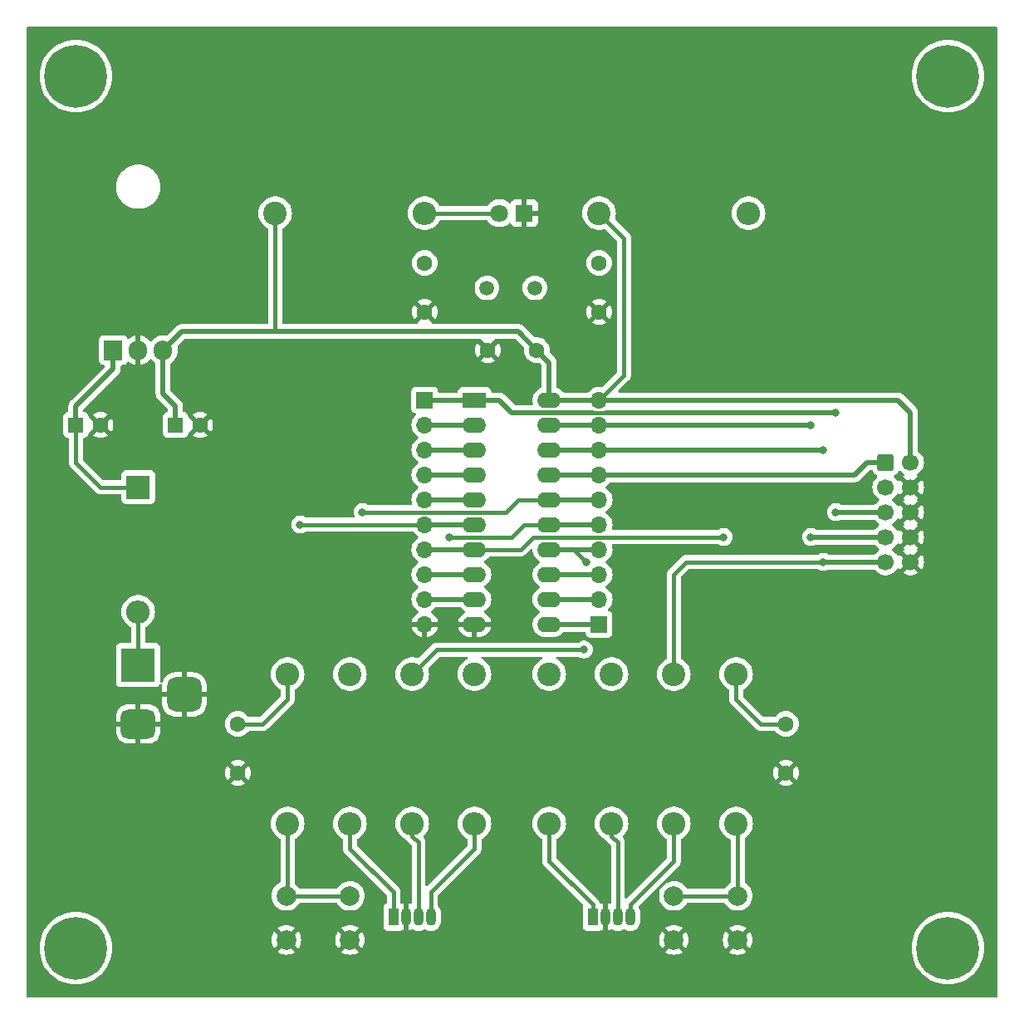
<source format=gtl>
G04 #@! TF.GenerationSoftware,KiCad,Pcbnew,7.0.10*
G04 #@! TF.CreationDate,2024-02-15T20:22:10+01:00*
G04 #@! TF.ProjectId,at90s1200,61743930-7331-4323-9030-2e6b69636164,V1.0*
G04 #@! TF.SameCoordinates,Original*
G04 #@! TF.FileFunction,Copper,L1,Top*
G04 #@! TF.FilePolarity,Positive*
%FSLAX46Y46*%
G04 Gerber Fmt 4.6, Leading zero omitted, Abs format (unit mm)*
G04 Created by KiCad (PCBNEW 7.0.10) date 2024-02-15 20:22:10*
%MOMM*%
%LPD*%
G01*
G04 APERTURE LIST*
G04 Aperture macros list*
%AMRoundRect*
0 Rectangle with rounded corners*
0 $1 Rounding radius*
0 $2 $3 $4 $5 $6 $7 $8 $9 X,Y pos of 4 corners*
0 Add a 4 corners polygon primitive as box body*
4,1,4,$2,$3,$4,$5,$6,$7,$8,$9,$2,$3,0*
0 Add four circle primitives for the rounded corners*
1,1,$1+$1,$2,$3*
1,1,$1+$1,$4,$5*
1,1,$1+$1,$6,$7*
1,1,$1+$1,$8,$9*
0 Add four rect primitives between the rounded corners*
20,1,$1+$1,$2,$3,$4,$5,0*
20,1,$1+$1,$4,$5,$6,$7,0*
20,1,$1+$1,$6,$7,$8,$9,0*
20,1,$1+$1,$8,$9,$2,$3,0*%
G04 Aperture macros list end*
G04 #@! TA.AperFunction,ComponentPad*
%ADD10R,1.600000X1.600000*%
G04 #@! TD*
G04 #@! TA.AperFunction,ComponentPad*
%ADD11C,1.600000*%
G04 #@! TD*
G04 #@! TA.AperFunction,ComponentPad*
%ADD12R,2.400000X2.400000*%
G04 #@! TD*
G04 #@! TA.AperFunction,ComponentPad*
%ADD13O,2.400000X2.400000*%
G04 #@! TD*
G04 #@! TA.AperFunction,ComponentPad*
%ADD14RoundRect,0.250000X-0.600000X-0.600000X0.600000X-0.600000X0.600000X0.600000X-0.600000X0.600000X0*%
G04 #@! TD*
G04 #@! TA.AperFunction,ComponentPad*
%ADD15C,1.700000*%
G04 #@! TD*
G04 #@! TA.AperFunction,ComponentPad*
%ADD16R,3.500000X3.500000*%
G04 #@! TD*
G04 #@! TA.AperFunction,ComponentPad*
%ADD17RoundRect,0.750000X1.000000X-0.750000X1.000000X0.750000X-1.000000X0.750000X-1.000000X-0.750000X0*%
G04 #@! TD*
G04 #@! TA.AperFunction,ComponentPad*
%ADD18RoundRect,0.875000X0.875000X-0.875000X0.875000X0.875000X-0.875000X0.875000X-0.875000X-0.875000X0*%
G04 #@! TD*
G04 #@! TA.AperFunction,ComponentPad*
%ADD19R,1.905000X2.000000*%
G04 #@! TD*
G04 #@! TA.AperFunction,ComponentPad*
%ADD20O,1.905000X2.000000*%
G04 #@! TD*
G04 #@! TA.AperFunction,ComponentPad*
%ADD21C,1.500000*%
G04 #@! TD*
G04 #@! TA.AperFunction,ComponentPad*
%ADD22R,2.400000X1.600000*%
G04 #@! TD*
G04 #@! TA.AperFunction,ComponentPad*
%ADD23O,2.400000X1.600000*%
G04 #@! TD*
G04 #@! TA.AperFunction,ComponentPad*
%ADD24C,0.800000*%
G04 #@! TD*
G04 #@! TA.AperFunction,ComponentPad*
%ADD25C,6.400000*%
G04 #@! TD*
G04 #@! TA.AperFunction,ComponentPad*
%ADD26R,1.700000X1.700000*%
G04 #@! TD*
G04 #@! TA.AperFunction,ComponentPad*
%ADD27O,1.700000X1.700000*%
G04 #@! TD*
G04 #@! TA.AperFunction,ComponentPad*
%ADD28R,1.800000X1.800000*%
G04 #@! TD*
G04 #@! TA.AperFunction,ComponentPad*
%ADD29C,1.800000*%
G04 #@! TD*
G04 #@! TA.AperFunction,ComponentPad*
%ADD30C,2.400000*%
G04 #@! TD*
G04 #@! TA.AperFunction,ComponentPad*
%ADD31R,1.070000X1.800000*%
G04 #@! TD*
G04 #@! TA.AperFunction,ComponentPad*
%ADD32O,1.070000X1.800000*%
G04 #@! TD*
G04 #@! TA.AperFunction,ComponentPad*
%ADD33C,2.000000*%
G04 #@! TD*
G04 #@! TA.AperFunction,ViaPad*
%ADD34C,0.800000*%
G04 #@! TD*
G04 #@! TA.AperFunction,Conductor*
%ADD35C,0.400000*%
G04 #@! TD*
G04 #@! TA.AperFunction,Conductor*
%ADD36C,0.500000*%
G04 #@! TD*
G04 APERTURE END LIST*
D10*
X101600000Y-100330000D03*
D11*
X104100000Y-100330000D03*
X148590000Y-92710000D03*
X143590000Y-92710000D03*
D12*
X107950000Y-106680000D03*
D13*
X107950000Y-119380000D03*
D14*
X184150000Y-104140000D03*
D15*
X186690000Y-104140000D03*
X184150000Y-106680000D03*
X186690000Y-106680000D03*
X184150000Y-109220000D03*
X186690000Y-109220000D03*
X184150000Y-111760000D03*
X186690000Y-111760000D03*
X184150000Y-114300000D03*
X186690000Y-114300000D03*
D16*
X107950000Y-124810000D03*
D17*
X107950000Y-130810000D03*
D18*
X112650000Y-127810000D03*
D19*
X105410000Y-92710000D03*
D20*
X107950000Y-92710000D03*
X110490000Y-92710000D03*
D21*
X143510000Y-86360000D03*
X148390000Y-86360000D03*
D22*
X142240000Y-97790000D03*
D23*
X142240000Y-100330000D03*
X142240000Y-102870000D03*
X142240000Y-105410000D03*
X142240000Y-107950000D03*
X142240000Y-110490000D03*
X142240000Y-113030000D03*
X142240000Y-115570000D03*
X142240000Y-118110000D03*
X142240000Y-120650000D03*
X149860000Y-120650000D03*
X149860000Y-118110000D03*
X149860000Y-115570000D03*
X149860000Y-113030000D03*
X149860000Y-110490000D03*
X149860000Y-107950000D03*
X149860000Y-105410000D03*
X149860000Y-102870000D03*
X149860000Y-100330000D03*
X149860000Y-97790000D03*
D10*
X111760000Y-100330000D03*
D11*
X114260000Y-100330000D03*
D24*
X99200000Y-64770000D03*
X99902944Y-63072944D03*
X99902944Y-66467056D03*
X101600000Y-62370000D03*
D25*
X101600000Y-64770000D03*
D24*
X101600000Y-67170000D03*
X103297056Y-63072944D03*
X103297056Y-66467056D03*
X104000000Y-64770000D03*
X188100000Y-64770000D03*
X188802944Y-63072944D03*
X188802944Y-66467056D03*
X190500000Y-62370000D03*
D25*
X190500000Y-64770000D03*
D24*
X190500000Y-67170000D03*
X192197056Y-63072944D03*
X192197056Y-66467056D03*
X192900000Y-64770000D03*
X188100000Y-153670000D03*
X188802944Y-151972944D03*
X188802944Y-155367056D03*
X190500000Y-151270000D03*
D25*
X190500000Y-153670000D03*
D24*
X190500000Y-156070000D03*
X192197056Y-151972944D03*
X192197056Y-155367056D03*
X192900000Y-153670000D03*
X99200000Y-153670000D03*
X99902944Y-151972944D03*
X99902944Y-155367056D03*
X101600000Y-151270000D03*
D25*
X101600000Y-153670000D03*
D24*
X101600000Y-156070000D03*
X103297056Y-151972944D03*
X103297056Y-155367056D03*
X104000000Y-153670000D03*
D11*
X154940000Y-83820000D03*
X154940000Y-88820000D03*
X137160000Y-83820000D03*
X137160000Y-88820000D03*
D26*
X137160000Y-97790000D03*
D27*
X137160000Y-100330000D03*
X137160000Y-102870000D03*
X137160000Y-105410000D03*
X137160000Y-107950000D03*
X137160000Y-110490000D03*
X137160000Y-113030000D03*
X137160000Y-115570000D03*
X137160000Y-118110000D03*
X137160000Y-120650000D03*
D26*
X154940000Y-120650000D03*
D27*
X154940000Y-118110000D03*
X154940000Y-115570000D03*
X154940000Y-113030000D03*
X154940000Y-110490000D03*
X154940000Y-107950000D03*
X154940000Y-105410000D03*
X154940000Y-102870000D03*
X154940000Y-100330000D03*
X154940000Y-97790000D03*
D28*
X147320000Y-78740000D03*
D29*
X144780000Y-78740000D03*
D30*
X121920000Y-78740000D03*
D13*
X137160000Y-78740000D03*
D31*
X154305000Y-150495000D03*
D32*
X155575000Y-150495000D03*
X156845000Y-150495000D03*
X158115000Y-150495000D03*
D30*
X156210000Y-125730000D03*
D13*
X156210000Y-140970000D03*
D30*
X162560000Y-125730000D03*
D13*
X162560000Y-140970000D03*
D30*
X149860000Y-125730000D03*
D13*
X149860000Y-140970000D03*
D33*
X169060000Y-148336000D03*
X162560000Y-148336000D03*
X169060000Y-152836000D03*
X162560000Y-152836000D03*
D11*
X118110000Y-130810000D03*
X118110000Y-135810000D03*
X173990000Y-130810000D03*
X173990000Y-135810000D03*
D30*
X168910000Y-140970000D03*
D13*
X168910000Y-125730000D03*
D31*
X133985000Y-150495000D03*
D32*
X135255000Y-150495000D03*
X136525000Y-150495000D03*
X137795000Y-150495000D03*
D33*
X129540000Y-148336000D03*
X123040000Y-148336000D03*
X129540000Y-152836000D03*
X123040000Y-152836000D03*
D30*
X129540000Y-125730000D03*
D13*
X129540000Y-140970000D03*
D30*
X142240000Y-125730000D03*
D13*
X142240000Y-140970000D03*
D30*
X135890000Y-125730000D03*
D13*
X135890000Y-140970000D03*
D30*
X123190000Y-140970000D03*
D13*
X123190000Y-125730000D03*
D30*
X154940000Y-78740000D03*
D13*
X170180000Y-78740000D03*
D34*
X177800000Y-114300000D03*
X177800000Y-102870000D03*
X176530000Y-100330000D03*
X176530000Y-111760000D03*
X179070000Y-109220000D03*
X179070000Y-99060000D03*
X167640000Y-111760000D03*
X124460000Y-110490000D03*
X130810000Y-109220000D03*
X139700000Y-111760000D03*
X153670000Y-114300000D03*
X153392190Y-123244371D03*
D35*
X101600000Y-104140000D02*
X101600000Y-100330000D01*
X107950000Y-106680000D02*
X104140000Y-106680000D01*
D36*
X101600000Y-100330000D02*
X101600000Y-98425000D01*
X105410000Y-94615000D02*
X105410000Y-92710000D01*
D35*
X104140000Y-106680000D02*
X101600000Y-104140000D01*
D36*
X101600000Y-98425000D02*
X105410000Y-94615000D01*
D35*
X107950000Y-124810000D02*
X107950000Y-119380000D01*
D36*
X177800000Y-114300000D02*
X184150000Y-114300000D01*
X154940000Y-102870000D02*
X177800000Y-102870000D01*
D35*
X162560000Y-125730000D02*
X162560000Y-115570000D01*
D36*
X149860000Y-102870000D02*
X154940000Y-102870000D01*
D35*
X163830000Y-114300000D02*
X177800000Y-114300000D01*
X162560000Y-115570000D02*
X163830000Y-114300000D01*
D36*
X154940000Y-100330000D02*
X176530000Y-100330000D01*
X149860000Y-100330000D02*
X154940000Y-100330000D01*
X176530000Y-111760000D02*
X184150000Y-111760000D01*
X179070000Y-109220000D02*
X184150000Y-109220000D01*
X144780000Y-97790000D02*
X146050000Y-99060000D01*
X142240000Y-97790000D02*
X144780000Y-97790000D01*
X146050000Y-99060000D02*
X154305000Y-99060000D01*
X137160000Y-97790000D02*
X142240000Y-97790000D01*
D35*
X153670000Y-99060000D02*
X155575000Y-99060000D01*
D36*
X155575000Y-99060000D02*
X179070000Y-99060000D01*
X149860000Y-105410000D02*
X154940000Y-105410000D01*
X180975000Y-105410000D02*
X182245000Y-104140000D01*
X182245000Y-104140000D02*
X184150000Y-104140000D01*
X154940000Y-105410000D02*
X180975000Y-105410000D01*
X142240000Y-105410000D02*
X137160000Y-105410000D01*
X137160000Y-107950000D02*
X142240000Y-107950000D01*
X186690000Y-99060000D02*
X186690000Y-104140000D01*
D35*
X121920000Y-78740000D02*
X121920000Y-90805000D01*
D36*
X154940000Y-97790000D02*
X185420000Y-97790000D01*
X146685000Y-90805000D02*
X121920000Y-90805000D01*
X148590000Y-92710000D02*
X146685000Y-90805000D01*
D35*
X157480000Y-95250000D02*
X154940000Y-97790000D01*
X157480000Y-81280000D02*
X157480000Y-95250000D01*
D36*
X185420000Y-97790000D02*
X186690000Y-99060000D01*
X111760000Y-100330000D02*
X111760000Y-98425000D01*
X149860000Y-93980000D02*
X148590000Y-92710000D01*
X111760000Y-98425000D02*
X110490000Y-97155000D01*
X149860000Y-97790000D02*
X154940000Y-97790000D01*
X110490000Y-97155000D02*
X110490000Y-92710000D01*
X112395000Y-90805000D02*
X110490000Y-92710000D01*
D35*
X154940000Y-78740000D02*
X157480000Y-81280000D01*
D36*
X121920000Y-90805000D02*
X112395000Y-90805000D01*
X149860000Y-97790000D02*
X149860000Y-93980000D01*
X137160000Y-118110000D02*
X142240000Y-118110000D01*
X142240000Y-115570000D02*
X137160000Y-115570000D01*
X137160000Y-113030000D02*
X142240000Y-113030000D01*
D35*
X148176465Y-111760000D02*
X167640000Y-111760000D01*
X142240000Y-113030000D02*
X146906465Y-113030000D01*
X171450000Y-130810000D02*
X173990000Y-130810000D01*
X168910000Y-125730000D02*
X168910000Y-128270000D01*
X168910000Y-128270000D02*
X171450000Y-130810000D01*
X146906465Y-113030000D02*
X148176465Y-111760000D01*
X137160000Y-110490000D02*
X124460000Y-110490000D01*
D36*
X142240000Y-110490000D02*
X137160000Y-110490000D01*
D35*
X120650000Y-130810000D02*
X118110000Y-130810000D01*
X123190000Y-128270000D02*
X120650000Y-130810000D01*
X123190000Y-125730000D02*
X123190000Y-128270000D01*
D36*
X137160000Y-102870000D02*
X142240000Y-102870000D01*
X137160000Y-100330000D02*
X142240000Y-100330000D01*
D35*
X146685000Y-107950000D02*
X145415000Y-109220000D01*
D36*
X149860000Y-107950000D02*
X154940000Y-107950000D01*
D35*
X149860000Y-107950000D02*
X146685000Y-107950000D01*
X145415000Y-109220000D02*
X130810000Y-109220000D01*
D36*
X154940000Y-110490000D02*
X149860000Y-110490000D01*
D35*
X147320000Y-110490000D02*
X146050000Y-111760000D01*
X146050000Y-111760000D02*
X139700000Y-111760000D01*
X149860000Y-110490000D02*
X147320000Y-110490000D01*
D36*
X149860000Y-113030000D02*
X154940000Y-113030000D01*
D35*
X152400000Y-113030000D02*
X153670000Y-114300000D01*
X149860000Y-113030000D02*
X152400000Y-113030000D01*
X135890000Y-125730000D02*
X138375629Y-123244371D01*
X138375629Y-123244371D02*
X153392190Y-123244371D01*
D36*
X154940000Y-115570000D02*
X149860000Y-115570000D01*
X149860000Y-118110000D02*
X154940000Y-118110000D01*
X154940000Y-120650000D02*
X149860000Y-120650000D01*
D35*
X137160000Y-78740000D02*
X144780000Y-78740000D01*
X142240000Y-143510000D02*
X142240000Y-140970000D01*
X137795000Y-150495000D02*
X137795000Y-147955000D01*
X137795000Y-147955000D02*
X142240000Y-143510000D01*
X136525000Y-142875000D02*
X135890000Y-142240000D01*
X136525000Y-150495000D02*
X136525000Y-142875000D01*
X135890000Y-142240000D02*
X135890000Y-140970000D01*
X133985000Y-150495000D02*
X133985000Y-147955000D01*
X129540000Y-143510000D02*
X129540000Y-140970000D01*
X133985000Y-147955000D02*
X129540000Y-143510000D01*
X158115000Y-150495000D02*
X158115000Y-149225000D01*
X162560000Y-144780000D02*
X162560000Y-140970000D01*
X158115000Y-149225000D02*
X162560000Y-144780000D01*
X156210000Y-142240000D02*
X156210000Y-140970000D01*
X156845000Y-150495000D02*
X156845000Y-142875000D01*
X156845000Y-142875000D02*
X156210000Y-142240000D01*
X154305000Y-149225000D02*
X149860000Y-144780000D01*
X154305000Y-150495000D02*
X154305000Y-149225000D01*
X149860000Y-144780000D02*
X149860000Y-140970000D01*
X123190000Y-148186000D02*
X123040000Y-148336000D01*
X129540000Y-148336000D02*
X123040000Y-148336000D01*
X123190000Y-140970000D02*
X123190000Y-148186000D01*
X169060000Y-148336000D02*
X169060000Y-141120000D01*
X169060000Y-141120000D02*
X168910000Y-140970000D01*
X162560000Y-148336000D02*
X169060000Y-148336000D01*
G04 #@! TA.AperFunction,Conductor*
G36*
X186230507Y-111969844D02*
G01*
X186308239Y-112090798D01*
X186416900Y-112184952D01*
X186547685Y-112244680D01*
X186562411Y-112246797D01*
X185924310Y-112884898D01*
X185944697Y-112900766D01*
X185944705Y-112900771D01*
X185978731Y-112919185D01*
X186029122Y-112969197D01*
X186044475Y-113038514D01*
X186019915Y-113105127D01*
X185978735Y-113140811D01*
X185944705Y-113159227D01*
X185944693Y-113159235D01*
X185924311Y-113175099D01*
X185924310Y-113175100D01*
X186562412Y-113813202D01*
X186547685Y-113815320D01*
X186416900Y-113875048D01*
X186308239Y-113969202D01*
X186230507Y-114090156D01*
X186205639Y-114174849D01*
X185566921Y-113536131D01*
X185566919Y-113536132D01*
X185525781Y-113599100D01*
X185471777Y-113645189D01*
X185401430Y-113654764D01*
X185337072Y-113624787D01*
X185314817Y-113599102D01*
X185261461Y-113517435D01*
X185225724Y-113462734D01*
X185225720Y-113462729D01*
X185073237Y-113297091D01*
X184991382Y-113233381D01*
X184895576Y-113158811D01*
X184862319Y-113140813D01*
X184811929Y-113090802D01*
X184796576Y-113021485D01*
X184821136Y-112954872D01*
X184862320Y-112919186D01*
X184862322Y-112919185D01*
X184895576Y-112901189D01*
X185073240Y-112762906D01*
X185225722Y-112597268D01*
X185239890Y-112575583D01*
X185314816Y-112460899D01*
X185368819Y-112414810D01*
X185439167Y-112405235D01*
X185503524Y-112435212D01*
X185525782Y-112460899D01*
X185566920Y-112523866D01*
X185566921Y-112523866D01*
X186205638Y-111885149D01*
X186230507Y-111969844D01*
G37*
G04 #@! TD.AperFunction*
G04 #@! TA.AperFunction,Conductor*
G36*
X186230507Y-109429844D02*
G01*
X186308239Y-109550798D01*
X186416900Y-109644952D01*
X186547685Y-109704680D01*
X186562411Y-109706797D01*
X185924310Y-110344898D01*
X185944697Y-110360766D01*
X185944705Y-110360771D01*
X185978731Y-110379185D01*
X186029122Y-110429197D01*
X186044475Y-110498514D01*
X186019915Y-110565127D01*
X185978735Y-110600811D01*
X185944705Y-110619227D01*
X185944693Y-110619235D01*
X185924311Y-110635099D01*
X185924310Y-110635100D01*
X186562412Y-111273202D01*
X186547685Y-111275320D01*
X186416900Y-111335048D01*
X186308239Y-111429202D01*
X186230507Y-111550156D01*
X186205639Y-111634849D01*
X185566921Y-110996131D01*
X185566919Y-110996132D01*
X185525781Y-111059100D01*
X185471777Y-111105189D01*
X185401430Y-111114764D01*
X185337072Y-111084787D01*
X185314817Y-111059102D01*
X185255874Y-110968883D01*
X185225724Y-110922734D01*
X185225720Y-110922729D01*
X185073237Y-110757091D01*
X184974097Y-110679927D01*
X184895576Y-110618811D01*
X184862319Y-110600813D01*
X184811929Y-110550802D01*
X184796576Y-110481485D01*
X184821136Y-110414872D01*
X184862320Y-110379186D01*
X184862322Y-110379185D01*
X184895576Y-110361189D01*
X185073240Y-110222906D01*
X185225722Y-110057268D01*
X185239890Y-110035583D01*
X185307301Y-109932402D01*
X185314816Y-109920898D01*
X185368819Y-109874810D01*
X185439167Y-109865235D01*
X185503524Y-109895212D01*
X185525782Y-109920899D01*
X185566920Y-109983866D01*
X185566921Y-109983866D01*
X186205638Y-109345149D01*
X186230507Y-109429844D01*
G37*
G04 #@! TD.AperFunction*
G04 #@! TA.AperFunction,Conductor*
G36*
X186230507Y-106889844D02*
G01*
X186308239Y-107010798D01*
X186416900Y-107104952D01*
X186547685Y-107164680D01*
X186562411Y-107166797D01*
X185924310Y-107804898D01*
X185944697Y-107820766D01*
X185944705Y-107820771D01*
X185978731Y-107839185D01*
X186029122Y-107889197D01*
X186044475Y-107958514D01*
X186019915Y-108025127D01*
X185978735Y-108060811D01*
X185944705Y-108079227D01*
X185944693Y-108079235D01*
X185924311Y-108095099D01*
X185924310Y-108095100D01*
X186562412Y-108733202D01*
X186547685Y-108735320D01*
X186416900Y-108795048D01*
X186308239Y-108889202D01*
X186230507Y-109010156D01*
X186205639Y-109094849D01*
X185566921Y-108456131D01*
X185566919Y-108456132D01*
X185525781Y-108519100D01*
X185471777Y-108565189D01*
X185401430Y-108574764D01*
X185337072Y-108544787D01*
X185314817Y-108519102D01*
X185255874Y-108428883D01*
X185225724Y-108382734D01*
X185225720Y-108382729D01*
X185073237Y-108217091D01*
X184991382Y-108153381D01*
X184895576Y-108078811D01*
X184862319Y-108060813D01*
X184811929Y-108010802D01*
X184796576Y-107941485D01*
X184821136Y-107874872D01*
X184862320Y-107839186D01*
X184862322Y-107839185D01*
X184895576Y-107821189D01*
X185073240Y-107682906D01*
X185225722Y-107517268D01*
X185314816Y-107380898D01*
X185368819Y-107334810D01*
X185439167Y-107325235D01*
X185503524Y-107355212D01*
X185525782Y-107380899D01*
X185566920Y-107443866D01*
X185566921Y-107443866D01*
X186205638Y-106805149D01*
X186230507Y-106889844D01*
G37*
G04 #@! TD.AperFunction*
G04 #@! TA.AperFunction,Conductor*
G36*
X185617021Y-104992442D02*
G01*
X185653483Y-105019857D01*
X185692959Y-105062738D01*
X185766760Y-105142906D01*
X185944424Y-105281189D01*
X185978205Y-105299470D01*
X186028596Y-105349482D01*
X186043949Y-105418799D01*
X186019389Y-105485412D01*
X185978208Y-105521097D01*
X185944700Y-105539230D01*
X185944693Y-105539235D01*
X185924311Y-105555099D01*
X185924310Y-105555100D01*
X186562412Y-106193202D01*
X186547685Y-106195320D01*
X186416900Y-106255048D01*
X186308239Y-106349202D01*
X186230507Y-106470156D01*
X186205639Y-106554849D01*
X185566921Y-105916131D01*
X185566919Y-105916132D01*
X185525781Y-105979100D01*
X185471777Y-106025189D01*
X185401430Y-106034764D01*
X185337072Y-106004787D01*
X185314817Y-105979102D01*
X185272036Y-105913621D01*
X185225724Y-105842734D01*
X185225720Y-105842729D01*
X185073236Y-105677090D01*
X185038436Y-105650004D01*
X184996966Y-105592379D01*
X184993233Y-105521480D01*
X185028423Y-105459819D01*
X185066763Y-105436669D01*
X185066086Y-105435217D01*
X185072728Y-105432118D01*
X185072738Y-105432115D01*
X185223652Y-105339030D01*
X185349030Y-105213652D01*
X185442115Y-105062738D01*
X185442118Y-105062728D01*
X185445217Y-105056086D01*
X185447126Y-105056976D01*
X185481581Y-105007200D01*
X185547135Y-104979936D01*
X185617021Y-104992442D01*
G37*
G04 #@! TD.AperFunction*
G04 #@! TA.AperFunction,Conductor*
G36*
X195496621Y-59735502D02*
G01*
X195543114Y-59789158D01*
X195554500Y-59841500D01*
X195554500Y-158598500D01*
X195534498Y-158666621D01*
X195480842Y-158713114D01*
X195428500Y-158724500D01*
X96671500Y-158724500D01*
X96603379Y-158704498D01*
X96556886Y-158650842D01*
X96545500Y-158598500D01*
X96545500Y-153670006D01*
X97886411Y-153670006D01*
X97906752Y-154058167D01*
X97967561Y-154442097D01*
X98068168Y-154817568D01*
X98207463Y-155180443D01*
X98207467Y-155180451D01*
X98383938Y-155526795D01*
X98595637Y-155852785D01*
X98595649Y-155852802D01*
X98840253Y-156154862D01*
X98840267Y-156154877D01*
X99115122Y-156429732D01*
X99115137Y-156429746D01*
X99417197Y-156674350D01*
X99417214Y-156674362D01*
X99601185Y-156793833D01*
X99743205Y-156886062D01*
X100089547Y-157062532D01*
X100089551Y-157062533D01*
X100089556Y-157062536D01*
X100452431Y-157201831D01*
X100452436Y-157201832D01*
X100452438Y-157201833D01*
X100827901Y-157302438D01*
X101211824Y-157363246D01*
X101211826Y-157363246D01*
X101211832Y-157363247D01*
X101599994Y-157383589D01*
X101600000Y-157383589D01*
X101600006Y-157383589D01*
X101988167Y-157363247D01*
X101988171Y-157363246D01*
X101988176Y-157363246D01*
X102372099Y-157302438D01*
X102747562Y-157201833D01*
X102747565Y-157201831D01*
X102747568Y-157201831D01*
X103110443Y-157062536D01*
X103110444Y-157062535D01*
X103110453Y-157062532D01*
X103456795Y-156886062D01*
X103782793Y-156674357D01*
X103782802Y-156674350D01*
X104084862Y-156429746D01*
X104084867Y-156429740D01*
X104084876Y-156429734D01*
X104359734Y-156154876D01*
X104359740Y-156154867D01*
X104359746Y-156154862D01*
X104604350Y-155852802D01*
X104604351Y-155852799D01*
X104604357Y-155852793D01*
X104816062Y-155526795D01*
X104992532Y-155180453D01*
X105131833Y-154817562D01*
X105232438Y-154442099D01*
X105293246Y-154058176D01*
X105293246Y-154058171D01*
X105293247Y-154058167D01*
X105313589Y-153670006D01*
X105313589Y-153669993D01*
X105293247Y-153281832D01*
X105282651Y-153214934D01*
X105232438Y-152897901D01*
X105215852Y-152836000D01*
X121527337Y-152836000D01*
X121545960Y-153072632D01*
X121601371Y-153303437D01*
X121692208Y-153522738D01*
X121806896Y-153709890D01*
X121806897Y-153709890D01*
X122513096Y-153003690D01*
X122516884Y-153021915D01*
X122586442Y-153156156D01*
X122689638Y-153266652D01*
X122818819Y-153345209D01*
X122874420Y-153360787D01*
X122166107Y-154069101D01*
X122166108Y-154069102D01*
X122353261Y-154183791D01*
X122572562Y-154274628D01*
X122803367Y-154330039D01*
X123040000Y-154348662D01*
X123276632Y-154330039D01*
X123507437Y-154274628D01*
X123726738Y-154183791D01*
X123913890Y-154069102D01*
X123913891Y-154069102D01*
X123207624Y-153362834D01*
X123328458Y-153310349D01*
X123445739Y-153214934D01*
X123532928Y-153091415D01*
X123564838Y-153001627D01*
X124273102Y-153709891D01*
X124273102Y-153709890D01*
X124387791Y-153522738D01*
X124478628Y-153303437D01*
X124534039Y-153072632D01*
X124552662Y-152836000D01*
X128027337Y-152836000D01*
X128045960Y-153072632D01*
X128101371Y-153303437D01*
X128192208Y-153522738D01*
X128306896Y-153709890D01*
X128306897Y-153709890D01*
X129013096Y-153003690D01*
X129016884Y-153021915D01*
X129086442Y-153156156D01*
X129189638Y-153266652D01*
X129318819Y-153345209D01*
X129374420Y-153360787D01*
X128666107Y-154069101D01*
X128666108Y-154069102D01*
X128853261Y-154183791D01*
X129072562Y-154274628D01*
X129303367Y-154330039D01*
X129540000Y-154348662D01*
X129776632Y-154330039D01*
X130007437Y-154274628D01*
X130226738Y-154183791D01*
X130413890Y-154069102D01*
X130413891Y-154069102D01*
X129707624Y-153362834D01*
X129828458Y-153310349D01*
X129945739Y-153214934D01*
X130032928Y-153091415D01*
X130064838Y-153001627D01*
X130773102Y-153709891D01*
X130773102Y-153709890D01*
X130887791Y-153522738D01*
X130978628Y-153303437D01*
X131034039Y-153072632D01*
X131052662Y-152836000D01*
X161047337Y-152836000D01*
X161065960Y-153072632D01*
X161121371Y-153303437D01*
X161212208Y-153522738D01*
X161326896Y-153709890D01*
X161326897Y-153709890D01*
X162033096Y-153003690D01*
X162036884Y-153021915D01*
X162106442Y-153156156D01*
X162209638Y-153266652D01*
X162338819Y-153345209D01*
X162394420Y-153360787D01*
X161686107Y-154069101D01*
X161686108Y-154069102D01*
X161873261Y-154183791D01*
X162092562Y-154274628D01*
X162323367Y-154330039D01*
X162560000Y-154348662D01*
X162796632Y-154330039D01*
X163027437Y-154274628D01*
X163246738Y-154183791D01*
X163433890Y-154069102D01*
X163433891Y-154069102D01*
X162727624Y-153362834D01*
X162848458Y-153310349D01*
X162965739Y-153214934D01*
X163052928Y-153091415D01*
X163084838Y-153001628D01*
X163793102Y-153709891D01*
X163793102Y-153709890D01*
X163907791Y-153522738D01*
X163998628Y-153303437D01*
X164054039Y-153072632D01*
X164072662Y-152836000D01*
X167547337Y-152836000D01*
X167565960Y-153072632D01*
X167621371Y-153303437D01*
X167712208Y-153522738D01*
X167826896Y-153709890D01*
X167826897Y-153709890D01*
X168533096Y-153003690D01*
X168536884Y-153021915D01*
X168606442Y-153156156D01*
X168709638Y-153266652D01*
X168838819Y-153345209D01*
X168894420Y-153360787D01*
X168186107Y-154069101D01*
X168186108Y-154069102D01*
X168373261Y-154183791D01*
X168592562Y-154274628D01*
X168823367Y-154330039D01*
X169060000Y-154348662D01*
X169296632Y-154330039D01*
X169527437Y-154274628D01*
X169746738Y-154183791D01*
X169933890Y-154069102D01*
X169933891Y-154069102D01*
X169227624Y-153362834D01*
X169348458Y-153310349D01*
X169465739Y-153214934D01*
X169552928Y-153091415D01*
X169584838Y-153001627D01*
X170293102Y-153709891D01*
X170293102Y-153709890D01*
X170317543Y-153670006D01*
X186786411Y-153670006D01*
X186806752Y-154058167D01*
X186867561Y-154442097D01*
X186968168Y-154817568D01*
X187107463Y-155180443D01*
X187107467Y-155180451D01*
X187283938Y-155526795D01*
X187495637Y-155852785D01*
X187495649Y-155852802D01*
X187740253Y-156154862D01*
X187740267Y-156154877D01*
X188015122Y-156429732D01*
X188015137Y-156429746D01*
X188317197Y-156674350D01*
X188317214Y-156674362D01*
X188501185Y-156793833D01*
X188643205Y-156886062D01*
X188989547Y-157062532D01*
X188989551Y-157062533D01*
X188989556Y-157062536D01*
X189352431Y-157201831D01*
X189352436Y-157201832D01*
X189352438Y-157201833D01*
X189727901Y-157302438D01*
X190111824Y-157363246D01*
X190111826Y-157363246D01*
X190111832Y-157363247D01*
X190499994Y-157383589D01*
X190500000Y-157383589D01*
X190500006Y-157383589D01*
X190888167Y-157363247D01*
X190888171Y-157363246D01*
X190888176Y-157363246D01*
X191272099Y-157302438D01*
X191647562Y-157201833D01*
X191647565Y-157201831D01*
X191647568Y-157201831D01*
X192010443Y-157062536D01*
X192010444Y-157062535D01*
X192010453Y-157062532D01*
X192356795Y-156886062D01*
X192682793Y-156674357D01*
X192682802Y-156674350D01*
X192984862Y-156429746D01*
X192984867Y-156429740D01*
X192984876Y-156429734D01*
X193259734Y-156154876D01*
X193259740Y-156154867D01*
X193259746Y-156154862D01*
X193504350Y-155852802D01*
X193504351Y-155852799D01*
X193504357Y-155852793D01*
X193716062Y-155526795D01*
X193892532Y-155180453D01*
X194031833Y-154817562D01*
X194132438Y-154442099D01*
X194193246Y-154058176D01*
X194193246Y-154058171D01*
X194193247Y-154058167D01*
X194213589Y-153670006D01*
X194213589Y-153669993D01*
X194193247Y-153281832D01*
X194182651Y-153214934D01*
X194132438Y-152897901D01*
X194031833Y-152522438D01*
X194031832Y-152522436D01*
X194031831Y-152522431D01*
X193892536Y-152159556D01*
X193892532Y-152159548D01*
X193892532Y-152159547D01*
X193716062Y-151813206D01*
X193504357Y-151487207D01*
X193504354Y-151487203D01*
X193504352Y-151487200D01*
X193259746Y-151185137D01*
X193259732Y-151185122D01*
X192984877Y-150910267D01*
X192984862Y-150910253D01*
X192682802Y-150665649D01*
X192682785Y-150665637D01*
X192356795Y-150453938D01*
X192010451Y-150277467D01*
X192010443Y-150277463D01*
X191647568Y-150138168D01*
X191272097Y-150037561D01*
X190888167Y-149976752D01*
X190500006Y-149956411D01*
X190499994Y-149956411D01*
X190111832Y-149976752D01*
X189727902Y-150037561D01*
X189352431Y-150138168D01*
X188989556Y-150277463D01*
X188989548Y-150277467D01*
X188643205Y-150453938D01*
X188317203Y-150665645D01*
X188317200Y-150665647D01*
X188015137Y-150910253D01*
X188015122Y-150910267D01*
X187740267Y-151185122D01*
X187740253Y-151185137D01*
X187495647Y-151487200D01*
X187495645Y-151487203D01*
X187283938Y-151813205D01*
X187107467Y-152159548D01*
X187107463Y-152159556D01*
X186968168Y-152522431D01*
X186867561Y-152897902D01*
X186806752Y-153281832D01*
X186786411Y-153669993D01*
X186786411Y-153670006D01*
X170317543Y-153670006D01*
X170407791Y-153522738D01*
X170498628Y-153303437D01*
X170554039Y-153072632D01*
X170572662Y-152836000D01*
X170554039Y-152599367D01*
X170498628Y-152368562D01*
X170407791Y-152149261D01*
X170293102Y-151962108D01*
X170293101Y-151962107D01*
X169586902Y-152668306D01*
X169583116Y-152650085D01*
X169513558Y-152515844D01*
X169410362Y-152405348D01*
X169281181Y-152326791D01*
X169225577Y-152311211D01*
X169933890Y-151602897D01*
X169933890Y-151602896D01*
X169746738Y-151488208D01*
X169527437Y-151397371D01*
X169296632Y-151341960D01*
X169060000Y-151323337D01*
X168823367Y-151341960D01*
X168592562Y-151397371D01*
X168373266Y-151488206D01*
X168186108Y-151602897D01*
X168186108Y-151602898D01*
X168892375Y-152309165D01*
X168771542Y-152361651D01*
X168654261Y-152457066D01*
X168567072Y-152580585D01*
X168535161Y-152670371D01*
X167826898Y-151962108D01*
X167826897Y-151962108D01*
X167712206Y-152149266D01*
X167621371Y-152368562D01*
X167565960Y-152599367D01*
X167547337Y-152836000D01*
X164072662Y-152836000D01*
X164054039Y-152599367D01*
X163998628Y-152368562D01*
X163907791Y-152149261D01*
X163793102Y-151962108D01*
X163793101Y-151962107D01*
X163086902Y-152668305D01*
X163083116Y-152650085D01*
X163013558Y-152515844D01*
X162910362Y-152405348D01*
X162781181Y-152326791D01*
X162725577Y-152311211D01*
X163433890Y-151602897D01*
X163433890Y-151602896D01*
X163246738Y-151488208D01*
X163027437Y-151397371D01*
X162796632Y-151341960D01*
X162560000Y-151323337D01*
X162323367Y-151341960D01*
X162092562Y-151397371D01*
X161873266Y-151488206D01*
X161686108Y-151602897D01*
X161686108Y-151602898D01*
X162392375Y-152309165D01*
X162271542Y-152361651D01*
X162154261Y-152457066D01*
X162067072Y-152580585D01*
X162035161Y-152670371D01*
X161326898Y-151962108D01*
X161326897Y-151962108D01*
X161212206Y-152149266D01*
X161121371Y-152368562D01*
X161065960Y-152599367D01*
X161047337Y-152836000D01*
X131052662Y-152836000D01*
X131034039Y-152599367D01*
X130978628Y-152368562D01*
X130887791Y-152149261D01*
X130773102Y-151962108D01*
X130773101Y-151962107D01*
X130066902Y-152668306D01*
X130063116Y-152650085D01*
X129993558Y-152515844D01*
X129890362Y-152405348D01*
X129761181Y-152326791D01*
X129705577Y-152311211D01*
X130413890Y-151602897D01*
X130413890Y-151602896D01*
X130226738Y-151488208D01*
X130007437Y-151397371D01*
X129776632Y-151341960D01*
X129540000Y-151323337D01*
X129303367Y-151341960D01*
X129072562Y-151397371D01*
X128853266Y-151488206D01*
X128666108Y-151602897D01*
X128666108Y-151602898D01*
X129372375Y-152309165D01*
X129251542Y-152361651D01*
X129134261Y-152457066D01*
X129047072Y-152580585D01*
X129015161Y-152670371D01*
X128306898Y-151962108D01*
X128306897Y-151962108D01*
X128192206Y-152149266D01*
X128101371Y-152368562D01*
X128045960Y-152599367D01*
X128027337Y-152836000D01*
X124552662Y-152836000D01*
X124534039Y-152599367D01*
X124478628Y-152368562D01*
X124387791Y-152149261D01*
X124273102Y-151962108D01*
X124273101Y-151962107D01*
X123566902Y-152668306D01*
X123563116Y-152650085D01*
X123493558Y-152515844D01*
X123390362Y-152405348D01*
X123261181Y-152326791D01*
X123205577Y-152311211D01*
X123913890Y-151602897D01*
X123913890Y-151602896D01*
X123726738Y-151488208D01*
X123507437Y-151397371D01*
X123276632Y-151341960D01*
X123040000Y-151323337D01*
X122803367Y-151341960D01*
X122572562Y-151397371D01*
X122353266Y-151488206D01*
X122166108Y-151602897D01*
X122166108Y-151602898D01*
X122872375Y-152309165D01*
X122751542Y-152361651D01*
X122634261Y-152457066D01*
X122547072Y-152580585D01*
X122515161Y-152670371D01*
X121806898Y-151962108D01*
X121806897Y-151962108D01*
X121692206Y-152149266D01*
X121601371Y-152368562D01*
X121545960Y-152599367D01*
X121527337Y-152836000D01*
X105215852Y-152836000D01*
X105131833Y-152522438D01*
X105131832Y-152522436D01*
X105131831Y-152522431D01*
X104992536Y-152159556D01*
X104992532Y-152159548D01*
X104992532Y-152159547D01*
X104816062Y-151813206D01*
X104604357Y-151487207D01*
X104604354Y-151487203D01*
X104604352Y-151487200D01*
X104359746Y-151185137D01*
X104359732Y-151185122D01*
X104084877Y-150910267D01*
X104084862Y-150910253D01*
X103782802Y-150665649D01*
X103782785Y-150665637D01*
X103456795Y-150453938D01*
X103110451Y-150277467D01*
X103110443Y-150277463D01*
X102747568Y-150138168D01*
X102372097Y-150037561D01*
X101988167Y-149976752D01*
X101600006Y-149956411D01*
X101599994Y-149956411D01*
X101211832Y-149976752D01*
X100827902Y-150037561D01*
X100452431Y-150138168D01*
X100089556Y-150277463D01*
X100089548Y-150277467D01*
X99743205Y-150453938D01*
X99417203Y-150665645D01*
X99417200Y-150665647D01*
X99115137Y-150910253D01*
X99115122Y-150910267D01*
X98840267Y-151185122D01*
X98840253Y-151185137D01*
X98595647Y-151487200D01*
X98595645Y-151487203D01*
X98383938Y-151813205D01*
X98207467Y-152159548D01*
X98207463Y-152159556D01*
X98068168Y-152522431D01*
X97967561Y-152897902D01*
X97906752Y-153281832D01*
X97886411Y-153669993D01*
X97886411Y-153670006D01*
X96545500Y-153670006D01*
X96545500Y-140970000D01*
X121476709Y-140970000D01*
X121495845Y-141225356D01*
X121552826Y-141475002D01*
X121552827Y-141475005D01*
X121646374Y-141713362D01*
X121646376Y-141713366D01*
X121774410Y-141935127D01*
X121774412Y-141935130D01*
X121774413Y-141935131D01*
X121934069Y-142135334D01*
X122121781Y-142309505D01*
X122333355Y-142453754D01*
X122410169Y-142490745D01*
X122462865Y-142538321D01*
X122481500Y-142604267D01*
X122481500Y-146850358D01*
X122461498Y-146918479D01*
X122407842Y-146964972D01*
X122403719Y-146966766D01*
X122353041Y-146987757D01*
X122150582Y-147111825D01*
X122150580Y-147111826D01*
X121970030Y-147266030D01*
X121815826Y-147446580D01*
X121815825Y-147446582D01*
X121691759Y-147649038D01*
X121600894Y-147868407D01*
X121574054Y-147980205D01*
X121545465Y-148099289D01*
X121526835Y-148336000D01*
X121538902Y-148489328D01*
X121545465Y-148572710D01*
X121600894Y-148803592D01*
X121687497Y-149012670D01*
X121691760Y-149022963D01*
X121778937Y-149165223D01*
X121815825Y-149225417D01*
X121815826Y-149225419D01*
X121970030Y-149405969D01*
X122150580Y-149560173D01*
X122150584Y-149560176D01*
X122353037Y-149684240D01*
X122572406Y-149775105D01*
X122803289Y-149830535D01*
X123040000Y-149849165D01*
X123276711Y-149830535D01*
X123507594Y-149775105D01*
X123726963Y-149684240D01*
X123929416Y-149560176D01*
X124109969Y-149405969D01*
X124264176Y-149225416D01*
X124271733Y-149213084D01*
X124338174Y-149104665D01*
X124390822Y-149057033D01*
X124445606Y-149044500D01*
X128134394Y-149044500D01*
X128202515Y-149064502D01*
X128241826Y-149104665D01*
X128315818Y-149225408D01*
X128315826Y-149225419D01*
X128470030Y-149405969D01*
X128650580Y-149560173D01*
X128650584Y-149560176D01*
X128853037Y-149684240D01*
X129072406Y-149775105D01*
X129303289Y-149830535D01*
X129540000Y-149849165D01*
X129776711Y-149830535D01*
X130007594Y-149775105D01*
X130226963Y-149684240D01*
X130429416Y-149560176D01*
X130609969Y-149405969D01*
X130764176Y-149225416D01*
X130888240Y-149022963D01*
X130979105Y-148803594D01*
X131034535Y-148572711D01*
X131053165Y-148336000D01*
X131034535Y-148099289D01*
X130979105Y-147868406D01*
X130888240Y-147649037D01*
X130764176Y-147446584D01*
X130764173Y-147446580D01*
X130609969Y-147266030D01*
X130429419Y-147111826D01*
X130429417Y-147111825D01*
X130429416Y-147111824D01*
X130226963Y-146987760D01*
X130220730Y-146985178D01*
X130007592Y-146896894D01*
X129813753Y-146850358D01*
X129776711Y-146841465D01*
X129540000Y-146822835D01*
X129303289Y-146841465D01*
X129072407Y-146896894D01*
X128853038Y-146987759D01*
X128650582Y-147111825D01*
X128650580Y-147111826D01*
X128470030Y-147266030D01*
X128315826Y-147446580D01*
X128315818Y-147446591D01*
X128241826Y-147567335D01*
X128189178Y-147614967D01*
X128134394Y-147627500D01*
X124445606Y-147627500D01*
X124377485Y-147607498D01*
X124338174Y-147567335D01*
X124264181Y-147446591D01*
X124264173Y-147446580D01*
X124109971Y-147266033D01*
X124109967Y-147266030D01*
X123942669Y-147123143D01*
X123903860Y-147063692D01*
X123898500Y-147027332D01*
X123898500Y-142604267D01*
X123918502Y-142536146D01*
X123969831Y-142490745D01*
X124046646Y-142453754D01*
X124258219Y-142309505D01*
X124445931Y-142135334D01*
X124605587Y-141935131D01*
X124733622Y-141713369D01*
X124827174Y-141475001D01*
X124884155Y-141225353D01*
X124903291Y-140970000D01*
X127826709Y-140970000D01*
X127845845Y-141225356D01*
X127902826Y-141475002D01*
X127902827Y-141475005D01*
X127996374Y-141713362D01*
X127996376Y-141713366D01*
X128124410Y-141935127D01*
X128124412Y-141935130D01*
X128124413Y-141935131D01*
X128284069Y-142135334D01*
X128471781Y-142309505D01*
X128683355Y-142453754D01*
X128760169Y-142490745D01*
X128812865Y-142538321D01*
X128831500Y-142604267D01*
X128831500Y-143484782D01*
X128831270Y-143492390D01*
X128827598Y-143553092D01*
X128838559Y-143612910D01*
X128839704Y-143620433D01*
X128847033Y-143680794D01*
X128847034Y-143680798D01*
X128850650Y-143690333D01*
X128856770Y-143712286D01*
X128858611Y-143722329D01*
X128858611Y-143722330D01*
X128858612Y-143722332D01*
X128883572Y-143777794D01*
X128886483Y-143784821D01*
X128886485Y-143784825D01*
X128908046Y-143841675D01*
X128913830Y-143850055D01*
X128913840Y-143850069D01*
X128925035Y-143869919D01*
X128929223Y-143879222D01*
X128929225Y-143879226D01*
X128966726Y-143927093D01*
X128971234Y-143933220D01*
X129005783Y-143983271D01*
X129051316Y-144023610D01*
X129056857Y-144028827D01*
X133239595Y-148211565D01*
X133273621Y-148273877D01*
X133276500Y-148300660D01*
X133276500Y-149029652D01*
X133256498Y-149097773D01*
X133210891Y-149140237D01*
X133203794Y-149144112D01*
X133086738Y-149231738D01*
X132999112Y-149348792D01*
X132999110Y-149348797D01*
X132948011Y-149485795D01*
X132948009Y-149485803D01*
X132941500Y-149546350D01*
X132941500Y-151443649D01*
X132948009Y-151504196D01*
X132948011Y-151504204D01*
X132999110Y-151641202D01*
X132999112Y-151641207D01*
X133086738Y-151758261D01*
X133203792Y-151845887D01*
X133203794Y-151845888D01*
X133203796Y-151845889D01*
X133262875Y-151867924D01*
X133340795Y-151896988D01*
X133340803Y-151896990D01*
X133401350Y-151903499D01*
X133401355Y-151903499D01*
X133401362Y-151903500D01*
X133401368Y-151903500D01*
X134568632Y-151903500D01*
X134568638Y-151903500D01*
X134568645Y-151903499D01*
X134568649Y-151903499D01*
X134629196Y-151896990D01*
X134629197Y-151896989D01*
X134629201Y-151896989D01*
X134766204Y-151845889D01*
X134766208Y-151845885D01*
X134771885Y-151842786D01*
X134841258Y-151827691D01*
X134868853Y-151832796D01*
X135000999Y-151872882D01*
X135001000Y-151872882D01*
X135001000Y-151583206D01*
X135008945Y-151539172D01*
X135021989Y-151504200D01*
X135021990Y-151504196D01*
X135028499Y-151443649D01*
X135028500Y-151443632D01*
X135028500Y-150885211D01*
X135057547Y-150905016D01*
X135187173Y-150945000D01*
X135288724Y-150945000D01*
X135389138Y-150929865D01*
X135481500Y-150885385D01*
X135481500Y-150911268D01*
X135496597Y-151064556D01*
X135496599Y-151064562D01*
X135503574Y-151087558D01*
X135509000Y-151124131D01*
X135509000Y-151872881D01*
X135656071Y-151828268D01*
X135830073Y-151735262D01*
X135899579Y-151720790D01*
X135948864Y-151735261D01*
X136123738Y-151828733D01*
X136320438Y-151888401D01*
X136320442Y-151888401D01*
X136320444Y-151888402D01*
X136524997Y-151908549D01*
X136525000Y-151908549D01*
X136525003Y-151908549D01*
X136729555Y-151888402D01*
X136729556Y-151888401D01*
X136729562Y-151888401D01*
X136926262Y-151828733D01*
X137100606Y-151735544D01*
X137170110Y-151721073D01*
X137219392Y-151735543D01*
X137393738Y-151828733D01*
X137590438Y-151888401D01*
X137590442Y-151888401D01*
X137590444Y-151888402D01*
X137794997Y-151908549D01*
X137795000Y-151908549D01*
X137795003Y-151908549D01*
X137999555Y-151888402D01*
X137999556Y-151888401D01*
X137999562Y-151888401D01*
X138196262Y-151828733D01*
X138377543Y-151731837D01*
X138536436Y-151601436D01*
X138666837Y-151442543D01*
X138763733Y-151261262D01*
X138823401Y-151064562D01*
X138838500Y-150911262D01*
X138838500Y-150078738D01*
X138823401Y-149925438D01*
X138763733Y-149728738D01*
X138666837Y-149547457D01*
X138580146Y-149441824D01*
X138532510Y-149383780D01*
X138534661Y-149382014D01*
X138506379Y-149330220D01*
X138503500Y-149303437D01*
X138503500Y-148300659D01*
X138523502Y-148232538D01*
X138540400Y-148211569D01*
X142723156Y-144028812D01*
X142728663Y-144023627D01*
X142774215Y-143983273D01*
X142808780Y-143933195D01*
X142813235Y-143927140D01*
X142850775Y-143879226D01*
X142854964Y-143869919D01*
X142866161Y-143850066D01*
X142871954Y-143841675D01*
X142893532Y-143784775D01*
X142896425Y-143777794D01*
X142921388Y-143722330D01*
X142923224Y-143712308D01*
X142929351Y-143690329D01*
X142932965Y-143680801D01*
X142940298Y-143620397D01*
X142941435Y-143612927D01*
X142952401Y-143553093D01*
X142948730Y-143492400D01*
X142948500Y-143484793D01*
X142948500Y-142604267D01*
X142968502Y-142536146D01*
X143019831Y-142490745D01*
X143096646Y-142453754D01*
X143308219Y-142309505D01*
X143495931Y-142135334D01*
X143655587Y-141935131D01*
X143783622Y-141713369D01*
X143877174Y-141475001D01*
X143934155Y-141225353D01*
X143953291Y-140970000D01*
X148146709Y-140970000D01*
X148165845Y-141225356D01*
X148222826Y-141475002D01*
X148222827Y-141475005D01*
X148316374Y-141713362D01*
X148316376Y-141713366D01*
X148444410Y-141935127D01*
X148444412Y-141935130D01*
X148444413Y-141935131D01*
X148604069Y-142135334D01*
X148791781Y-142309505D01*
X149003355Y-142453754D01*
X149080169Y-142490745D01*
X149132865Y-142538321D01*
X149151500Y-142604267D01*
X149151500Y-144754782D01*
X149151270Y-144762390D01*
X149147598Y-144823092D01*
X149158559Y-144882910D01*
X149159704Y-144890433D01*
X149167033Y-144950794D01*
X149167034Y-144950798D01*
X149170650Y-144960333D01*
X149176770Y-144982286D01*
X149178611Y-144992329D01*
X149178611Y-144992330D01*
X149178612Y-144992332D01*
X149203572Y-145047794D01*
X149206483Y-145054821D01*
X149206485Y-145054825D01*
X149228046Y-145111675D01*
X149233830Y-145120055D01*
X149233840Y-145120069D01*
X149245035Y-145139919D01*
X149249223Y-145149222D01*
X149249225Y-145149226D01*
X149286726Y-145197093D01*
X149291234Y-145203220D01*
X149325783Y-145253271D01*
X149371316Y-145293610D01*
X149376857Y-145298827D01*
X153291114Y-149213084D01*
X153325140Y-149275396D01*
X153320075Y-149346211D01*
X153320075Y-149346212D01*
X153319111Y-149348795D01*
X153319111Y-149348796D01*
X153268012Y-149485797D01*
X153268010Y-149485802D01*
X153268009Y-149485803D01*
X153261500Y-149546350D01*
X153261500Y-151443649D01*
X153268009Y-151504196D01*
X153268011Y-151504204D01*
X153319110Y-151641202D01*
X153319112Y-151641207D01*
X153406738Y-151758261D01*
X153523792Y-151845887D01*
X153523794Y-151845888D01*
X153523796Y-151845889D01*
X153582875Y-151867924D01*
X153660795Y-151896988D01*
X153660803Y-151896990D01*
X153721350Y-151903499D01*
X153721355Y-151903499D01*
X153721362Y-151903500D01*
X153721368Y-151903500D01*
X154888632Y-151903500D01*
X154888638Y-151903500D01*
X154888645Y-151903499D01*
X154888649Y-151903499D01*
X154949196Y-151896990D01*
X154949197Y-151896989D01*
X154949201Y-151896989D01*
X155086204Y-151845889D01*
X155086208Y-151845885D01*
X155091885Y-151842786D01*
X155161258Y-151827691D01*
X155188853Y-151832796D01*
X155320999Y-151872882D01*
X155321000Y-151872882D01*
X155321000Y-151583206D01*
X155328945Y-151539172D01*
X155341989Y-151504200D01*
X155341990Y-151504196D01*
X155348499Y-151443649D01*
X155348500Y-151443632D01*
X155348500Y-150885211D01*
X155377547Y-150905016D01*
X155507173Y-150945000D01*
X155608724Y-150945000D01*
X155709138Y-150929865D01*
X155801500Y-150885385D01*
X155801500Y-150911268D01*
X155816597Y-151064556D01*
X155816599Y-151064562D01*
X155823574Y-151087558D01*
X155829000Y-151124131D01*
X155829000Y-151872881D01*
X155976071Y-151828268D01*
X156150073Y-151735262D01*
X156219579Y-151720790D01*
X156268864Y-151735261D01*
X156443738Y-151828733D01*
X156640438Y-151888401D01*
X156640442Y-151888401D01*
X156640444Y-151888402D01*
X156844997Y-151908549D01*
X156845000Y-151908549D01*
X156845003Y-151908549D01*
X157049555Y-151888402D01*
X157049556Y-151888401D01*
X157049562Y-151888401D01*
X157246262Y-151828733D01*
X157420606Y-151735544D01*
X157490110Y-151721073D01*
X157539392Y-151735543D01*
X157713738Y-151828733D01*
X157910438Y-151888401D01*
X157910442Y-151888401D01*
X157910444Y-151888402D01*
X158114997Y-151908549D01*
X158115000Y-151908549D01*
X158115003Y-151908549D01*
X158319555Y-151888402D01*
X158319556Y-151888401D01*
X158319562Y-151888401D01*
X158516262Y-151828733D01*
X158697543Y-151731837D01*
X158856436Y-151601436D01*
X158986837Y-151442543D01*
X159083733Y-151261262D01*
X159143401Y-151064562D01*
X159158500Y-150911262D01*
X159158500Y-150078738D01*
X159143401Y-149925438D01*
X159083733Y-149728738D01*
X158986837Y-149547457D01*
X158986835Y-149547453D01*
X158972592Y-149530098D01*
X158944839Y-149464751D01*
X158956821Y-149394773D01*
X158980894Y-149361074D01*
X160005968Y-148336000D01*
X161046835Y-148336000D01*
X161058902Y-148489328D01*
X161065465Y-148572710D01*
X161120894Y-148803592D01*
X161207497Y-149012670D01*
X161211760Y-149022963D01*
X161298937Y-149165223D01*
X161335825Y-149225417D01*
X161335826Y-149225419D01*
X161490030Y-149405969D01*
X161670580Y-149560173D01*
X161670584Y-149560176D01*
X161873037Y-149684240D01*
X162092406Y-149775105D01*
X162323289Y-149830535D01*
X162560000Y-149849165D01*
X162796711Y-149830535D01*
X163027594Y-149775105D01*
X163246963Y-149684240D01*
X163449416Y-149560176D01*
X163629969Y-149405969D01*
X163784176Y-149225416D01*
X163791733Y-149213084D01*
X163858174Y-149104665D01*
X163910822Y-149057033D01*
X163965606Y-149044500D01*
X167654394Y-149044500D01*
X167722515Y-149064502D01*
X167761826Y-149104665D01*
X167835818Y-149225408D01*
X167835826Y-149225419D01*
X167990030Y-149405969D01*
X168170580Y-149560173D01*
X168170584Y-149560176D01*
X168373037Y-149684240D01*
X168592406Y-149775105D01*
X168823289Y-149830535D01*
X169060000Y-149849165D01*
X169296711Y-149830535D01*
X169527594Y-149775105D01*
X169746963Y-149684240D01*
X169949416Y-149560176D01*
X170129969Y-149405969D01*
X170284176Y-149225416D01*
X170408240Y-149022963D01*
X170499105Y-148803594D01*
X170554535Y-148572711D01*
X170573165Y-148336000D01*
X170554535Y-148099289D01*
X170499105Y-147868406D01*
X170408240Y-147649037D01*
X170284176Y-147446584D01*
X170284173Y-147446580D01*
X170129969Y-147266030D01*
X169949419Y-147111826D01*
X169949408Y-147111818D01*
X169828665Y-147037826D01*
X169781033Y-146985178D01*
X169768500Y-146930394D01*
X169768500Y-142519081D01*
X169788502Y-142450960D01*
X169823520Y-142414976D01*
X169978219Y-142309505D01*
X170165931Y-142135334D01*
X170325587Y-141935131D01*
X170453622Y-141713369D01*
X170547174Y-141475001D01*
X170604155Y-141225353D01*
X170623291Y-140970000D01*
X170604155Y-140714647D01*
X170547174Y-140464999D01*
X170542013Y-140451849D01*
X170453625Y-140226637D01*
X170453623Y-140226633D01*
X170325589Y-140004872D01*
X170325587Y-140004869D01*
X170165931Y-139804666D01*
X169978219Y-139630495D01*
X169766646Y-139486246D01*
X169766643Y-139486245D01*
X169766641Y-139486243D01*
X169766640Y-139486242D01*
X169535936Y-139375142D01*
X169535929Y-139375139D01*
X169291253Y-139299667D01*
X169291245Y-139299665D01*
X169291243Y-139299665D01*
X169038034Y-139261500D01*
X168781966Y-139261500D01*
X168528757Y-139299665D01*
X168528755Y-139299665D01*
X168528746Y-139299667D01*
X168284073Y-139375138D01*
X168284060Y-139375143D01*
X168053352Y-139486247D01*
X168053345Y-139486251D01*
X167841787Y-139630490D01*
X167841782Y-139630494D01*
X167654070Y-139804665D01*
X167494410Y-140004872D01*
X167366376Y-140226633D01*
X167366374Y-140226637D01*
X167272827Y-140464994D01*
X167272826Y-140464997D01*
X167215845Y-140714643D01*
X167196709Y-140970000D01*
X167215845Y-141225356D01*
X167272826Y-141475002D01*
X167272827Y-141475005D01*
X167366374Y-141713362D01*
X167366376Y-141713366D01*
X167494410Y-141935127D01*
X167494412Y-141935130D01*
X167494413Y-141935131D01*
X167654069Y-142135334D01*
X167841781Y-142309505D01*
X167841787Y-142309509D01*
X168053345Y-142453748D01*
X168053352Y-142453752D01*
X168053355Y-142453754D01*
X168280170Y-142562982D01*
X168332866Y-142610560D01*
X168351500Y-142676504D01*
X168351500Y-146930394D01*
X168331498Y-146998515D01*
X168291335Y-147037826D01*
X168170591Y-147111818D01*
X168170580Y-147111826D01*
X167990030Y-147266030D01*
X167835826Y-147446580D01*
X167835818Y-147446591D01*
X167761826Y-147567335D01*
X167709178Y-147614967D01*
X167654394Y-147627500D01*
X163965606Y-147627500D01*
X163897485Y-147607498D01*
X163858174Y-147567335D01*
X163784181Y-147446591D01*
X163784173Y-147446580D01*
X163629969Y-147266030D01*
X163449419Y-147111826D01*
X163449417Y-147111825D01*
X163449416Y-147111824D01*
X163246963Y-146987760D01*
X163240730Y-146985178D01*
X163027592Y-146896894D01*
X162833753Y-146850358D01*
X162796711Y-146841465D01*
X162560000Y-146822835D01*
X162323289Y-146841465D01*
X162092407Y-146896894D01*
X161873038Y-146987759D01*
X161670582Y-147111825D01*
X161670580Y-147111826D01*
X161490030Y-147266030D01*
X161335826Y-147446580D01*
X161335825Y-147446582D01*
X161211759Y-147649038D01*
X161120894Y-147868407D01*
X161094054Y-147980205D01*
X161065465Y-148099289D01*
X161046835Y-148336000D01*
X160005968Y-148336000D01*
X163043156Y-145298812D01*
X163048663Y-145293627D01*
X163094215Y-145253273D01*
X163128780Y-145203195D01*
X163133235Y-145197140D01*
X163170775Y-145149226D01*
X163174964Y-145139919D01*
X163186161Y-145120066D01*
X163191954Y-145111675D01*
X163213532Y-145054775D01*
X163216425Y-145047794D01*
X163241388Y-144992330D01*
X163243224Y-144982308D01*
X163249351Y-144960329D01*
X163252965Y-144950801D01*
X163260298Y-144890397D01*
X163261435Y-144882927D01*
X163272401Y-144823093D01*
X163268730Y-144762400D01*
X163268500Y-144754793D01*
X163268500Y-142604267D01*
X163288502Y-142536146D01*
X163339831Y-142490745D01*
X163416646Y-142453754D01*
X163628219Y-142309505D01*
X163815931Y-142135334D01*
X163975587Y-141935131D01*
X164103622Y-141713369D01*
X164197174Y-141475001D01*
X164254155Y-141225353D01*
X164273291Y-140970000D01*
X164254155Y-140714647D01*
X164197174Y-140464999D01*
X164192013Y-140451849D01*
X164103625Y-140226637D01*
X164103623Y-140226633D01*
X163975589Y-140004872D01*
X163975587Y-140004869D01*
X163815931Y-139804666D01*
X163628219Y-139630495D01*
X163416646Y-139486246D01*
X163416643Y-139486245D01*
X163416641Y-139486243D01*
X163416640Y-139486242D01*
X163185936Y-139375142D01*
X163185929Y-139375139D01*
X162941253Y-139299667D01*
X162941245Y-139299665D01*
X162941243Y-139299665D01*
X162688034Y-139261500D01*
X162431966Y-139261500D01*
X162178757Y-139299665D01*
X162178755Y-139299665D01*
X162178746Y-139299667D01*
X161934073Y-139375138D01*
X161934060Y-139375143D01*
X161703352Y-139486247D01*
X161703345Y-139486251D01*
X161491787Y-139630490D01*
X161491782Y-139630494D01*
X161304070Y-139804665D01*
X161144410Y-140004872D01*
X161016376Y-140226633D01*
X161016374Y-140226637D01*
X160922827Y-140464994D01*
X160922826Y-140464997D01*
X160865845Y-140714643D01*
X160846709Y-140970000D01*
X160865845Y-141225356D01*
X160922826Y-141475002D01*
X160922827Y-141475005D01*
X161016374Y-141713362D01*
X161016376Y-141713366D01*
X161144410Y-141935127D01*
X161144412Y-141935130D01*
X161144413Y-141935131D01*
X161304069Y-142135334D01*
X161491781Y-142309505D01*
X161703355Y-142453754D01*
X161780169Y-142490745D01*
X161832865Y-142538321D01*
X161851500Y-142604267D01*
X161851500Y-144434339D01*
X161831498Y-144502460D01*
X161814595Y-144523434D01*
X157768595Y-148569434D01*
X157706283Y-148603460D01*
X157635468Y-148598395D01*
X157578632Y-148555848D01*
X157553821Y-148489328D01*
X157553500Y-148480339D01*
X157553500Y-142900222D01*
X157553730Y-142892615D01*
X157557402Y-142831908D01*
X157546434Y-142772059D01*
X157545298Y-142764597D01*
X157537965Y-142704199D01*
X157537964Y-142704197D01*
X157537964Y-142704195D01*
X157534351Y-142694668D01*
X157528227Y-142672702D01*
X157526389Y-142662671D01*
X157501414Y-142607182D01*
X157498520Y-142600192D01*
X157476954Y-142543325D01*
X157471161Y-142534933D01*
X157459958Y-142515070D01*
X157455775Y-142505775D01*
X157418263Y-142457895D01*
X157413781Y-142451804D01*
X157379215Y-142401727D01*
X157379212Y-142401724D01*
X157374163Y-142396025D01*
X157375541Y-142394803D01*
X157342998Y-142342923D01*
X157343776Y-142271930D01*
X157378571Y-142216391D01*
X157465931Y-142135334D01*
X157625587Y-141935131D01*
X157753622Y-141713369D01*
X157847174Y-141475001D01*
X157904155Y-141225353D01*
X157923291Y-140970000D01*
X157904155Y-140714647D01*
X157847174Y-140464999D01*
X157842013Y-140451849D01*
X157753625Y-140226637D01*
X157753623Y-140226633D01*
X157625589Y-140004872D01*
X157625587Y-140004869D01*
X157465931Y-139804666D01*
X157278219Y-139630495D01*
X157066646Y-139486246D01*
X157066643Y-139486245D01*
X157066641Y-139486243D01*
X157066640Y-139486242D01*
X156835936Y-139375142D01*
X156835929Y-139375139D01*
X156591253Y-139299667D01*
X156591245Y-139299665D01*
X156591243Y-139299665D01*
X156338034Y-139261500D01*
X156081966Y-139261500D01*
X155828757Y-139299665D01*
X155828755Y-139299665D01*
X155828746Y-139299667D01*
X155584073Y-139375138D01*
X155584060Y-139375143D01*
X155353352Y-139486247D01*
X155353345Y-139486251D01*
X155141787Y-139630490D01*
X155141782Y-139630494D01*
X154954070Y-139804665D01*
X154794410Y-140004872D01*
X154666376Y-140226633D01*
X154666374Y-140226637D01*
X154572827Y-140464994D01*
X154572826Y-140464997D01*
X154515845Y-140714643D01*
X154496709Y-140970000D01*
X154515845Y-141225356D01*
X154572826Y-141475002D01*
X154572827Y-141475005D01*
X154666374Y-141713362D01*
X154666376Y-141713366D01*
X154794410Y-141935127D01*
X154794412Y-141935130D01*
X154794413Y-141935131D01*
X154954069Y-142135334D01*
X155141781Y-142309505D01*
X155141787Y-142309509D01*
X155353352Y-142453752D01*
X155353360Y-142453757D01*
X155536545Y-142541973D01*
X155589241Y-142589550D01*
X155596769Y-142603770D01*
X155599225Y-142609226D01*
X155599226Y-142609227D01*
X155636726Y-142657093D01*
X155641234Y-142663220D01*
X155675783Y-142713271D01*
X155721316Y-142753610D01*
X155726857Y-142758827D01*
X156099595Y-143131565D01*
X156133621Y-143193877D01*
X156136500Y-143220660D01*
X156136500Y-149040505D01*
X156116498Y-149108626D01*
X156062842Y-149155119D01*
X155992568Y-149165223D01*
X155973924Y-149161079D01*
X155829000Y-149117116D01*
X155829000Y-149865866D01*
X155823575Y-149902439D01*
X155816598Y-149925441D01*
X155801500Y-150078731D01*
X155801500Y-150104788D01*
X155772453Y-150084984D01*
X155642827Y-150045000D01*
X155541276Y-150045000D01*
X155440862Y-150060135D01*
X155348500Y-150104614D01*
X155348500Y-149546367D01*
X155348499Y-149546350D01*
X155341990Y-149485804D01*
X155341988Y-149485797D01*
X155341987Y-149485795D01*
X155337634Y-149474123D01*
X155328944Y-149450823D01*
X155321000Y-149406792D01*
X155321000Y-149117117D01*
X155320999Y-149117116D01*
X155188853Y-149157203D01*
X155117859Y-149157837D01*
X155091895Y-149147218D01*
X155086204Y-149144111D01*
X155075810Y-149140234D01*
X155018974Y-149097687D01*
X155001596Y-149060975D01*
X155000668Y-149061328D01*
X154997965Y-149054202D01*
X154997965Y-149054199D01*
X154994347Y-149044662D01*
X154988225Y-149022696D01*
X154986388Y-149012670D01*
X154961432Y-148957221D01*
X154958525Y-148950205D01*
X154936954Y-148893325D01*
X154931163Y-148884935D01*
X154919958Y-148865070D01*
X154915775Y-148855774D01*
X154878267Y-148807899D01*
X154873756Y-148801768D01*
X154839215Y-148751727D01*
X154839212Y-148751724D01*
X154793682Y-148711387D01*
X154788141Y-148706171D01*
X150605405Y-144523435D01*
X150571379Y-144461123D01*
X150568500Y-144434340D01*
X150568500Y-142604267D01*
X150588502Y-142536146D01*
X150639831Y-142490745D01*
X150716646Y-142453754D01*
X150928219Y-142309505D01*
X151115931Y-142135334D01*
X151275587Y-141935131D01*
X151403622Y-141713369D01*
X151497174Y-141475001D01*
X151554155Y-141225353D01*
X151573291Y-140970000D01*
X151554155Y-140714647D01*
X151497174Y-140464999D01*
X151492013Y-140451849D01*
X151403625Y-140226637D01*
X151403623Y-140226633D01*
X151275589Y-140004872D01*
X151275587Y-140004869D01*
X151115931Y-139804666D01*
X150928219Y-139630495D01*
X150716646Y-139486246D01*
X150716643Y-139486245D01*
X150716641Y-139486243D01*
X150716640Y-139486242D01*
X150485936Y-139375142D01*
X150485929Y-139375139D01*
X150241253Y-139299667D01*
X150241245Y-139299665D01*
X150241243Y-139299665D01*
X149988034Y-139261500D01*
X149731966Y-139261500D01*
X149478757Y-139299665D01*
X149478755Y-139299665D01*
X149478746Y-139299667D01*
X149234073Y-139375138D01*
X149234060Y-139375143D01*
X149003352Y-139486247D01*
X149003345Y-139486251D01*
X148791787Y-139630490D01*
X148791782Y-139630494D01*
X148604070Y-139804665D01*
X148444410Y-140004872D01*
X148316376Y-140226633D01*
X148316374Y-140226637D01*
X148222827Y-140464994D01*
X148222826Y-140464997D01*
X148165845Y-140714643D01*
X148146709Y-140970000D01*
X143953291Y-140970000D01*
X143934155Y-140714647D01*
X143877174Y-140464999D01*
X143872013Y-140451849D01*
X143783625Y-140226637D01*
X143783623Y-140226633D01*
X143655589Y-140004872D01*
X143655587Y-140004869D01*
X143495931Y-139804666D01*
X143308219Y-139630495D01*
X143096646Y-139486246D01*
X143096643Y-139486245D01*
X143096641Y-139486243D01*
X143096640Y-139486242D01*
X142865936Y-139375142D01*
X142865929Y-139375139D01*
X142621253Y-139299667D01*
X142621245Y-139299665D01*
X142621243Y-139299665D01*
X142368034Y-139261500D01*
X142111966Y-139261500D01*
X141858757Y-139299665D01*
X141858755Y-139299665D01*
X141858746Y-139299667D01*
X141614073Y-139375138D01*
X141614060Y-139375143D01*
X141383352Y-139486247D01*
X141383345Y-139486251D01*
X141171787Y-139630490D01*
X141171782Y-139630494D01*
X140984070Y-139804665D01*
X140824410Y-140004872D01*
X140696376Y-140226633D01*
X140696374Y-140226637D01*
X140602827Y-140464994D01*
X140602826Y-140464997D01*
X140545845Y-140714643D01*
X140526709Y-140970000D01*
X140545845Y-141225356D01*
X140602826Y-141475002D01*
X140602827Y-141475005D01*
X140696374Y-141713362D01*
X140696376Y-141713366D01*
X140824410Y-141935127D01*
X140824412Y-141935130D01*
X140824413Y-141935131D01*
X140984069Y-142135334D01*
X141171781Y-142309505D01*
X141383355Y-142453754D01*
X141460169Y-142490745D01*
X141512865Y-142538321D01*
X141531500Y-142604267D01*
X141531500Y-143164339D01*
X141511498Y-143232460D01*
X141494595Y-143253434D01*
X137448595Y-147299434D01*
X137386283Y-147333460D01*
X137315468Y-147328395D01*
X137258632Y-147285848D01*
X137233821Y-147219328D01*
X137233500Y-147210339D01*
X137233500Y-142900222D01*
X137233730Y-142892615D01*
X137237402Y-142831908D01*
X137226434Y-142772059D01*
X137225298Y-142764597D01*
X137217965Y-142704199D01*
X137217964Y-142704197D01*
X137217964Y-142704195D01*
X137214351Y-142694668D01*
X137208227Y-142672702D01*
X137206389Y-142662671D01*
X137181414Y-142607182D01*
X137178520Y-142600192D01*
X137156954Y-142543325D01*
X137151161Y-142534933D01*
X137139958Y-142515070D01*
X137135775Y-142505775D01*
X137098263Y-142457895D01*
X137093781Y-142451804D01*
X137059215Y-142401727D01*
X137059212Y-142401724D01*
X137054163Y-142396025D01*
X137055541Y-142394803D01*
X137022998Y-142342923D01*
X137023776Y-142271930D01*
X137058571Y-142216391D01*
X137145931Y-142135334D01*
X137305587Y-141935131D01*
X137433622Y-141713369D01*
X137527174Y-141475001D01*
X137584155Y-141225353D01*
X137603291Y-140970000D01*
X137584155Y-140714647D01*
X137527174Y-140464999D01*
X137522013Y-140451849D01*
X137433625Y-140226637D01*
X137433623Y-140226633D01*
X137305589Y-140004872D01*
X137305587Y-140004869D01*
X137145931Y-139804666D01*
X136958219Y-139630495D01*
X136746646Y-139486246D01*
X136746643Y-139486245D01*
X136746641Y-139486243D01*
X136746640Y-139486242D01*
X136515936Y-139375142D01*
X136515929Y-139375139D01*
X136271253Y-139299667D01*
X136271245Y-139299665D01*
X136271243Y-139299665D01*
X136018034Y-139261500D01*
X135761966Y-139261500D01*
X135508757Y-139299665D01*
X135508755Y-139299665D01*
X135508746Y-139299667D01*
X135264073Y-139375138D01*
X135264060Y-139375143D01*
X135033352Y-139486247D01*
X135033345Y-139486251D01*
X134821787Y-139630490D01*
X134821782Y-139630494D01*
X134634070Y-139804665D01*
X134474410Y-140004872D01*
X134346376Y-140226633D01*
X134346374Y-140226637D01*
X134252827Y-140464994D01*
X134252826Y-140464997D01*
X134195845Y-140714643D01*
X134176709Y-140970000D01*
X134195845Y-141225356D01*
X134252826Y-141475002D01*
X134252827Y-141475005D01*
X134346374Y-141713362D01*
X134346376Y-141713366D01*
X134474410Y-141935127D01*
X134474412Y-141935130D01*
X134474413Y-141935131D01*
X134634069Y-142135334D01*
X134821781Y-142309505D01*
X134821787Y-142309509D01*
X135033352Y-142453752D01*
X135033360Y-142453757D01*
X135216545Y-142541973D01*
X135269241Y-142589550D01*
X135276769Y-142603770D01*
X135279225Y-142609226D01*
X135279226Y-142609227D01*
X135316726Y-142657093D01*
X135321234Y-142663220D01*
X135355783Y-142713271D01*
X135401316Y-142753610D01*
X135406857Y-142758827D01*
X135779595Y-143131565D01*
X135813621Y-143193877D01*
X135816500Y-143220660D01*
X135816500Y-149040505D01*
X135796498Y-149108626D01*
X135742842Y-149155119D01*
X135672568Y-149165223D01*
X135653924Y-149161079D01*
X135509000Y-149117116D01*
X135509000Y-149865866D01*
X135503575Y-149902439D01*
X135496598Y-149925441D01*
X135481500Y-150078731D01*
X135481500Y-150104788D01*
X135452453Y-150084984D01*
X135322827Y-150045000D01*
X135221276Y-150045000D01*
X135120862Y-150060135D01*
X135028500Y-150104614D01*
X135028500Y-149546367D01*
X135028499Y-149546350D01*
X135021990Y-149485804D01*
X135021988Y-149485797D01*
X135021987Y-149485795D01*
X135017634Y-149474123D01*
X135008944Y-149450823D01*
X135001000Y-149406792D01*
X135001000Y-149117117D01*
X135000999Y-149117116D01*
X134868853Y-149157203D01*
X134797859Y-149157837D01*
X134771890Y-149147216D01*
X134759113Y-149140239D01*
X134708912Y-149090036D01*
X134693500Y-149029652D01*
X134693500Y-147980205D01*
X134693730Y-147972598D01*
X134697401Y-147911907D01*
X134686437Y-147852081D01*
X134685297Y-147844596D01*
X134677965Y-147784199D01*
X134674347Y-147774662D01*
X134668225Y-147752696D01*
X134666388Y-147742670D01*
X134641432Y-147687221D01*
X134638525Y-147680205D01*
X134616954Y-147623325D01*
X134611163Y-147614935D01*
X134599958Y-147595070D01*
X134595775Y-147585774D01*
X134558267Y-147537899D01*
X134553756Y-147531768D01*
X134519215Y-147481727D01*
X134519212Y-147481724D01*
X134473682Y-147441387D01*
X134468141Y-147436171D01*
X130285405Y-143253435D01*
X130251379Y-143191123D01*
X130248500Y-143164340D01*
X130248500Y-142604267D01*
X130268502Y-142536146D01*
X130319831Y-142490745D01*
X130396646Y-142453754D01*
X130608219Y-142309505D01*
X130795931Y-142135334D01*
X130955587Y-141935131D01*
X131083622Y-141713369D01*
X131177174Y-141475001D01*
X131234155Y-141225353D01*
X131253291Y-140970000D01*
X131234155Y-140714647D01*
X131177174Y-140464999D01*
X131172013Y-140451849D01*
X131083625Y-140226637D01*
X131083623Y-140226633D01*
X130955589Y-140004872D01*
X130955587Y-140004869D01*
X130795931Y-139804666D01*
X130608219Y-139630495D01*
X130396646Y-139486246D01*
X130396643Y-139486245D01*
X130396641Y-139486243D01*
X130396640Y-139486242D01*
X130165936Y-139375142D01*
X130165929Y-139375139D01*
X129921253Y-139299667D01*
X129921245Y-139299665D01*
X129921243Y-139299665D01*
X129668034Y-139261500D01*
X129411966Y-139261500D01*
X129158757Y-139299665D01*
X129158755Y-139299665D01*
X129158746Y-139299667D01*
X128914073Y-139375138D01*
X128914060Y-139375143D01*
X128683352Y-139486247D01*
X128683345Y-139486251D01*
X128471787Y-139630490D01*
X128471782Y-139630494D01*
X128284070Y-139804665D01*
X128124410Y-140004872D01*
X127996376Y-140226633D01*
X127996374Y-140226637D01*
X127902827Y-140464994D01*
X127902826Y-140464997D01*
X127845845Y-140714643D01*
X127826709Y-140970000D01*
X124903291Y-140970000D01*
X124884155Y-140714647D01*
X124827174Y-140464999D01*
X124822013Y-140451849D01*
X124733625Y-140226637D01*
X124733623Y-140226633D01*
X124605589Y-140004872D01*
X124605587Y-140004869D01*
X124445931Y-139804666D01*
X124258219Y-139630495D01*
X124046646Y-139486246D01*
X124046643Y-139486245D01*
X124046641Y-139486243D01*
X124046640Y-139486242D01*
X123815936Y-139375142D01*
X123815929Y-139375139D01*
X123571253Y-139299667D01*
X123571245Y-139299665D01*
X123571243Y-139299665D01*
X123318034Y-139261500D01*
X123061966Y-139261500D01*
X122808757Y-139299665D01*
X122808755Y-139299665D01*
X122808746Y-139299667D01*
X122564073Y-139375138D01*
X122564060Y-139375143D01*
X122333352Y-139486247D01*
X122333345Y-139486251D01*
X122121787Y-139630490D01*
X122121782Y-139630494D01*
X121934070Y-139804665D01*
X121774410Y-140004872D01*
X121646376Y-140226633D01*
X121646374Y-140226637D01*
X121552827Y-140464994D01*
X121552826Y-140464997D01*
X121495845Y-140714643D01*
X121476709Y-140970000D01*
X96545500Y-140970000D01*
X96545500Y-135810000D01*
X116797004Y-135810000D01*
X116816951Y-136038002D01*
X116876186Y-136259068D01*
X116876188Y-136259073D01*
X116972913Y-136466501D01*
X117022899Y-136537888D01*
X117711272Y-135849516D01*
X117724835Y-135935148D01*
X117782359Y-136048045D01*
X117871955Y-136137641D01*
X117984852Y-136195165D01*
X118070482Y-136208727D01*
X117382110Y-136897098D01*
X117382110Y-136897100D01*
X117453498Y-136947086D01*
X117660926Y-137043811D01*
X117660931Y-137043813D01*
X117881999Y-137103048D01*
X117881995Y-137103048D01*
X118110000Y-137122995D01*
X118338002Y-137103048D01*
X118559068Y-137043813D01*
X118559073Y-137043811D01*
X118766497Y-136947088D01*
X118837888Y-136897099D01*
X118837888Y-136897097D01*
X118149518Y-136208727D01*
X118235148Y-136195165D01*
X118348045Y-136137641D01*
X118437641Y-136048045D01*
X118495165Y-135935148D01*
X118508727Y-135849518D01*
X119197097Y-136537888D01*
X119197099Y-136537888D01*
X119247088Y-136466497D01*
X119343811Y-136259073D01*
X119343813Y-136259068D01*
X119403048Y-136038002D01*
X119422995Y-135810000D01*
X172677004Y-135810000D01*
X172696951Y-136038002D01*
X172756186Y-136259068D01*
X172756188Y-136259073D01*
X172852913Y-136466501D01*
X172902899Y-136537888D01*
X173591272Y-135849516D01*
X173604835Y-135935148D01*
X173662359Y-136048045D01*
X173751955Y-136137641D01*
X173864852Y-136195165D01*
X173950482Y-136208727D01*
X173262110Y-136897098D01*
X173262110Y-136897100D01*
X173333498Y-136947086D01*
X173540926Y-137043811D01*
X173540931Y-137043813D01*
X173761999Y-137103048D01*
X173761995Y-137103048D01*
X173990000Y-137122995D01*
X174218002Y-137103048D01*
X174439068Y-137043813D01*
X174439073Y-137043811D01*
X174646497Y-136947088D01*
X174717888Y-136897099D01*
X174717888Y-136897097D01*
X174029518Y-136208727D01*
X174115148Y-136195165D01*
X174228045Y-136137641D01*
X174317641Y-136048045D01*
X174375165Y-135935148D01*
X174388727Y-135849518D01*
X175077097Y-136537888D01*
X175077099Y-136537888D01*
X175127088Y-136466497D01*
X175223811Y-136259073D01*
X175223813Y-136259068D01*
X175283048Y-136038002D01*
X175302995Y-135810000D01*
X175283048Y-135581997D01*
X175223813Y-135360931D01*
X175223811Y-135360926D01*
X175127086Y-135153498D01*
X175077100Y-135082110D01*
X175077098Y-135082110D01*
X174388727Y-135770481D01*
X174375165Y-135684852D01*
X174317641Y-135571955D01*
X174228045Y-135482359D01*
X174115148Y-135424835D01*
X174029517Y-135411272D01*
X174717888Y-134722899D01*
X174717888Y-134722898D01*
X174646501Y-134672913D01*
X174439073Y-134576188D01*
X174439068Y-134576186D01*
X174218000Y-134516951D01*
X174218004Y-134516951D01*
X173990000Y-134497004D01*
X173761997Y-134516951D01*
X173540931Y-134576186D01*
X173540926Y-134576188D01*
X173333500Y-134672913D01*
X173262109Y-134722900D01*
X173950481Y-135411272D01*
X173864852Y-135424835D01*
X173751955Y-135482359D01*
X173662359Y-135571955D01*
X173604835Y-135684852D01*
X173591272Y-135770481D01*
X172902900Y-135082109D01*
X172852913Y-135153500D01*
X172756188Y-135360926D01*
X172756186Y-135360931D01*
X172696951Y-135581997D01*
X172677004Y-135810000D01*
X119422995Y-135810000D01*
X119403048Y-135581997D01*
X119343813Y-135360931D01*
X119343811Y-135360926D01*
X119247086Y-135153498D01*
X119197100Y-135082110D01*
X119197098Y-135082110D01*
X118508727Y-135770481D01*
X118495165Y-135684852D01*
X118437641Y-135571955D01*
X118348045Y-135482359D01*
X118235148Y-135424835D01*
X118149517Y-135411272D01*
X118837888Y-134722899D01*
X118837888Y-134722898D01*
X118766501Y-134672913D01*
X118559073Y-134576188D01*
X118559068Y-134576186D01*
X118338000Y-134516951D01*
X118338004Y-134516951D01*
X118110000Y-134497004D01*
X117881997Y-134516951D01*
X117660931Y-134576186D01*
X117660926Y-134576188D01*
X117453500Y-134672913D01*
X117382109Y-134722900D01*
X118070481Y-135411272D01*
X117984852Y-135424835D01*
X117871955Y-135482359D01*
X117782359Y-135571955D01*
X117724835Y-135684852D01*
X117711272Y-135770481D01*
X117022900Y-135082109D01*
X116972913Y-135153500D01*
X116876188Y-135360926D01*
X116876186Y-135360931D01*
X116816951Y-135581997D01*
X116797004Y-135810000D01*
X96545500Y-135810000D01*
X96545500Y-131624606D01*
X105692000Y-131624606D01*
X105702467Y-131757594D01*
X105757794Y-131977167D01*
X105757797Y-131977176D01*
X105851441Y-132183340D01*
X105851444Y-132183346D01*
X105980394Y-132369473D01*
X105980408Y-132369490D01*
X106140509Y-132529591D01*
X106140526Y-132529605D01*
X106326653Y-132658555D01*
X106326659Y-132658558D01*
X106532823Y-132752202D01*
X106532832Y-132752205D01*
X106752405Y-132807532D01*
X106885393Y-132818000D01*
X107696000Y-132818000D01*
X107696000Y-131310000D01*
X108204000Y-131310000D01*
X108204000Y-132818000D01*
X109014607Y-132818000D01*
X109147594Y-132807532D01*
X109367167Y-132752205D01*
X109367176Y-132752202D01*
X109573340Y-132658558D01*
X109573346Y-132658555D01*
X109759473Y-132529605D01*
X109759490Y-132529591D01*
X109919591Y-132369490D01*
X109919605Y-132369473D01*
X110048555Y-132183346D01*
X110048558Y-132183340D01*
X110142202Y-131977176D01*
X110142205Y-131977167D01*
X110197532Y-131757594D01*
X110208000Y-131624606D01*
X110208000Y-131064000D01*
X109381116Y-131064000D01*
X109409493Y-131019844D01*
X109450000Y-130881889D01*
X109450000Y-130810000D01*
X116796502Y-130810000D01*
X116816457Y-131038087D01*
X116843979Y-131140798D01*
X116875715Y-131259240D01*
X116875717Y-131259246D01*
X116972477Y-131466749D01*
X117008713Y-131518500D01*
X117103802Y-131654300D01*
X117265700Y-131816198D01*
X117453251Y-131947523D01*
X117660757Y-132044284D01*
X117881913Y-132103543D01*
X118110000Y-132123498D01*
X118338087Y-132103543D01*
X118559243Y-132044284D01*
X118766749Y-131947523D01*
X118954300Y-131816198D01*
X119116198Y-131654300D01*
X119173665Y-131572229D01*
X119229122Y-131527901D01*
X119276878Y-131518500D01*
X120624782Y-131518500D01*
X120632390Y-131518730D01*
X120693093Y-131522402D01*
X120752951Y-131511432D01*
X120760398Y-131510299D01*
X120820801Y-131502965D01*
X120830330Y-131499350D01*
X120852304Y-131493226D01*
X120862329Y-131491389D01*
X120917797Y-131466423D01*
X120924808Y-131463520D01*
X120981675Y-131441954D01*
X120990066Y-131436161D01*
X121009922Y-131424961D01*
X121019226Y-131420775D01*
X121067140Y-131383235D01*
X121073195Y-131378780D01*
X121123273Y-131344215D01*
X121163627Y-131298663D01*
X121168819Y-131293150D01*
X123673165Y-128788804D01*
X123678683Y-128783610D01*
X123724215Y-128743273D01*
X123758764Y-128693219D01*
X123763269Y-128687097D01*
X123800774Y-128639226D01*
X123804958Y-128629928D01*
X123816159Y-128610069D01*
X123821954Y-128601675D01*
X123843528Y-128544787D01*
X123846412Y-128537821D01*
X123871388Y-128482330D01*
X123873224Y-128472308D01*
X123879351Y-128450329D01*
X123882965Y-128440801D01*
X123890298Y-128380397D01*
X123891435Y-128372927D01*
X123902401Y-128313093D01*
X123898730Y-128252400D01*
X123898500Y-128244793D01*
X123898500Y-127364267D01*
X123918502Y-127296146D01*
X123969831Y-127250745D01*
X124046646Y-127213754D01*
X124258219Y-127069505D01*
X124445931Y-126895334D01*
X124605587Y-126695131D01*
X124733622Y-126473369D01*
X124827174Y-126235001D01*
X124884155Y-125985353D01*
X124903291Y-125730000D01*
X127826709Y-125730000D01*
X127845845Y-125985356D01*
X127902826Y-126235002D01*
X127902827Y-126235005D01*
X127996374Y-126473362D01*
X127996376Y-126473366D01*
X128124410Y-126695127D01*
X128124412Y-126695130D01*
X128124413Y-126695131D01*
X128284069Y-126895334D01*
X128471781Y-127069505D01*
X128471787Y-127069509D01*
X128683345Y-127213748D01*
X128683352Y-127213752D01*
X128683355Y-127213754D01*
X128760166Y-127250744D01*
X128914060Y-127324856D01*
X128914073Y-127324861D01*
X129158746Y-127400332D01*
X129158748Y-127400332D01*
X129158757Y-127400335D01*
X129411966Y-127438500D01*
X129411970Y-127438500D01*
X129668030Y-127438500D01*
X129668034Y-127438500D01*
X129921243Y-127400335D01*
X129921253Y-127400332D01*
X130165929Y-127324860D01*
X130165930Y-127324859D01*
X130165935Y-127324858D01*
X130396646Y-127213754D01*
X130608219Y-127069505D01*
X130795931Y-126895334D01*
X130955587Y-126695131D01*
X131083622Y-126473369D01*
X131177174Y-126235001D01*
X131234155Y-125985353D01*
X131253291Y-125730000D01*
X134176709Y-125730000D01*
X134195845Y-125985356D01*
X134252826Y-126235002D01*
X134252827Y-126235005D01*
X134346374Y-126473362D01*
X134346376Y-126473366D01*
X134474410Y-126695127D01*
X134474412Y-126695130D01*
X134474413Y-126695131D01*
X134634069Y-126895334D01*
X134821781Y-127069505D01*
X134821787Y-127069509D01*
X135033345Y-127213748D01*
X135033352Y-127213752D01*
X135033355Y-127213754D01*
X135110166Y-127250744D01*
X135264060Y-127324856D01*
X135264073Y-127324861D01*
X135508746Y-127400332D01*
X135508748Y-127400332D01*
X135508757Y-127400335D01*
X135761966Y-127438500D01*
X135761970Y-127438500D01*
X136018030Y-127438500D01*
X136018034Y-127438500D01*
X136271243Y-127400335D01*
X136271253Y-127400332D01*
X136515929Y-127324860D01*
X136515930Y-127324859D01*
X136515935Y-127324858D01*
X136746646Y-127213754D01*
X136958219Y-127069505D01*
X137145931Y-126895334D01*
X137305587Y-126695131D01*
X137433622Y-126473369D01*
X137527174Y-126235001D01*
X137584155Y-125985353D01*
X137603291Y-125730000D01*
X137584155Y-125474647D01*
X137527174Y-125224999D01*
X137520615Y-125208286D01*
X137514347Y-125137567D01*
X137547308Y-125074685D01*
X137548691Y-125073277D01*
X138632196Y-123989773D01*
X138694506Y-123955750D01*
X138721289Y-123952871D01*
X141440513Y-123952871D01*
X141508634Y-123972873D01*
X141555127Y-124026529D01*
X141565231Y-124096803D01*
X141535737Y-124161383D01*
X141495184Y-124192391D01*
X141460172Y-124209253D01*
X141383352Y-124246247D01*
X141383345Y-124246251D01*
X141171787Y-124390490D01*
X141171782Y-124390494D01*
X140984070Y-124564665D01*
X140824410Y-124764872D01*
X140696376Y-124986633D01*
X140696374Y-124986637D01*
X140602827Y-125224994D01*
X140602826Y-125224997D01*
X140545845Y-125474643D01*
X140526709Y-125730000D01*
X140545845Y-125985356D01*
X140602826Y-126235002D01*
X140602827Y-126235005D01*
X140696374Y-126473362D01*
X140696376Y-126473366D01*
X140824410Y-126695127D01*
X140824412Y-126695130D01*
X140824413Y-126695131D01*
X140984069Y-126895334D01*
X141171781Y-127069505D01*
X141171787Y-127069509D01*
X141383345Y-127213748D01*
X141383352Y-127213752D01*
X141383355Y-127213754D01*
X141460166Y-127250744D01*
X141614060Y-127324856D01*
X141614073Y-127324861D01*
X141858746Y-127400332D01*
X141858748Y-127400332D01*
X141858757Y-127400335D01*
X142111966Y-127438500D01*
X142111970Y-127438500D01*
X142368030Y-127438500D01*
X142368034Y-127438500D01*
X142621243Y-127400335D01*
X142621253Y-127400332D01*
X142865929Y-127324860D01*
X142865930Y-127324859D01*
X142865935Y-127324858D01*
X143096646Y-127213754D01*
X143308219Y-127069505D01*
X143495931Y-126895334D01*
X143655587Y-126695131D01*
X143783622Y-126473369D01*
X143877174Y-126235001D01*
X143934155Y-125985353D01*
X143953291Y-125730000D01*
X143934155Y-125474647D01*
X143877174Y-125224999D01*
X143840476Y-125131493D01*
X143783625Y-124986637D01*
X143783623Y-124986633D01*
X143655589Y-124764872D01*
X143655587Y-124764869D01*
X143495931Y-124564666D01*
X143308219Y-124390495D01*
X143096646Y-124246246D01*
X143096643Y-124246245D01*
X143096641Y-124246243D01*
X143096640Y-124246242D01*
X142984820Y-124192393D01*
X142932124Y-124144816D01*
X142913515Y-124076301D01*
X142934903Y-124008602D01*
X142989495Y-123963214D01*
X143039489Y-123952871D01*
X149060513Y-123952871D01*
X149128634Y-123972873D01*
X149175127Y-124026529D01*
X149185231Y-124096803D01*
X149155737Y-124161383D01*
X149115184Y-124192391D01*
X149080172Y-124209253D01*
X149003352Y-124246247D01*
X149003345Y-124246251D01*
X148791787Y-124390490D01*
X148791782Y-124390494D01*
X148604070Y-124564665D01*
X148444410Y-124764872D01*
X148316376Y-124986633D01*
X148316374Y-124986637D01*
X148222827Y-125224994D01*
X148222826Y-125224997D01*
X148165845Y-125474643D01*
X148146709Y-125730000D01*
X148165845Y-125985356D01*
X148222826Y-126235002D01*
X148222827Y-126235005D01*
X148316374Y-126473362D01*
X148316376Y-126473366D01*
X148444410Y-126695127D01*
X148444412Y-126695130D01*
X148444413Y-126695131D01*
X148604069Y-126895334D01*
X148791781Y-127069505D01*
X148791787Y-127069509D01*
X149003345Y-127213748D01*
X149003352Y-127213752D01*
X149003355Y-127213754D01*
X149080166Y-127250744D01*
X149234060Y-127324856D01*
X149234073Y-127324861D01*
X149478746Y-127400332D01*
X149478748Y-127400332D01*
X149478757Y-127400335D01*
X149731966Y-127438500D01*
X149731970Y-127438500D01*
X149988030Y-127438500D01*
X149988034Y-127438500D01*
X150241243Y-127400335D01*
X150241253Y-127400332D01*
X150485929Y-127324860D01*
X150485930Y-127324859D01*
X150485935Y-127324858D01*
X150716646Y-127213754D01*
X150928219Y-127069505D01*
X151115931Y-126895334D01*
X151275587Y-126695131D01*
X151403622Y-126473369D01*
X151497174Y-126235001D01*
X151554155Y-125985353D01*
X151573291Y-125730000D01*
X154496709Y-125730000D01*
X154515845Y-125985356D01*
X154572826Y-126235002D01*
X154572827Y-126235005D01*
X154666374Y-126473362D01*
X154666376Y-126473366D01*
X154794410Y-126695127D01*
X154794412Y-126695130D01*
X154794413Y-126695131D01*
X154954069Y-126895334D01*
X155141781Y-127069505D01*
X155141787Y-127069509D01*
X155353345Y-127213748D01*
X155353352Y-127213752D01*
X155353355Y-127213754D01*
X155430166Y-127250744D01*
X155584060Y-127324856D01*
X155584073Y-127324861D01*
X155828746Y-127400332D01*
X155828748Y-127400332D01*
X155828757Y-127400335D01*
X156081966Y-127438500D01*
X156081970Y-127438500D01*
X156338030Y-127438500D01*
X156338034Y-127438500D01*
X156591243Y-127400335D01*
X156591253Y-127400332D01*
X156835929Y-127324860D01*
X156835930Y-127324859D01*
X156835935Y-127324858D01*
X157066646Y-127213754D01*
X157278219Y-127069505D01*
X157465931Y-126895334D01*
X157625587Y-126695131D01*
X157753622Y-126473369D01*
X157847174Y-126235001D01*
X157904155Y-125985353D01*
X157923291Y-125730000D01*
X157904155Y-125474647D01*
X157847174Y-125224999D01*
X157810476Y-125131493D01*
X157753625Y-124986637D01*
X157753623Y-124986633D01*
X157625589Y-124764872D01*
X157625587Y-124764869D01*
X157465931Y-124564666D01*
X157278219Y-124390495D01*
X157066646Y-124246246D01*
X157066643Y-124246245D01*
X157066641Y-124246243D01*
X157066640Y-124246242D01*
X156835936Y-124135142D01*
X156835929Y-124135139D01*
X156591253Y-124059667D01*
X156591245Y-124059665D01*
X156591243Y-124059665D01*
X156338034Y-124021500D01*
X156081966Y-124021500D01*
X155828757Y-124059665D01*
X155828755Y-124059665D01*
X155828746Y-124059667D01*
X155584073Y-124135138D01*
X155584060Y-124135143D01*
X155353352Y-124246247D01*
X155353345Y-124246251D01*
X155141787Y-124390490D01*
X155141782Y-124390494D01*
X154954070Y-124564665D01*
X154794410Y-124764872D01*
X154666376Y-124986633D01*
X154666374Y-124986637D01*
X154572827Y-125224994D01*
X154572826Y-125224997D01*
X154515845Y-125474643D01*
X154496709Y-125730000D01*
X151573291Y-125730000D01*
X151554155Y-125474647D01*
X151497174Y-125224999D01*
X151460476Y-125131493D01*
X151403625Y-124986637D01*
X151403623Y-124986633D01*
X151275589Y-124764872D01*
X151275587Y-124764869D01*
X151115931Y-124564666D01*
X150928219Y-124390495D01*
X150716646Y-124246246D01*
X150716643Y-124246245D01*
X150716641Y-124246243D01*
X150716640Y-124246242D01*
X150604820Y-124192393D01*
X150552124Y-124144816D01*
X150533515Y-124076301D01*
X150554903Y-124008602D01*
X150609495Y-123963214D01*
X150659489Y-123952871D01*
X152780785Y-123952871D01*
X152848906Y-123972873D01*
X152854845Y-123976934D01*
X152935438Y-124035489D01*
X153109902Y-124113165D01*
X153296703Y-124152871D01*
X153487677Y-124152871D01*
X153674478Y-124113165D01*
X153848942Y-124035489D01*
X154003443Y-123923237D01*
X154131230Y-123781315D01*
X154226717Y-123615927D01*
X154285732Y-123434299D01*
X154305694Y-123244371D01*
X154285732Y-123054443D01*
X154226717Y-122872815D01*
X154131230Y-122707427D01*
X154131228Y-122707425D01*
X154131224Y-122707419D01*
X154003445Y-122565506D01*
X153848942Y-122453253D01*
X153674478Y-122375577D01*
X153487677Y-122335871D01*
X153296703Y-122335871D01*
X153109901Y-122375577D01*
X152935437Y-122453253D01*
X152854846Y-122511807D01*
X152787978Y-122535665D01*
X152780785Y-122535871D01*
X138400834Y-122535871D01*
X138393227Y-122535641D01*
X138332536Y-122531970D01*
X138332535Y-122531970D01*
X138332534Y-122531970D01*
X138272715Y-122542930D01*
X138265200Y-122544074D01*
X138234763Y-122547770D01*
X138204828Y-122551406D01*
X138204826Y-122551406D01*
X138204824Y-122551407D01*
X138195282Y-122555025D01*
X138173335Y-122561143D01*
X138163306Y-122562981D01*
X138163294Y-122562985D01*
X138107849Y-122587938D01*
X138100821Y-122590849D01*
X138043955Y-122612416D01*
X138043949Y-122612419D01*
X138035555Y-122618213D01*
X138015704Y-122629409D01*
X138006406Y-122633594D01*
X138006401Y-122633596D01*
X137958528Y-122671102D01*
X137952403Y-122675608D01*
X137902355Y-122710155D01*
X137862017Y-122755687D01*
X137856801Y-122761227D01*
X136544363Y-124073665D01*
X136482051Y-124107691D01*
X136418130Y-124104972D01*
X136271257Y-124059668D01*
X136271246Y-124059665D01*
X136271243Y-124059665D01*
X136018034Y-124021500D01*
X135761966Y-124021500D01*
X135508757Y-124059665D01*
X135508755Y-124059665D01*
X135508746Y-124059667D01*
X135264073Y-124135138D01*
X135264060Y-124135143D01*
X135033352Y-124246247D01*
X135033345Y-124246251D01*
X134821787Y-124390490D01*
X134821782Y-124390494D01*
X134634070Y-124564665D01*
X134474410Y-124764872D01*
X134346376Y-124986633D01*
X134346374Y-124986637D01*
X134252827Y-125224994D01*
X134252826Y-125224997D01*
X134195845Y-125474643D01*
X134176709Y-125730000D01*
X131253291Y-125730000D01*
X131234155Y-125474647D01*
X131177174Y-125224999D01*
X131140476Y-125131493D01*
X131083625Y-124986637D01*
X131083623Y-124986633D01*
X130955589Y-124764872D01*
X130955587Y-124764869D01*
X130795931Y-124564666D01*
X130608219Y-124390495D01*
X130396646Y-124246246D01*
X130396643Y-124246245D01*
X130396641Y-124246243D01*
X130396640Y-124246242D01*
X130165936Y-124135142D01*
X130165929Y-124135139D01*
X129921253Y-124059667D01*
X129921245Y-124059665D01*
X129921243Y-124059665D01*
X129668034Y-124021500D01*
X129411966Y-124021500D01*
X129158757Y-124059665D01*
X129158755Y-124059665D01*
X129158746Y-124059667D01*
X128914073Y-124135138D01*
X128914060Y-124135143D01*
X128683352Y-124246247D01*
X128683345Y-124246251D01*
X128471787Y-124390490D01*
X128471782Y-124390494D01*
X128284070Y-124564665D01*
X128124410Y-124764872D01*
X127996376Y-124986633D01*
X127996374Y-124986637D01*
X127902827Y-125224994D01*
X127902826Y-125224997D01*
X127845845Y-125474643D01*
X127826709Y-125730000D01*
X124903291Y-125730000D01*
X124884155Y-125474647D01*
X124827174Y-125224999D01*
X124790476Y-125131493D01*
X124733625Y-124986637D01*
X124733623Y-124986633D01*
X124605589Y-124764872D01*
X124605587Y-124764869D01*
X124445931Y-124564666D01*
X124258219Y-124390495D01*
X124046646Y-124246246D01*
X124046643Y-124246245D01*
X124046641Y-124246243D01*
X124046640Y-124246242D01*
X123815936Y-124135142D01*
X123815929Y-124135139D01*
X123571253Y-124059667D01*
X123571245Y-124059665D01*
X123571243Y-124059665D01*
X123318034Y-124021500D01*
X123061966Y-124021500D01*
X122808757Y-124059665D01*
X122808755Y-124059665D01*
X122808746Y-124059667D01*
X122564073Y-124135138D01*
X122564060Y-124135143D01*
X122333352Y-124246247D01*
X122333345Y-124246251D01*
X122121787Y-124390490D01*
X122121782Y-124390494D01*
X121934070Y-124564665D01*
X121774410Y-124764872D01*
X121646376Y-124986633D01*
X121646374Y-124986637D01*
X121552827Y-125224994D01*
X121552826Y-125224997D01*
X121495845Y-125474643D01*
X121476709Y-125730000D01*
X121495845Y-125985356D01*
X121552826Y-126235002D01*
X121552827Y-126235005D01*
X121646374Y-126473362D01*
X121646376Y-126473366D01*
X121774410Y-126695127D01*
X121774412Y-126695130D01*
X121774413Y-126695131D01*
X121934069Y-126895334D01*
X122121781Y-127069505D01*
X122333355Y-127213754D01*
X122410169Y-127250745D01*
X122462865Y-127298321D01*
X122481500Y-127364267D01*
X122481500Y-127924339D01*
X122461498Y-127992460D01*
X122444595Y-128013434D01*
X120393435Y-130064595D01*
X120331123Y-130098620D01*
X120304340Y-130101500D01*
X119276878Y-130101500D01*
X119208757Y-130081498D01*
X119173665Y-130047771D01*
X119116200Y-129965703D01*
X119116195Y-129965697D01*
X118954302Y-129803804D01*
X118954296Y-129803799D01*
X118766749Y-129672477D01*
X118559246Y-129575717D01*
X118559240Y-129575715D01*
X118465771Y-129550670D01*
X118338087Y-129516457D01*
X118110000Y-129496502D01*
X117881913Y-129516457D01*
X117660759Y-129575715D01*
X117660753Y-129575717D01*
X117453250Y-129672477D01*
X117265703Y-129803799D01*
X117265697Y-129803804D01*
X117103804Y-129965697D01*
X117103799Y-129965703D01*
X116972477Y-130153250D01*
X116875717Y-130360753D01*
X116875715Y-130360759D01*
X116823400Y-130556000D01*
X116816457Y-130581913D01*
X116796502Y-130810000D01*
X109450000Y-130810000D01*
X109450000Y-130738111D01*
X109409493Y-130600156D01*
X109381116Y-130556000D01*
X110208000Y-130556000D01*
X110208000Y-129995393D01*
X110197532Y-129862405D01*
X110142205Y-129642832D01*
X110142202Y-129642823D01*
X110048558Y-129436659D01*
X110048555Y-129436653D01*
X109919605Y-129250526D01*
X109919591Y-129250509D01*
X109759490Y-129090408D01*
X109759473Y-129090394D01*
X109573346Y-128961444D01*
X109573340Y-128961441D01*
X109367176Y-128867797D01*
X109367167Y-128867794D01*
X109147594Y-128812467D01*
X109014607Y-128802000D01*
X108204000Y-128802000D01*
X108204000Y-130310000D01*
X107696000Y-130310000D01*
X107696000Y-128802000D01*
X106885393Y-128802000D01*
X106752405Y-128812467D01*
X106532832Y-128867794D01*
X106532823Y-128867797D01*
X106326659Y-128961441D01*
X106326653Y-128961444D01*
X106140526Y-129090394D01*
X106140509Y-129090408D01*
X105980408Y-129250509D01*
X105980394Y-129250526D01*
X105851444Y-129436653D01*
X105851441Y-129436659D01*
X105757797Y-129642823D01*
X105757794Y-129642832D01*
X105702467Y-129862405D01*
X105692000Y-129995393D01*
X105692000Y-130556000D01*
X106518884Y-130556000D01*
X106490507Y-130600156D01*
X106450000Y-130738111D01*
X106450000Y-130881889D01*
X106490507Y-131019844D01*
X106518884Y-131064000D01*
X105692000Y-131064000D01*
X105692000Y-131624606D01*
X96545500Y-131624606D01*
X96545500Y-126608649D01*
X105691500Y-126608649D01*
X105698009Y-126669196D01*
X105698011Y-126669204D01*
X105749110Y-126806202D01*
X105749112Y-126806207D01*
X105836738Y-126923261D01*
X105953792Y-127010887D01*
X105953794Y-127010888D01*
X105953796Y-127010889D01*
X106012875Y-127032924D01*
X106090795Y-127061988D01*
X106090803Y-127061990D01*
X106151350Y-127068499D01*
X106151355Y-127068499D01*
X106151362Y-127068500D01*
X106151368Y-127068500D01*
X109748632Y-127068500D01*
X109748638Y-127068500D01*
X109748645Y-127068499D01*
X109748649Y-127068499D01*
X109809196Y-127061990D01*
X109809199Y-127061989D01*
X109809201Y-127061989D01*
X109946204Y-127010889D01*
X110063261Y-126923261D01*
X110150889Y-126806204D01*
X110150889Y-126806201D01*
X110155205Y-126798299D01*
X110158450Y-126800070D01*
X110190469Y-126757279D01*
X110256983Y-126732453D01*
X110326361Y-126747529D01*
X110376574Y-126797720D01*
X110392000Y-126858130D01*
X110392000Y-127556000D01*
X112150000Y-127556000D01*
X112150000Y-128064000D01*
X110392001Y-128064000D01*
X110392001Y-128779123D01*
X110394810Y-128832035D01*
X110394810Y-128832036D01*
X110439514Y-129063181D01*
X110522635Y-129283436D01*
X110641785Y-129486478D01*
X110793535Y-129666464D01*
X110973521Y-129818214D01*
X111176564Y-129937364D01*
X111176563Y-129937364D01*
X111396818Y-130020485D01*
X111627963Y-130065189D01*
X111680876Y-130067999D01*
X112396000Y-130067999D01*
X112396000Y-129241115D01*
X112440156Y-129269493D01*
X112578111Y-129310000D01*
X112721889Y-129310000D01*
X112859844Y-129269493D01*
X112904000Y-129241115D01*
X112904000Y-130067999D01*
X113619123Y-130067999D01*
X113672035Y-130065189D01*
X113672036Y-130065189D01*
X113903181Y-130020485D01*
X114123436Y-129937364D01*
X114326478Y-129818214D01*
X114506464Y-129666464D01*
X114658214Y-129486478D01*
X114777364Y-129283436D01*
X114860485Y-129063181D01*
X114905189Y-128832036D01*
X114908000Y-128779123D01*
X114908000Y-128064000D01*
X113150000Y-128064000D01*
X113150000Y-127556000D01*
X114907999Y-127556000D01*
X114907999Y-126840876D01*
X114905189Y-126787964D01*
X114905189Y-126787963D01*
X114860485Y-126556818D01*
X114777364Y-126336563D01*
X114658214Y-126133521D01*
X114506464Y-125953535D01*
X114326478Y-125801785D01*
X114123435Y-125682635D01*
X114123436Y-125682635D01*
X113903181Y-125599514D01*
X113672036Y-125554810D01*
X113619124Y-125552000D01*
X112904000Y-125552000D01*
X112904000Y-126378884D01*
X112859844Y-126350507D01*
X112721889Y-126310000D01*
X112578111Y-126310000D01*
X112440156Y-126350507D01*
X112396000Y-126378884D01*
X112396000Y-125552000D01*
X111680876Y-125552000D01*
X111627964Y-125554810D01*
X111627963Y-125554810D01*
X111396818Y-125599514D01*
X111176563Y-125682635D01*
X110973521Y-125801785D01*
X110793535Y-125953535D01*
X110641785Y-126133521D01*
X110522635Y-126336563D01*
X110452385Y-126522714D01*
X110409619Y-126579385D01*
X110343003Y-126603939D01*
X110273688Y-126588580D01*
X110223680Y-126538184D01*
X110208500Y-126478226D01*
X110208500Y-123011367D01*
X110208499Y-123011350D01*
X110201990Y-122950803D01*
X110201988Y-122950795D01*
X110150889Y-122813797D01*
X110150887Y-122813792D01*
X110063261Y-122696738D01*
X109946207Y-122609112D01*
X109946202Y-122609110D01*
X109809204Y-122558011D01*
X109809196Y-122558009D01*
X109748649Y-122551500D01*
X109748638Y-122551500D01*
X108784500Y-122551500D01*
X108716379Y-122531498D01*
X108669886Y-122477842D01*
X108658500Y-122425500D01*
X108658500Y-121014267D01*
X108678502Y-120946146D01*
X108729831Y-120900745D01*
X108806646Y-120863754D01*
X109018219Y-120719505D01*
X109205931Y-120545334D01*
X109365587Y-120345131D01*
X109493622Y-120123369D01*
X109587174Y-119885001D01*
X109644155Y-119635353D01*
X109663291Y-119380000D01*
X109644155Y-119124647D01*
X109587174Y-118874999D01*
X109582013Y-118861849D01*
X109493625Y-118636637D01*
X109493623Y-118636633D01*
X109365589Y-118414872D01*
X109365587Y-118414869D01*
X109205931Y-118214666D01*
X109018219Y-118040495D01*
X108806646Y-117896246D01*
X108806643Y-117896245D01*
X108806641Y-117896243D01*
X108806640Y-117896242D01*
X108575936Y-117785142D01*
X108575929Y-117785139D01*
X108331253Y-117709667D01*
X108331245Y-117709665D01*
X108331243Y-117709665D01*
X108078034Y-117671500D01*
X107821966Y-117671500D01*
X107568757Y-117709665D01*
X107568755Y-117709665D01*
X107568746Y-117709667D01*
X107324073Y-117785138D01*
X107324060Y-117785143D01*
X107093352Y-117896247D01*
X107093345Y-117896251D01*
X106881787Y-118040490D01*
X106881782Y-118040494D01*
X106694070Y-118214665D01*
X106534410Y-118414872D01*
X106406376Y-118636633D01*
X106406374Y-118636637D01*
X106312827Y-118874994D01*
X106312826Y-118874997D01*
X106255845Y-119124643D01*
X106236709Y-119380000D01*
X106255845Y-119635356D01*
X106312826Y-119885002D01*
X106312827Y-119885005D01*
X106406374Y-120123362D01*
X106406376Y-120123366D01*
X106534410Y-120345127D01*
X106534412Y-120345130D01*
X106534413Y-120345131D01*
X106694069Y-120545334D01*
X106881781Y-120719505D01*
X107093355Y-120863754D01*
X107170169Y-120900745D01*
X107222865Y-120948321D01*
X107241500Y-121014267D01*
X107241500Y-122425500D01*
X107221498Y-122493621D01*
X107167842Y-122540114D01*
X107115500Y-122551500D01*
X106151350Y-122551500D01*
X106090803Y-122558009D01*
X106090795Y-122558011D01*
X105953797Y-122609110D01*
X105953792Y-122609112D01*
X105836738Y-122696738D01*
X105749112Y-122813792D01*
X105749110Y-122813797D01*
X105698011Y-122950795D01*
X105698009Y-122950803D01*
X105691500Y-123011350D01*
X105691500Y-126608649D01*
X96545500Y-126608649D01*
X96545500Y-101178649D01*
X100291500Y-101178649D01*
X100298009Y-101239196D01*
X100298011Y-101239204D01*
X100349110Y-101376202D01*
X100349112Y-101376207D01*
X100436738Y-101493261D01*
X100553792Y-101580887D01*
X100553794Y-101580888D01*
X100553796Y-101580889D01*
X100612875Y-101602924D01*
X100690795Y-101631988D01*
X100690803Y-101631990D01*
X100751350Y-101638499D01*
X100751355Y-101638499D01*
X100751362Y-101638500D01*
X100765500Y-101638500D01*
X100833621Y-101658502D01*
X100880114Y-101712158D01*
X100891500Y-101764500D01*
X100891500Y-104114782D01*
X100891270Y-104122390D01*
X100887598Y-104183092D01*
X100898559Y-104242910D01*
X100899704Y-104250433D01*
X100907033Y-104310794D01*
X100907034Y-104310798D01*
X100910650Y-104320333D01*
X100916771Y-104342289D01*
X100918612Y-104352332D01*
X100943572Y-104407794D01*
X100946483Y-104414821D01*
X100961664Y-104454847D01*
X100968046Y-104471675D01*
X100973840Y-104480069D01*
X100985035Y-104499919D01*
X100989223Y-104509222D01*
X100989225Y-104509226D01*
X101026726Y-104557093D01*
X101031234Y-104563220D01*
X101065783Y-104613271D01*
X101065784Y-104613272D01*
X101065785Y-104613273D01*
X101098324Y-104642100D01*
X101111316Y-104653610D01*
X101116857Y-104658827D01*
X103621179Y-107163150D01*
X103626395Y-107168691D01*
X103666724Y-107214212D01*
X103666726Y-107214214D01*
X103716777Y-107248763D01*
X103722904Y-107253271D01*
X103770774Y-107290774D01*
X103770777Y-107290775D01*
X103770778Y-107290776D01*
X103780065Y-107294956D01*
X103799927Y-107306157D01*
X103808325Y-107311954D01*
X103865210Y-107333527D01*
X103872202Y-107336423D01*
X103927670Y-107361388D01*
X103937696Y-107363225D01*
X103959662Y-107369347D01*
X103969199Y-107372965D01*
X104029596Y-107380297D01*
X104037081Y-107381437D01*
X104096907Y-107392401D01*
X104157598Y-107388729D01*
X104165205Y-107388500D01*
X106115500Y-107388500D01*
X106183621Y-107408502D01*
X106230114Y-107462158D01*
X106241500Y-107514500D01*
X106241500Y-107928649D01*
X106248009Y-107989196D01*
X106248011Y-107989204D01*
X106299110Y-108126202D01*
X106299112Y-108126207D01*
X106386738Y-108243261D01*
X106503792Y-108330887D01*
X106503794Y-108330888D01*
X106503796Y-108330889D01*
X106562780Y-108352889D01*
X106640795Y-108381988D01*
X106640803Y-108381990D01*
X106701350Y-108388499D01*
X106701355Y-108388499D01*
X106701362Y-108388500D01*
X106701368Y-108388500D01*
X109198632Y-108388500D01*
X109198638Y-108388500D01*
X109198645Y-108388499D01*
X109198649Y-108388499D01*
X109259196Y-108381990D01*
X109259199Y-108381989D01*
X109259201Y-108381989D01*
X109396204Y-108330889D01*
X109513261Y-108243261D01*
X109600889Y-108126204D01*
X109651989Y-107989201D01*
X109656204Y-107950000D01*
X109658499Y-107928649D01*
X109658500Y-107928632D01*
X109658500Y-105431367D01*
X109658499Y-105431350D01*
X109651990Y-105370803D01*
X109651988Y-105370795D01*
X109600889Y-105233797D01*
X109600887Y-105233792D01*
X109513261Y-105116738D01*
X109396207Y-105029112D01*
X109396202Y-105029110D01*
X109259204Y-104978011D01*
X109259196Y-104978009D01*
X109198649Y-104971500D01*
X109198638Y-104971500D01*
X106701362Y-104971500D01*
X106701350Y-104971500D01*
X106640803Y-104978009D01*
X106640795Y-104978011D01*
X106503797Y-105029110D01*
X106503792Y-105029112D01*
X106386738Y-105116738D01*
X106299112Y-105233792D01*
X106299110Y-105233797D01*
X106248011Y-105370795D01*
X106248009Y-105370803D01*
X106241500Y-105431350D01*
X106241500Y-105845500D01*
X106221498Y-105913621D01*
X106167842Y-105960114D01*
X106115500Y-105971500D01*
X104485661Y-105971500D01*
X104417540Y-105951498D01*
X104396566Y-105934595D01*
X102345405Y-103883434D01*
X102311379Y-103821122D01*
X102308500Y-103794339D01*
X102308500Y-101764500D01*
X102328502Y-101696379D01*
X102382158Y-101649886D01*
X102434500Y-101638500D01*
X102448632Y-101638500D01*
X102448638Y-101638500D01*
X102448645Y-101638499D01*
X102448649Y-101638499D01*
X102509196Y-101631990D01*
X102509199Y-101631989D01*
X102509201Y-101631989D01*
X102646204Y-101580889D01*
X102649607Y-101578342D01*
X102763261Y-101493261D01*
X102850887Y-101376207D01*
X102850887Y-101376206D01*
X102850889Y-101376204D01*
X102901989Y-101239201D01*
X102902065Y-101238500D01*
X102908861Y-101175283D01*
X102909908Y-101175395D01*
X102932056Y-101112567D01*
X102988113Y-101069000D01*
X103004105Y-101066682D01*
X103701272Y-100369516D01*
X103714835Y-100455148D01*
X103772359Y-100568045D01*
X103861955Y-100657641D01*
X103974852Y-100715165D01*
X104060482Y-100728727D01*
X103372110Y-101417098D01*
X103372110Y-101417100D01*
X103443498Y-101467086D01*
X103650926Y-101563811D01*
X103650931Y-101563813D01*
X103871999Y-101623048D01*
X103871995Y-101623048D01*
X104100000Y-101642995D01*
X104328002Y-101623048D01*
X104549068Y-101563813D01*
X104549073Y-101563811D01*
X104756497Y-101467088D01*
X104827888Y-101417099D01*
X104827888Y-101417097D01*
X104139518Y-100728727D01*
X104225148Y-100715165D01*
X104338045Y-100657641D01*
X104427641Y-100568045D01*
X104485165Y-100455148D01*
X104498727Y-100369518D01*
X105187097Y-101057888D01*
X105187099Y-101057888D01*
X105237088Y-100986497D01*
X105333811Y-100779073D01*
X105333813Y-100779068D01*
X105393048Y-100558002D01*
X105412995Y-100330000D01*
X105393048Y-100101997D01*
X105333813Y-99880931D01*
X105333811Y-99880926D01*
X105237086Y-99673498D01*
X105187100Y-99602110D01*
X105187098Y-99602110D01*
X104498727Y-100290481D01*
X104485165Y-100204852D01*
X104427641Y-100091955D01*
X104338045Y-100002359D01*
X104225148Y-99944835D01*
X104139517Y-99931272D01*
X104827888Y-99242899D01*
X104827888Y-99242898D01*
X104756501Y-99192913D01*
X104549073Y-99096188D01*
X104549068Y-99096186D01*
X104328000Y-99036951D01*
X104328004Y-99036951D01*
X104100000Y-99017004D01*
X103871997Y-99036951D01*
X103650931Y-99096186D01*
X103650926Y-99096188D01*
X103443500Y-99192913D01*
X103372109Y-99242900D01*
X104060481Y-99931272D01*
X103974852Y-99944835D01*
X103861955Y-100002359D01*
X103772359Y-100091955D01*
X103714835Y-100204852D01*
X103701272Y-100290481D01*
X103001219Y-99590428D01*
X102975649Y-99585289D01*
X102924657Y-99535890D01*
X102909666Y-99484630D01*
X102908861Y-99484717D01*
X102901990Y-99420803D01*
X102901988Y-99420795D01*
X102865811Y-99323804D01*
X102850889Y-99283796D01*
X102850888Y-99283794D01*
X102850887Y-99283792D01*
X102763261Y-99166738D01*
X102646207Y-99079112D01*
X102646202Y-99079110D01*
X102509204Y-99028011D01*
X102509196Y-99028009D01*
X102471032Y-99023907D01*
X102405439Y-98996738D01*
X102364948Y-98938420D01*
X102358500Y-98898629D01*
X102358500Y-98791370D01*
X102378502Y-98723249D01*
X102395400Y-98702280D01*
X105900778Y-95196901D01*
X105914617Y-95184941D01*
X105934058Y-95170469D01*
X105966227Y-95132130D01*
X105973645Y-95124034D01*
X105977581Y-95120100D01*
X105997025Y-95095507D01*
X105999265Y-95092757D01*
X106048032Y-95034640D01*
X106048033Y-95034636D01*
X106048036Y-95034634D01*
X106052070Y-95028502D01*
X106052127Y-95028539D01*
X106056171Y-95022191D01*
X106056112Y-95022155D01*
X106059965Y-95015907D01*
X106059967Y-95015905D01*
X106092035Y-94947132D01*
X106093557Y-94943989D01*
X106127609Y-94876188D01*
X106127609Y-94876184D01*
X106127611Y-94876182D01*
X106130119Y-94869291D01*
X106130184Y-94869314D01*
X106132658Y-94862197D01*
X106132594Y-94862176D01*
X106134903Y-94855207D01*
X106150238Y-94780936D01*
X106151022Y-94777397D01*
X106168500Y-94703656D01*
X106168500Y-94703655D01*
X106169352Y-94696368D01*
X106169419Y-94696375D01*
X106170185Y-94688877D01*
X106170119Y-94688872D01*
X106170757Y-94681565D01*
X106170759Y-94681558D01*
X106168553Y-94605740D01*
X106168500Y-94602076D01*
X106168500Y-94344500D01*
X106188502Y-94276379D01*
X106242158Y-94229886D01*
X106294500Y-94218500D01*
X106411132Y-94218500D01*
X106411138Y-94218500D01*
X106411145Y-94218499D01*
X106411149Y-94218499D01*
X106471696Y-94211990D01*
X106471699Y-94211989D01*
X106471701Y-94211989D01*
X106608704Y-94160889D01*
X106716607Y-94080114D01*
X106725761Y-94073261D01*
X106813387Y-93956207D01*
X106813389Y-93956203D01*
X106820642Y-93936755D01*
X106863187Y-93879920D01*
X106929707Y-93855108D01*
X106999081Y-93870198D01*
X107016089Y-93881355D01*
X107148444Y-93984371D01*
X107148445Y-93984372D01*
X107361313Y-94099569D01*
X107361315Y-94099571D01*
X107590235Y-94178159D01*
X107590244Y-94178161D01*
X107695999Y-94195808D01*
X107696000Y-94195808D01*
X107696000Y-93199251D01*
X107728819Y-93219209D01*
X107874404Y-93260000D01*
X107987622Y-93260000D01*
X108099783Y-93244584D01*
X108204000Y-93199316D01*
X108204000Y-94195808D01*
X108309755Y-94178161D01*
X108309764Y-94178159D01*
X108538684Y-94099571D01*
X108538686Y-94099569D01*
X108751554Y-93984372D01*
X108751555Y-93984371D01*
X108942562Y-93835704D01*
X109106490Y-93657630D01*
X109114213Y-93645808D01*
X109168214Y-93599716D01*
X109238561Y-93590137D01*
X109302920Y-93620110D01*
X109325181Y-93645798D01*
X109333114Y-93657940D01*
X109333117Y-93657943D01*
X109333120Y-93657947D01*
X109497093Y-93836070D01*
X109497098Y-93836074D01*
X109497100Y-93836076D01*
X109682892Y-93980684D01*
X109724362Y-94038307D01*
X109731500Y-94080114D01*
X109731500Y-97090559D01*
X109730170Y-97108819D01*
X109726659Y-97132786D01*
X109726659Y-97132795D01*
X109731020Y-97182633D01*
X109731500Y-97193616D01*
X109731500Y-97199185D01*
X109735135Y-97230289D01*
X109735507Y-97233932D01*
X109742111Y-97309418D01*
X109743596Y-97316606D01*
X109743531Y-97316619D01*
X109745165Y-97323989D01*
X109745229Y-97323975D01*
X109746921Y-97331116D01*
X109772846Y-97402342D01*
X109774049Y-97405804D01*
X109797884Y-97477735D01*
X109800987Y-97484388D01*
X109800926Y-97484416D01*
X109804211Y-97491202D01*
X109804270Y-97491173D01*
X109807563Y-97497730D01*
X109849232Y-97561084D01*
X109851171Y-97564127D01*
X109890970Y-97628651D01*
X109890972Y-97628654D01*
X109895522Y-97634408D01*
X109895468Y-97634450D01*
X109900228Y-97640292D01*
X109900279Y-97640250D01*
X109904997Y-97645872D01*
X109960155Y-97697911D01*
X109962784Y-97700465D01*
X110964595Y-98702276D01*
X110998621Y-98764588D01*
X111001500Y-98791371D01*
X111001500Y-98898629D01*
X110981498Y-98966750D01*
X110927842Y-99013243D01*
X110888968Y-99023907D01*
X110850803Y-99028009D01*
X110850795Y-99028011D01*
X110713797Y-99079110D01*
X110713792Y-99079112D01*
X110596738Y-99166738D01*
X110509112Y-99283792D01*
X110509110Y-99283797D01*
X110458011Y-99420795D01*
X110458009Y-99420803D01*
X110451500Y-99481350D01*
X110451500Y-101178649D01*
X110458009Y-101239196D01*
X110458011Y-101239204D01*
X110509110Y-101376202D01*
X110509112Y-101376207D01*
X110596738Y-101493261D01*
X110713792Y-101580887D01*
X110713794Y-101580888D01*
X110713796Y-101580889D01*
X110772875Y-101602924D01*
X110850795Y-101631988D01*
X110850803Y-101631990D01*
X110911350Y-101638499D01*
X110911355Y-101638499D01*
X110911362Y-101638500D01*
X110911368Y-101638500D01*
X112608632Y-101638500D01*
X112608638Y-101638500D01*
X112608645Y-101638499D01*
X112608649Y-101638499D01*
X112669196Y-101631990D01*
X112669199Y-101631989D01*
X112669201Y-101631989D01*
X112806204Y-101580889D01*
X112809607Y-101578342D01*
X112923261Y-101493261D01*
X113010887Y-101376207D01*
X113010887Y-101376206D01*
X113010889Y-101376204D01*
X113061989Y-101239201D01*
X113062065Y-101238500D01*
X113068861Y-101175283D01*
X113069908Y-101175395D01*
X113092056Y-101112567D01*
X113148113Y-101069000D01*
X113164105Y-101066682D01*
X113861272Y-100369516D01*
X113874835Y-100455148D01*
X113932359Y-100568045D01*
X114021955Y-100657641D01*
X114134852Y-100715165D01*
X114220482Y-100728727D01*
X113532110Y-101417098D01*
X113532110Y-101417100D01*
X113603498Y-101467086D01*
X113810926Y-101563811D01*
X113810931Y-101563813D01*
X114031999Y-101623048D01*
X114031995Y-101623048D01*
X114260000Y-101642995D01*
X114488002Y-101623048D01*
X114709068Y-101563813D01*
X114709073Y-101563811D01*
X114916497Y-101467088D01*
X114987888Y-101417099D01*
X114987888Y-101417097D01*
X114299518Y-100728727D01*
X114385148Y-100715165D01*
X114498045Y-100657641D01*
X114587641Y-100568045D01*
X114645165Y-100455148D01*
X114658727Y-100369518D01*
X115347097Y-101057888D01*
X115347099Y-101057888D01*
X115397088Y-100986497D01*
X115493811Y-100779073D01*
X115493813Y-100779068D01*
X115553048Y-100558002D01*
X115572995Y-100330000D01*
X115553048Y-100101997D01*
X115493813Y-99880931D01*
X115493811Y-99880926D01*
X115397086Y-99673498D01*
X115347100Y-99602110D01*
X115347098Y-99602110D01*
X114658727Y-100290481D01*
X114645165Y-100204852D01*
X114587641Y-100091955D01*
X114498045Y-100002359D01*
X114385148Y-99944835D01*
X114299517Y-99931272D01*
X114987888Y-99242899D01*
X114987888Y-99242898D01*
X114916501Y-99192913D01*
X114709073Y-99096188D01*
X114709068Y-99096186D01*
X114488000Y-99036951D01*
X114488004Y-99036951D01*
X114260000Y-99017004D01*
X114031997Y-99036951D01*
X113810931Y-99096186D01*
X113810926Y-99096188D01*
X113603500Y-99192913D01*
X113532109Y-99242900D01*
X114220481Y-99931272D01*
X114134852Y-99944835D01*
X114021955Y-100002359D01*
X113932359Y-100091955D01*
X113874835Y-100204852D01*
X113861272Y-100290481D01*
X113161219Y-99590428D01*
X113135649Y-99585289D01*
X113084657Y-99535890D01*
X113069666Y-99484630D01*
X113068861Y-99484717D01*
X113061990Y-99420803D01*
X113061988Y-99420795D01*
X113025811Y-99323804D01*
X113010889Y-99283796D01*
X113010888Y-99283794D01*
X113010887Y-99283792D01*
X112923261Y-99166738D01*
X112806207Y-99079112D01*
X112806202Y-99079110D01*
X112669204Y-99028011D01*
X112669196Y-99028009D01*
X112631032Y-99023907D01*
X112565439Y-98996738D01*
X112524948Y-98938420D01*
X112518500Y-98898629D01*
X112518500Y-98489435D01*
X112519831Y-98471172D01*
X112523340Y-98447216D01*
X112523341Y-98447211D01*
X112518979Y-98397351D01*
X112518500Y-98386371D01*
X112518500Y-98380825D01*
X112518500Y-98380820D01*
X112514863Y-98349712D01*
X112514492Y-98346080D01*
X112514278Y-98343634D01*
X112507887Y-98270573D01*
X112507886Y-98270569D01*
X112506403Y-98263387D01*
X112506469Y-98263373D01*
X112504839Y-98256019D01*
X112504773Y-98256035D01*
X112503079Y-98248890D01*
X112503079Y-98248887D01*
X112477137Y-98177612D01*
X112475963Y-98174234D01*
X112474794Y-98170707D01*
X112452114Y-98102261D01*
X112452112Y-98102258D01*
X112449014Y-98095615D01*
X112449076Y-98095586D01*
X112445791Y-98088800D01*
X112445731Y-98088831D01*
X112442434Y-98082267D01*
X112400775Y-98018925D01*
X112398807Y-98015836D01*
X112359031Y-97951351D01*
X112359030Y-97951349D01*
X112359027Y-97951346D01*
X112354477Y-97945591D01*
X112354530Y-97945548D01*
X112349766Y-97939700D01*
X112349715Y-97939744D01*
X112344998Y-97934122D01*
X112289826Y-97882070D01*
X112287197Y-97879516D01*
X111285405Y-96877724D01*
X111251379Y-96815412D01*
X111248500Y-96788629D01*
X111248500Y-94080114D01*
X111268502Y-94011993D01*
X111297105Y-93980686D01*
X111482900Y-93836076D01*
X111483243Y-93835704D01*
X111646886Y-93657940D01*
X111660392Y-93637267D01*
X111779315Y-93455242D01*
X111876575Y-93233512D01*
X111936013Y-92998797D01*
X111951000Y-92817927D01*
X111951000Y-92602073D01*
X111936013Y-92421203D01*
X111936012Y-92421198D01*
X111935154Y-92416055D01*
X111936782Y-92415783D01*
X111939174Y-92352202D01*
X111969554Y-92303125D01*
X112672277Y-91600404D01*
X112734589Y-91566379D01*
X112761372Y-91563500D01*
X121831344Y-91563500D01*
X142750519Y-91563500D01*
X142818640Y-91583502D01*
X142839614Y-91600405D01*
X143550481Y-92311272D01*
X143464852Y-92324835D01*
X143351955Y-92382359D01*
X143262359Y-92471955D01*
X143204835Y-92584852D01*
X143191272Y-92670481D01*
X142502900Y-91982109D01*
X142452913Y-92053500D01*
X142356188Y-92260926D01*
X142356186Y-92260931D01*
X142296951Y-92481997D01*
X142277004Y-92710000D01*
X142296951Y-92938002D01*
X142356186Y-93159068D01*
X142356188Y-93159073D01*
X142452913Y-93366501D01*
X142502899Y-93437888D01*
X143191272Y-92749516D01*
X143204835Y-92835148D01*
X143262359Y-92948045D01*
X143351955Y-93037641D01*
X143464852Y-93095165D01*
X143550482Y-93108727D01*
X142862110Y-93797098D01*
X142862110Y-93797100D01*
X142933498Y-93847086D01*
X143140926Y-93943811D01*
X143140931Y-93943813D01*
X143361999Y-94003048D01*
X143361995Y-94003048D01*
X143590000Y-94022995D01*
X143818002Y-94003048D01*
X144039068Y-93943813D01*
X144039073Y-93943811D01*
X144246497Y-93847088D01*
X144317888Y-93797099D01*
X144317888Y-93797097D01*
X143629518Y-93108727D01*
X143715148Y-93095165D01*
X143828045Y-93037641D01*
X143917641Y-92948045D01*
X143975165Y-92835148D01*
X143988727Y-92749518D01*
X144677097Y-93437888D01*
X144677099Y-93437888D01*
X144727088Y-93366497D01*
X144823811Y-93159073D01*
X144823813Y-93159068D01*
X144883048Y-92938002D01*
X144902995Y-92710000D01*
X144883048Y-92481997D01*
X144823813Y-92260931D01*
X144823811Y-92260926D01*
X144727086Y-92053498D01*
X144677100Y-91982110D01*
X144677098Y-91982110D01*
X143988727Y-92670481D01*
X143975165Y-92584852D01*
X143917641Y-92471955D01*
X143828045Y-92382359D01*
X143715148Y-92324835D01*
X143629517Y-92311272D01*
X144340383Y-91600405D01*
X144402696Y-91566380D01*
X144429479Y-91563500D01*
X146318629Y-91563500D01*
X146386750Y-91583502D01*
X146407724Y-91600405D01*
X147254328Y-92447009D01*
X147288354Y-92509321D01*
X147290754Y-92547084D01*
X147285943Y-92602079D01*
X147276502Y-92710000D01*
X147296457Y-92938087D01*
X147303780Y-92965415D01*
X147355715Y-93159240D01*
X147355717Y-93159246D01*
X147452477Y-93366749D01*
X147542069Y-93494700D01*
X147583802Y-93554300D01*
X147745700Y-93716198D01*
X147933251Y-93847523D01*
X148140757Y-93944284D01*
X148361913Y-94003543D01*
X148590000Y-94023498D01*
X148721501Y-94011993D01*
X148752912Y-94009245D01*
X148822517Y-94023233D01*
X148852989Y-94045670D01*
X149064595Y-94257276D01*
X149098621Y-94319588D01*
X149101500Y-94346371D01*
X149101500Y-96434718D01*
X149081498Y-96502839D01*
X149027842Y-96549332D01*
X149015855Y-96553640D01*
X149015926Y-96553835D01*
X149010753Y-96555717D01*
X148803250Y-96652477D01*
X148615703Y-96783799D01*
X148615697Y-96783804D01*
X148453804Y-96945697D01*
X148453799Y-96945703D01*
X148322477Y-97133250D01*
X148225717Y-97340753D01*
X148225715Y-97340759D01*
X148185412Y-97491173D01*
X148166457Y-97561913D01*
X148146502Y-97790000D01*
X148166457Y-98018087D01*
X148199898Y-98142889D01*
X148198208Y-98213865D01*
X148158414Y-98272661D01*
X148093149Y-98300609D01*
X148078191Y-98301500D01*
X146416371Y-98301500D01*
X146348250Y-98281498D01*
X146327276Y-98264595D01*
X145361908Y-97299227D01*
X145349936Y-97285375D01*
X145335469Y-97265942D01*
X145335467Y-97265940D01*
X145297129Y-97233770D01*
X145289027Y-97226345D01*
X145285106Y-97222424D01*
X145260528Y-97202989D01*
X145257691Y-97200678D01*
X145199635Y-97151964D01*
X145193506Y-97147933D01*
X145193541Y-97147878D01*
X145187187Y-97143829D01*
X145187153Y-97143886D01*
X145180906Y-97140033D01*
X145112205Y-97107996D01*
X145108909Y-97106401D01*
X145041188Y-97072391D01*
X145041186Y-97072390D01*
X145041183Y-97072389D01*
X145034289Y-97069880D01*
X145034311Y-97069817D01*
X145027189Y-97067341D01*
X145027169Y-97067404D01*
X145020211Y-97065098D01*
X144945942Y-97049762D01*
X144942367Y-97048969D01*
X144868656Y-97031500D01*
X144861367Y-97030648D01*
X144861374Y-97030580D01*
X144853877Y-97029814D01*
X144853872Y-97029881D01*
X144846559Y-97029241D01*
X144846558Y-97029241D01*
X144800539Y-97030580D01*
X144770741Y-97031447D01*
X144767077Y-97031500D01*
X144071371Y-97031500D01*
X144003250Y-97011498D01*
X143956757Y-96957842D01*
X143946093Y-96918968D01*
X143941990Y-96880803D01*
X143941988Y-96880795D01*
X143905811Y-96783804D01*
X143890889Y-96743796D01*
X143890888Y-96743794D01*
X143890887Y-96743792D01*
X143803261Y-96626738D01*
X143686207Y-96539112D01*
X143686202Y-96539110D01*
X143549204Y-96488011D01*
X143549196Y-96488009D01*
X143488649Y-96481500D01*
X143488638Y-96481500D01*
X140991362Y-96481500D01*
X140991350Y-96481500D01*
X140930803Y-96488009D01*
X140930795Y-96488011D01*
X140793797Y-96539110D01*
X140793792Y-96539112D01*
X140676738Y-96626738D01*
X140589112Y-96743792D01*
X140589110Y-96743797D01*
X140538011Y-96880795D01*
X140538009Y-96880803D01*
X140533907Y-96918968D01*
X140506738Y-96984561D01*
X140448420Y-97025052D01*
X140408629Y-97031500D01*
X138644500Y-97031500D01*
X138576379Y-97011498D01*
X138529886Y-96957842D01*
X138518500Y-96905500D01*
X138518500Y-96891367D01*
X138518499Y-96891350D01*
X138511990Y-96830803D01*
X138511988Y-96830795D01*
X138460889Y-96693797D01*
X138460887Y-96693792D01*
X138373261Y-96576738D01*
X138256207Y-96489112D01*
X138256202Y-96489110D01*
X138119204Y-96438011D01*
X138119196Y-96438009D01*
X138058649Y-96431500D01*
X138058638Y-96431500D01*
X136261362Y-96431500D01*
X136261350Y-96431500D01*
X136200803Y-96438009D01*
X136200795Y-96438011D01*
X136063797Y-96489110D01*
X136063792Y-96489112D01*
X135946738Y-96576738D01*
X135859112Y-96693792D01*
X135859110Y-96693797D01*
X135808011Y-96830795D01*
X135808009Y-96830803D01*
X135801500Y-96891350D01*
X135801500Y-98688649D01*
X135808009Y-98749196D01*
X135808011Y-98749204D01*
X135859110Y-98886202D01*
X135859112Y-98886207D01*
X135946738Y-99003261D01*
X136063791Y-99090886D01*
X136063792Y-99090886D01*
X136063796Y-99090889D01*
X136178810Y-99133787D01*
X136235642Y-99176332D01*
X136260453Y-99242852D01*
X136245362Y-99312226D01*
X136227475Y-99337179D01*
X136084280Y-99492729D01*
X136084275Y-99492734D01*
X135961141Y-99681206D01*
X135870703Y-99887386D01*
X135870702Y-99887387D01*
X135815437Y-100105624D01*
X135815436Y-100105630D01*
X135815436Y-100105632D01*
X135796844Y-100330000D01*
X135812582Y-100519928D01*
X135815437Y-100554375D01*
X135870702Y-100772612D01*
X135870703Y-100772613D01*
X135870704Y-100772616D01*
X135912080Y-100866944D01*
X135961141Y-100978793D01*
X136084275Y-101167265D01*
X136084279Y-101167270D01*
X136236762Y-101332908D01*
X136240992Y-101336200D01*
X136414424Y-101471189D01*
X136447680Y-101489186D01*
X136498071Y-101539200D01*
X136513423Y-101608516D01*
X136488862Y-101675129D01*
X136447680Y-101710813D01*
X136414426Y-101728810D01*
X136414424Y-101728811D01*
X136236762Y-101867091D01*
X136084279Y-102032729D01*
X136084275Y-102032734D01*
X135961141Y-102221206D01*
X135870703Y-102427386D01*
X135870702Y-102427387D01*
X135815437Y-102645624D01*
X135815436Y-102645630D01*
X135815436Y-102645632D01*
X135796844Y-102870000D01*
X135813114Y-103066348D01*
X135815437Y-103094375D01*
X135870702Y-103312612D01*
X135870703Y-103312613D01*
X135870704Y-103312616D01*
X135932838Y-103454269D01*
X135961141Y-103518793D01*
X136084275Y-103707265D01*
X136084279Y-103707270D01*
X136236762Y-103872908D01*
X136240992Y-103876200D01*
X136414424Y-104011189D01*
X136447680Y-104029186D01*
X136498071Y-104079200D01*
X136513423Y-104148516D01*
X136488862Y-104215129D01*
X136447680Y-104250813D01*
X136414426Y-104268810D01*
X136414424Y-104268811D01*
X136236762Y-104407091D01*
X136084279Y-104572729D01*
X136084275Y-104572734D01*
X135961141Y-104761206D01*
X135870703Y-104967386D01*
X135870702Y-104967387D01*
X135815437Y-105185624D01*
X135815436Y-105185630D01*
X135815436Y-105185632D01*
X135796844Y-105410000D01*
X135808867Y-105555099D01*
X135815437Y-105634375D01*
X135870702Y-105852612D01*
X135870703Y-105852613D01*
X135870704Y-105852616D01*
X135935851Y-106001138D01*
X135961141Y-106058793D01*
X136084275Y-106247265D01*
X136084279Y-106247270D01*
X136236762Y-106412908D01*
X136240992Y-106416200D01*
X136414424Y-106551189D01*
X136447680Y-106569186D01*
X136498071Y-106619200D01*
X136513423Y-106688516D01*
X136488862Y-106755129D01*
X136447680Y-106790813D01*
X136414426Y-106808810D01*
X136414424Y-106808811D01*
X136236762Y-106947091D01*
X136084279Y-107112729D01*
X136084275Y-107112734D01*
X135961141Y-107301206D01*
X135870703Y-107507386D01*
X135870702Y-107507387D01*
X135815437Y-107725624D01*
X135815436Y-107725630D01*
X135815436Y-107725632D01*
X135796844Y-107950000D01*
X135815436Y-108174368D01*
X135815436Y-108174371D01*
X135815437Y-108174373D01*
X135861069Y-108354568D01*
X135858402Y-108425515D01*
X135817802Y-108483757D01*
X135752159Y-108510803D01*
X135738925Y-108511500D01*
X131421405Y-108511500D01*
X131353284Y-108491498D01*
X131347344Y-108487436D01*
X131266752Y-108428882D01*
X131092288Y-108351206D01*
X130905487Y-108311500D01*
X130714513Y-108311500D01*
X130527711Y-108351206D01*
X130353247Y-108428882D01*
X130198744Y-108541135D01*
X130070965Y-108683048D01*
X130070958Y-108683058D01*
X129975476Y-108848438D01*
X129975473Y-108848445D01*
X129916457Y-109030072D01*
X129896496Y-109220000D01*
X129916457Y-109409927D01*
X129927648Y-109444368D01*
X129975473Y-109591556D01*
X129975475Y-109591560D01*
X129975477Y-109591564D01*
X129976017Y-109592499D01*
X129976164Y-109593108D01*
X129978160Y-109597590D01*
X129977340Y-109597954D01*
X129992756Y-109661494D01*
X129969537Y-109728586D01*
X129913730Y-109772474D01*
X129866899Y-109781500D01*
X125071405Y-109781500D01*
X125003284Y-109761498D01*
X124997344Y-109757436D01*
X124916752Y-109698882D01*
X124742288Y-109621206D01*
X124555487Y-109581500D01*
X124364513Y-109581500D01*
X124177711Y-109621206D01*
X124003247Y-109698882D01*
X123848744Y-109811135D01*
X123720965Y-109953048D01*
X123720958Y-109953058D01*
X123625476Y-110118438D01*
X123625473Y-110118445D01*
X123566457Y-110300072D01*
X123546496Y-110490000D01*
X123566457Y-110679927D01*
X123591530Y-110757091D01*
X123625473Y-110861556D01*
X123643563Y-110892889D01*
X123720958Y-111026941D01*
X123720965Y-111026951D01*
X123848744Y-111168864D01*
X123889818Y-111198706D01*
X124003248Y-111281118D01*
X124177712Y-111358794D01*
X124364513Y-111398500D01*
X124555487Y-111398500D01*
X124742288Y-111358794D01*
X124916752Y-111281118D01*
X124997344Y-111222563D01*
X125064212Y-111198706D01*
X125071405Y-111198500D01*
X135931962Y-111198500D01*
X136000083Y-111218502D01*
X136037445Y-111255585D01*
X136084275Y-111327265D01*
X136084279Y-111327270D01*
X136236762Y-111492908D01*
X136291331Y-111535381D01*
X136414424Y-111631189D01*
X136447680Y-111649186D01*
X136498071Y-111699200D01*
X136513423Y-111768516D01*
X136488862Y-111835129D01*
X136447680Y-111870813D01*
X136414426Y-111888810D01*
X136414424Y-111888811D01*
X136236762Y-112027091D01*
X136084279Y-112192729D01*
X136084275Y-112192734D01*
X135961141Y-112381206D01*
X135870703Y-112587386D01*
X135870702Y-112587387D01*
X135815437Y-112805624D01*
X135815436Y-112805630D01*
X135815436Y-112805632D01*
X135796844Y-113030000D01*
X135808867Y-113175099D01*
X135815437Y-113254375D01*
X135870702Y-113472612D01*
X135870703Y-113472613D01*
X135870704Y-113472616D01*
X135956427Y-113668046D01*
X135961141Y-113678793D01*
X136084275Y-113867265D01*
X136084279Y-113867270D01*
X136236762Y-114032908D01*
X136240992Y-114036200D01*
X136414424Y-114171189D01*
X136447680Y-114189186D01*
X136498071Y-114239200D01*
X136513423Y-114308516D01*
X136488862Y-114375129D01*
X136447680Y-114410813D01*
X136414426Y-114428810D01*
X136414424Y-114428811D01*
X136236762Y-114567091D01*
X136084279Y-114732729D01*
X136084275Y-114732734D01*
X135961141Y-114921206D01*
X135870703Y-115127386D01*
X135870702Y-115127387D01*
X135815437Y-115345624D01*
X135815436Y-115345630D01*
X135815436Y-115345632D01*
X135796844Y-115570000D01*
X135804177Y-115658500D01*
X135815437Y-115794375D01*
X135870702Y-116012612D01*
X135870703Y-116012613D01*
X135961141Y-116218793D01*
X136084275Y-116407265D01*
X136084279Y-116407270D01*
X136236762Y-116572908D01*
X136240992Y-116576200D01*
X136414424Y-116711189D01*
X136447680Y-116729186D01*
X136498071Y-116779200D01*
X136513423Y-116848516D01*
X136488862Y-116915129D01*
X136447680Y-116950813D01*
X136414426Y-116968810D01*
X136414424Y-116968811D01*
X136236762Y-117107091D01*
X136084279Y-117272729D01*
X136084275Y-117272734D01*
X135961141Y-117461206D01*
X135870703Y-117667386D01*
X135870702Y-117667387D01*
X135815437Y-117885624D01*
X135815436Y-117885630D01*
X135815436Y-117885632D01*
X135796844Y-118110000D01*
X135815437Y-118334375D01*
X135870702Y-118552612D01*
X135870703Y-118552613D01*
X135961141Y-118758793D01*
X136084275Y-118947265D01*
X136084279Y-118947270D01*
X136236762Y-119112908D01*
X136291331Y-119155381D01*
X136414424Y-119251189D01*
X136448205Y-119269470D01*
X136498596Y-119319482D01*
X136513949Y-119388799D01*
X136489389Y-119455412D01*
X136448209Y-119491096D01*
X136414704Y-119509228D01*
X136414698Y-119509232D01*
X136237097Y-119647465D01*
X136084674Y-119813041D01*
X135961580Y-120001451D01*
X135871179Y-120207543D01*
X135871176Y-120207550D01*
X135823455Y-120395999D01*
X135823456Y-120396000D01*
X136728884Y-120396000D01*
X136700507Y-120440156D01*
X136660000Y-120578111D01*
X136660000Y-120721889D01*
X136700507Y-120859844D01*
X136728884Y-120904000D01*
X135823455Y-120904000D01*
X135871176Y-121092449D01*
X135871179Y-121092456D01*
X135961580Y-121298548D01*
X136084674Y-121486958D01*
X136237097Y-121652534D01*
X136414698Y-121790767D01*
X136414699Y-121790768D01*
X136612628Y-121897882D01*
X136612630Y-121897883D01*
X136825483Y-121970955D01*
X136825492Y-121970957D01*
X136906000Y-121984391D01*
X136906000Y-121083674D01*
X137017685Y-121134680D01*
X137124237Y-121150000D01*
X137195763Y-121150000D01*
X137302315Y-121134680D01*
X137414000Y-121083674D01*
X137414000Y-121984390D01*
X137494507Y-121970957D01*
X137494516Y-121970955D01*
X137707369Y-121897883D01*
X137707371Y-121897882D01*
X137905300Y-121790768D01*
X137905301Y-121790767D01*
X138082902Y-121652534D01*
X138235325Y-121486958D01*
X138358419Y-121298548D01*
X138448820Y-121092456D01*
X138448823Y-121092449D01*
X138496544Y-120904000D01*
X137591116Y-120904000D01*
X137619493Y-120859844D01*
X137660000Y-120721889D01*
X137660000Y-120578111D01*
X137619493Y-120440156D01*
X137591116Y-120396000D01*
X138496544Y-120396000D01*
X138496544Y-120395999D01*
X138448823Y-120207550D01*
X138448820Y-120207543D01*
X138358419Y-120001451D01*
X138235325Y-119813041D01*
X138082902Y-119647465D01*
X137905301Y-119509232D01*
X137905300Y-119509231D01*
X137871791Y-119491097D01*
X137821401Y-119441083D01*
X137806050Y-119371766D01*
X137830612Y-119305153D01*
X137871790Y-119269472D01*
X137905576Y-119251189D01*
X138083240Y-119112906D01*
X138235722Y-118947268D01*
X138249890Y-118925583D01*
X138303895Y-118879495D01*
X138355372Y-118868500D01*
X140708132Y-118868500D01*
X140776253Y-118888502D01*
X140811344Y-118922228D01*
X140828884Y-118947277D01*
X140833802Y-118954300D01*
X140995700Y-119116198D01*
X141183251Y-119247523D01*
X141217872Y-119263667D01*
X141223047Y-119266080D01*
X141276332Y-119312996D01*
X141295794Y-119381273D01*
X141275253Y-119449233D01*
X141223051Y-119494468D01*
X141183504Y-119512910D01*
X140996025Y-119644184D01*
X140996019Y-119644189D01*
X140834189Y-119806019D01*
X140834184Y-119806025D01*
X140702912Y-119993501D01*
X140606188Y-120200926D01*
X140606186Y-120200931D01*
X140553917Y-120396000D01*
X141928314Y-120396000D01*
X141912359Y-120411955D01*
X141854835Y-120524852D01*
X141835014Y-120650000D01*
X141854835Y-120775148D01*
X141912359Y-120888045D01*
X141928314Y-120904000D01*
X140553918Y-120904000D01*
X140606186Y-121099068D01*
X140606188Y-121099073D01*
X140702912Y-121306498D01*
X140834184Y-121493974D01*
X140834189Y-121493980D01*
X140996019Y-121655810D01*
X140996025Y-121655815D01*
X141183501Y-121787087D01*
X141390926Y-121883811D01*
X141390931Y-121883813D01*
X141611999Y-121943048D01*
X141611995Y-121943048D01*
X141782901Y-121958000D01*
X141986000Y-121958000D01*
X141986000Y-120961686D01*
X142001955Y-120977641D01*
X142114852Y-121035165D01*
X142208519Y-121050000D01*
X142271481Y-121050000D01*
X142365148Y-121035165D01*
X142478045Y-120977641D01*
X142494000Y-120961686D01*
X142494000Y-121958000D01*
X142697099Y-121958000D01*
X142868002Y-121943048D01*
X143089068Y-121883813D01*
X143089073Y-121883811D01*
X143296498Y-121787087D01*
X143483974Y-121655815D01*
X143483980Y-121655810D01*
X143645810Y-121493980D01*
X143645815Y-121493974D01*
X143777087Y-121306498D01*
X143873811Y-121099073D01*
X143873813Y-121099068D01*
X143926082Y-120904000D01*
X142551686Y-120904000D01*
X142567641Y-120888045D01*
X142625165Y-120775148D01*
X142644986Y-120650000D01*
X142625165Y-120524852D01*
X142567641Y-120411955D01*
X142551686Y-120396000D01*
X143926082Y-120396000D01*
X143873813Y-120200931D01*
X143873811Y-120200926D01*
X143777087Y-119993501D01*
X143645815Y-119806025D01*
X143645810Y-119806019D01*
X143483980Y-119644189D01*
X143483974Y-119644184D01*
X143296497Y-119512911D01*
X143256949Y-119494469D01*
X143203665Y-119447551D01*
X143184205Y-119379273D01*
X143204748Y-119311314D01*
X143256950Y-119266081D01*
X143296749Y-119247523D01*
X143484300Y-119116198D01*
X143646198Y-118954300D01*
X143777523Y-118766749D01*
X143874284Y-118559243D01*
X143933543Y-118338087D01*
X143953498Y-118110000D01*
X143933543Y-117881913D01*
X143874284Y-117660757D01*
X143777523Y-117453251D01*
X143646198Y-117265700D01*
X143484300Y-117103802D01*
X143296749Y-116972477D01*
X143257543Y-116954195D01*
X143204258Y-116907279D01*
X143184796Y-116839002D01*
X143205337Y-116771042D01*
X143257543Y-116725805D01*
X143259997Y-116724660D01*
X143296749Y-116707523D01*
X143484300Y-116576198D01*
X143646198Y-116414300D01*
X143777523Y-116226749D01*
X143874284Y-116019243D01*
X143933543Y-115798087D01*
X143953498Y-115570000D01*
X143933543Y-115341913D01*
X143874284Y-115120757D01*
X143777523Y-114913251D01*
X143646198Y-114725700D01*
X143484300Y-114563802D01*
X143296749Y-114432477D01*
X143257543Y-114414195D01*
X143204258Y-114367279D01*
X143184796Y-114299002D01*
X143205337Y-114231042D01*
X143257543Y-114185805D01*
X143259997Y-114184660D01*
X143296749Y-114167523D01*
X143484300Y-114036198D01*
X143646198Y-113874300D01*
X143692270Y-113808502D01*
X143703665Y-113792229D01*
X143759122Y-113747901D01*
X143806878Y-113738500D01*
X146881247Y-113738500D01*
X146888855Y-113738730D01*
X146949558Y-113742402D01*
X147009416Y-113731432D01*
X147016863Y-113730299D01*
X147077266Y-113722965D01*
X147086795Y-113719350D01*
X147108769Y-113713226D01*
X147118794Y-113711389D01*
X147174262Y-113686423D01*
X147181267Y-113683522D01*
X147238140Y-113661954D01*
X147246531Y-113656161D01*
X147266387Y-113644961D01*
X147275691Y-113640775D01*
X147323605Y-113603235D01*
X147329660Y-113598780D01*
X147379738Y-113564215D01*
X147420092Y-113518663D01*
X147425277Y-113513156D01*
X147936285Y-113002148D01*
X147998595Y-112968124D01*
X148069410Y-112973189D01*
X148126246Y-113015736D01*
X148150898Y-113080263D01*
X148166132Y-113254375D01*
X148166457Y-113258087D01*
X148176909Y-113297094D01*
X148225715Y-113479240D01*
X148225717Y-113479246D01*
X148322477Y-113686749D01*
X148448879Y-113867270D01*
X148453802Y-113874300D01*
X148615700Y-114036198D01*
X148803251Y-114167523D01*
X148838359Y-114183894D01*
X148842457Y-114185805D01*
X148895742Y-114232722D01*
X148915203Y-114300999D01*
X148894661Y-114368959D01*
X148842457Y-114414195D01*
X148803250Y-114432477D01*
X148615703Y-114563799D01*
X148615697Y-114563804D01*
X148453804Y-114725697D01*
X148453799Y-114725703D01*
X148322477Y-114913250D01*
X148225717Y-115120753D01*
X148225715Y-115120759D01*
X148194213Y-115238326D01*
X148166457Y-115341913D01*
X148146502Y-115570000D01*
X148166457Y-115798087D01*
X148197961Y-115915660D01*
X148225715Y-116019240D01*
X148225717Y-116019246D01*
X148322477Y-116226749D01*
X148448879Y-116407270D01*
X148453802Y-116414300D01*
X148615700Y-116576198D01*
X148803251Y-116707523D01*
X148838359Y-116723894D01*
X148842457Y-116725805D01*
X148895742Y-116772722D01*
X148915203Y-116840999D01*
X148894661Y-116908959D01*
X148842457Y-116954195D01*
X148803250Y-116972477D01*
X148615703Y-117103799D01*
X148615697Y-117103804D01*
X148453804Y-117265697D01*
X148453799Y-117265703D01*
X148322477Y-117453250D01*
X148225717Y-117660753D01*
X148225715Y-117660759D01*
X148166457Y-117881913D01*
X148146502Y-118110000D01*
X148166457Y-118338086D01*
X148225715Y-118559240D01*
X148225717Y-118559246D01*
X148322477Y-118766749D01*
X148448879Y-118947270D01*
X148453802Y-118954300D01*
X148615700Y-119116198D01*
X148803251Y-119247523D01*
X148837872Y-119263667D01*
X148842457Y-119265805D01*
X148895742Y-119312722D01*
X148915203Y-119380999D01*
X148894661Y-119448959D01*
X148842457Y-119494195D01*
X148803250Y-119512477D01*
X148615703Y-119643799D01*
X148615697Y-119643804D01*
X148453804Y-119805697D01*
X148453799Y-119805703D01*
X148322477Y-119993250D01*
X148225717Y-120200753D01*
X148225715Y-120200759D01*
X148187032Y-120345127D01*
X148166457Y-120421913D01*
X148146502Y-120650000D01*
X148166457Y-120878087D01*
X148185276Y-120948321D01*
X148225715Y-121099240D01*
X148225717Y-121099246D01*
X148322477Y-121306749D01*
X148407729Y-121428502D01*
X148453802Y-121494300D01*
X148615700Y-121656198D01*
X148803251Y-121787523D01*
X149010757Y-121884284D01*
X149231913Y-121943543D01*
X149402873Y-121958500D01*
X149402880Y-121958500D01*
X150317120Y-121958500D01*
X150317127Y-121958500D01*
X150488087Y-121943543D01*
X150709243Y-121884284D01*
X150916749Y-121787523D01*
X151104300Y-121656198D01*
X151266198Y-121494300D01*
X151277618Y-121477990D01*
X151288656Y-121462228D01*
X151344113Y-121417900D01*
X151391868Y-121408500D01*
X153455500Y-121408500D01*
X153523621Y-121428502D01*
X153570114Y-121482158D01*
X153581500Y-121534500D01*
X153581500Y-121548649D01*
X153588009Y-121609196D01*
X153588011Y-121609204D01*
X153639110Y-121746202D01*
X153639112Y-121746207D01*
X153726738Y-121863261D01*
X153843792Y-121950887D01*
X153843794Y-121950888D01*
X153843796Y-121950889D01*
X153897600Y-121970957D01*
X153980795Y-122001988D01*
X153980803Y-122001990D01*
X154041350Y-122008499D01*
X154041355Y-122008499D01*
X154041362Y-122008500D01*
X154041368Y-122008500D01*
X155838632Y-122008500D01*
X155838638Y-122008500D01*
X155838645Y-122008499D01*
X155838649Y-122008499D01*
X155899196Y-122001990D01*
X155899199Y-122001989D01*
X155899201Y-122001989D01*
X156036204Y-121950889D01*
X156046019Y-121943542D01*
X156153261Y-121863261D01*
X156240887Y-121746207D01*
X156240887Y-121746206D01*
X156240889Y-121746204D01*
X156291989Y-121609201D01*
X156298500Y-121548638D01*
X156298500Y-119751362D01*
X156298499Y-119751350D01*
X156291990Y-119690803D01*
X156291988Y-119690795D01*
X156240889Y-119553797D01*
X156240887Y-119553792D01*
X156153261Y-119436738D01*
X156036207Y-119349112D01*
X156036203Y-119349110D01*
X155921192Y-119306213D01*
X155864356Y-119263667D01*
X155839546Y-119197146D01*
X155854638Y-119127772D01*
X155872525Y-119102820D01*
X156015714Y-118947277D01*
X156015724Y-118947265D01*
X156061042Y-118877900D01*
X156138860Y-118758791D01*
X156229296Y-118552616D01*
X156284564Y-118334368D01*
X156303156Y-118110000D01*
X156284564Y-117885632D01*
X156259117Y-117785143D01*
X156229297Y-117667387D01*
X156229296Y-117667386D01*
X156229296Y-117667384D01*
X156138860Y-117461209D01*
X156067184Y-117351500D01*
X156015724Y-117272734D01*
X156015720Y-117272729D01*
X155863237Y-117107091D01*
X155781382Y-117043381D01*
X155685576Y-116968811D01*
X155652319Y-116950813D01*
X155601929Y-116900802D01*
X155586576Y-116831485D01*
X155611136Y-116764872D01*
X155652320Y-116729186D01*
X155685576Y-116711189D01*
X155863240Y-116572906D01*
X156015722Y-116407268D01*
X156138860Y-116218791D01*
X156229296Y-116012616D01*
X156284564Y-115794368D01*
X156303156Y-115570000D01*
X156284564Y-115345632D01*
X156271789Y-115295183D01*
X156229297Y-115127387D01*
X156229296Y-115127386D01*
X156229296Y-115127384D01*
X156138860Y-114921209D01*
X156065978Y-114809654D01*
X156015724Y-114732734D01*
X156015720Y-114732729D01*
X155863237Y-114567091D01*
X155704097Y-114443227D01*
X155685576Y-114428811D01*
X155652319Y-114410813D01*
X155601929Y-114360802D01*
X155586576Y-114291485D01*
X155611136Y-114224872D01*
X155652320Y-114189186D01*
X155685576Y-114171189D01*
X155863240Y-114032906D01*
X156015722Y-113867268D01*
X156138860Y-113678791D01*
X156229296Y-113472616D01*
X156284564Y-113254368D01*
X156303156Y-113030000D01*
X156284564Y-112805632D01*
X156238931Y-112625431D01*
X156241598Y-112554485D01*
X156282198Y-112496243D01*
X156347841Y-112469197D01*
X156361075Y-112468500D01*
X167028595Y-112468500D01*
X167096716Y-112488502D01*
X167102655Y-112492563D01*
X167183248Y-112551118D01*
X167357712Y-112628794D01*
X167544513Y-112668500D01*
X167735487Y-112668500D01*
X167922288Y-112628794D01*
X168096752Y-112551118D01*
X168251253Y-112438866D01*
X168278333Y-112408791D01*
X168379034Y-112296951D01*
X168379035Y-112296949D01*
X168379040Y-112296944D01*
X168474527Y-112131556D01*
X168533542Y-111949928D01*
X168553504Y-111760000D01*
X168533542Y-111570072D01*
X168474527Y-111388444D01*
X168379040Y-111223056D01*
X168379038Y-111223054D01*
X168379034Y-111223048D01*
X168251255Y-111081135D01*
X168096752Y-110968882D01*
X167922288Y-110891206D01*
X167735487Y-110851500D01*
X167544513Y-110851500D01*
X167357711Y-110891206D01*
X167183247Y-110968882D01*
X167102656Y-111027436D01*
X167035788Y-111051294D01*
X167028595Y-111051500D01*
X156361075Y-111051500D01*
X156292954Y-111031498D01*
X156246461Y-110977842D01*
X156236357Y-110907568D01*
X156238931Y-110894568D01*
X156239782Y-110891206D01*
X156284564Y-110714368D01*
X156303156Y-110490000D01*
X156284564Y-110265632D01*
X156273744Y-110222906D01*
X156229297Y-110047387D01*
X156229296Y-110047386D01*
X156229296Y-110047384D01*
X156138860Y-109841209D01*
X156112364Y-109800654D01*
X156015724Y-109652734D01*
X156015720Y-109652729D01*
X155863237Y-109487091D01*
X155764097Y-109409927D01*
X155685576Y-109348811D01*
X155652319Y-109330813D01*
X155601929Y-109280802D01*
X155586576Y-109211485D01*
X155611136Y-109144872D01*
X155652320Y-109109186D01*
X155685576Y-109091189D01*
X155863240Y-108952906D01*
X156015722Y-108787268D01*
X156138860Y-108598791D01*
X156229296Y-108392616D01*
X156284564Y-108174368D01*
X156303156Y-107950000D01*
X156284564Y-107725632D01*
X156273744Y-107682906D01*
X156229297Y-107507387D01*
X156229296Y-107507386D01*
X156229296Y-107507384D01*
X156138860Y-107301209D01*
X156112364Y-107260654D01*
X156015724Y-107112734D01*
X156015720Y-107112729D01*
X155863237Y-106947091D01*
X155781382Y-106883381D01*
X155685576Y-106808811D01*
X155652319Y-106790813D01*
X155601929Y-106740802D01*
X155586576Y-106671485D01*
X155611136Y-106604872D01*
X155652320Y-106569186D01*
X155685576Y-106551189D01*
X155863240Y-106412906D01*
X156015722Y-106247268D01*
X156029890Y-106225583D01*
X156083895Y-106179495D01*
X156135372Y-106168500D01*
X180910559Y-106168500D01*
X180928819Y-106169830D01*
X180934489Y-106170660D01*
X180952789Y-106173341D01*
X181002646Y-106168978D01*
X181013627Y-106168500D01*
X181019175Y-106168500D01*
X181019180Y-106168500D01*
X181050287Y-106164863D01*
X181053889Y-106164495D01*
X181129426Y-106157887D01*
X181129430Y-106157885D01*
X181136618Y-106156402D01*
X181136631Y-106156468D01*
X181143987Y-106154836D01*
X181143972Y-106154771D01*
X181151102Y-106153080D01*
X181151113Y-106153079D01*
X181222400Y-106127132D01*
X181225769Y-106125961D01*
X181297738Y-106102114D01*
X181297747Y-106102108D01*
X181304389Y-106099012D01*
X181304418Y-106099074D01*
X181311203Y-106095789D01*
X181311173Y-106095729D01*
X181317724Y-106092437D01*
X181317732Y-106092435D01*
X181381091Y-106050761D01*
X181384161Y-106048806D01*
X181448651Y-106009030D01*
X181448659Y-106009021D01*
X181454408Y-106004477D01*
X181454450Y-106004531D01*
X181460289Y-105999775D01*
X181460246Y-105999723D01*
X181465864Y-105995007D01*
X181465874Y-105995001D01*
X181517962Y-105939789D01*
X181520414Y-105937265D01*
X182522278Y-104935402D01*
X182584588Y-104901379D01*
X182611371Y-104898500D01*
X182712477Y-104898500D01*
X182780598Y-104918502D01*
X182827091Y-104972158D01*
X182832079Y-104984860D01*
X182846743Y-105029112D01*
X182857885Y-105062738D01*
X182950970Y-105213652D01*
X182950975Y-105213658D01*
X183076341Y-105339024D01*
X183076347Y-105339029D01*
X183076348Y-105339030D01*
X183227262Y-105432115D01*
X183227268Y-105432117D01*
X183233914Y-105435217D01*
X183232943Y-105437299D01*
X183282167Y-105471372D01*
X183309430Y-105536925D01*
X183296924Y-105606811D01*
X183261564Y-105650003D01*
X183226764Y-105677089D01*
X183074279Y-105842729D01*
X183074275Y-105842734D01*
X182951141Y-106031206D01*
X182860703Y-106237386D01*
X182860702Y-106237387D01*
X182805437Y-106455624D01*
X182805436Y-106455630D01*
X182805436Y-106455632D01*
X182786844Y-106680000D01*
X182804232Y-106889844D01*
X182805437Y-106904375D01*
X182860702Y-107122612D01*
X182860703Y-107122613D01*
X182860704Y-107122616D01*
X182951140Y-107328791D01*
X182951141Y-107328793D01*
X183074275Y-107517265D01*
X183074279Y-107517270D01*
X183226762Y-107682908D01*
X183276876Y-107721913D01*
X183404424Y-107821189D01*
X183437678Y-107839185D01*
X183437680Y-107839186D01*
X183488071Y-107889200D01*
X183503423Y-107958516D01*
X183478862Y-108025129D01*
X183437680Y-108060813D01*
X183404426Y-108078810D01*
X183404424Y-108078811D01*
X183226762Y-108217091D01*
X183074277Y-108382733D01*
X183060110Y-108404417D01*
X183006105Y-108450505D01*
X182954628Y-108461500D01*
X179612587Y-108461500D01*
X179544466Y-108441498D01*
X179538524Y-108437435D01*
X179526754Y-108428883D01*
X179519189Y-108425515D01*
X179352288Y-108351206D01*
X179165487Y-108311500D01*
X178974513Y-108311500D01*
X178787711Y-108351206D01*
X178613247Y-108428882D01*
X178458744Y-108541135D01*
X178330965Y-108683048D01*
X178330958Y-108683058D01*
X178235476Y-108848438D01*
X178235473Y-108848445D01*
X178176457Y-109030072D01*
X178156496Y-109220000D01*
X178176457Y-109409927D01*
X178187648Y-109444368D01*
X178235473Y-109591556D01*
X178263841Y-109640691D01*
X178330958Y-109756941D01*
X178330965Y-109756951D01*
X178458744Y-109898864D01*
X178499851Y-109928730D01*
X178613248Y-110011118D01*
X178787712Y-110088794D01*
X178974513Y-110128500D01*
X179165487Y-110128500D01*
X179352288Y-110088794D01*
X179526752Y-110011118D01*
X179538524Y-110002564D01*
X179605391Y-109978706D01*
X179612587Y-109978500D01*
X182954628Y-109978500D01*
X183022749Y-109998502D01*
X183060110Y-110035583D01*
X183074278Y-110057268D01*
X183226760Y-110222906D01*
X183226762Y-110222908D01*
X183276876Y-110261913D01*
X183404424Y-110361189D01*
X183437678Y-110379185D01*
X183437680Y-110379186D01*
X183488071Y-110429200D01*
X183503423Y-110498516D01*
X183478862Y-110565129D01*
X183437680Y-110600813D01*
X183404426Y-110618810D01*
X183404424Y-110618811D01*
X183226762Y-110757091D01*
X183074277Y-110922733D01*
X183060110Y-110944417D01*
X183006105Y-110990505D01*
X182954628Y-111001500D01*
X177072587Y-111001500D01*
X177004466Y-110981498D01*
X176998524Y-110977435D01*
X176986754Y-110968883D01*
X176812288Y-110891206D01*
X176625487Y-110851500D01*
X176434513Y-110851500D01*
X176247711Y-110891206D01*
X176073247Y-110968882D01*
X175918744Y-111081135D01*
X175790965Y-111223048D01*
X175790958Y-111223058D01*
X175726301Y-111335048D01*
X175695473Y-111388444D01*
X175692206Y-111398500D01*
X175636457Y-111570072D01*
X175616496Y-111760000D01*
X175636457Y-111949927D01*
X175647648Y-111984368D01*
X175695473Y-112131556D01*
X175695476Y-112131561D01*
X175790958Y-112296941D01*
X175790965Y-112296951D01*
X175918744Y-112438864D01*
X175960494Y-112469197D01*
X176073248Y-112551118D01*
X176247712Y-112628794D01*
X176434513Y-112668500D01*
X176625487Y-112668500D01*
X176812288Y-112628794D01*
X176986752Y-112551118D01*
X176998524Y-112542564D01*
X177065391Y-112518706D01*
X177072587Y-112518500D01*
X182954628Y-112518500D01*
X183022749Y-112538502D01*
X183060110Y-112575583D01*
X183074278Y-112597268D01*
X183225024Y-112761020D01*
X183226762Y-112762908D01*
X183276876Y-112801913D01*
X183404424Y-112901189D01*
X183437678Y-112919185D01*
X183437680Y-112919186D01*
X183488071Y-112969200D01*
X183503423Y-113038516D01*
X183478862Y-113105129D01*
X183437680Y-113140813D01*
X183404426Y-113158810D01*
X183404424Y-113158811D01*
X183226762Y-113297091D01*
X183074277Y-113462733D01*
X183060110Y-113484417D01*
X183006105Y-113530505D01*
X182954628Y-113541500D01*
X178342587Y-113541500D01*
X178274466Y-113521498D01*
X178268524Y-113517435D01*
X178256754Y-113508883D01*
X178082288Y-113431206D01*
X177895487Y-113391500D01*
X177704513Y-113391500D01*
X177517711Y-113431206D01*
X177343247Y-113508882D01*
X177262656Y-113567436D01*
X177195788Y-113591294D01*
X177188595Y-113591500D01*
X163855205Y-113591500D01*
X163847598Y-113591270D01*
X163786907Y-113587599D01*
X163786906Y-113587599D01*
X163786905Y-113587599D01*
X163727086Y-113598559D01*
X163719571Y-113599703D01*
X163689134Y-113603399D01*
X163659199Y-113607035D01*
X163659197Y-113607035D01*
X163659195Y-113607036D01*
X163649653Y-113610654D01*
X163627706Y-113616772D01*
X163617677Y-113618610D01*
X163617665Y-113618614D01*
X163562220Y-113643567D01*
X163555192Y-113646478D01*
X163498326Y-113668045D01*
X163498320Y-113668048D01*
X163489926Y-113673842D01*
X163470075Y-113685038D01*
X163460777Y-113689223D01*
X163460772Y-113689225D01*
X163412899Y-113726731D01*
X163406774Y-113731237D01*
X163356726Y-113765784D01*
X163316388Y-113811316D01*
X163311172Y-113816856D01*
X162076856Y-115051172D01*
X162071316Y-115056388D01*
X162025784Y-115096726D01*
X161991237Y-115146774D01*
X161986731Y-115152898D01*
X161949228Y-115200769D01*
X161949222Y-115200779D01*
X161945035Y-115210080D01*
X161933846Y-115229921D01*
X161928045Y-115238326D01*
X161906482Y-115295183D01*
X161903570Y-115302211D01*
X161878613Y-115357665D01*
X161878609Y-115357678D01*
X161876770Y-115367711D01*
X161870651Y-115389661D01*
X161867034Y-115399199D01*
X161859705Y-115459554D01*
X161858561Y-115467071D01*
X161847598Y-115526906D01*
X161851270Y-115587608D01*
X161851500Y-115595216D01*
X161851500Y-124095732D01*
X161831498Y-124163853D01*
X161780170Y-124209254D01*
X161703353Y-124246247D01*
X161703345Y-124246251D01*
X161491787Y-124390490D01*
X161491782Y-124390494D01*
X161304070Y-124564665D01*
X161144410Y-124764872D01*
X161016376Y-124986633D01*
X161016374Y-124986637D01*
X160922827Y-125224994D01*
X160922826Y-125224997D01*
X160865845Y-125474643D01*
X160846709Y-125730000D01*
X160865845Y-125985356D01*
X160922826Y-126235002D01*
X160922827Y-126235005D01*
X161016374Y-126473362D01*
X161016376Y-126473366D01*
X161144410Y-126695127D01*
X161144412Y-126695130D01*
X161144413Y-126695131D01*
X161304069Y-126895334D01*
X161491781Y-127069505D01*
X161491787Y-127069509D01*
X161703345Y-127213748D01*
X161703352Y-127213752D01*
X161703355Y-127213754D01*
X161780166Y-127250744D01*
X161934060Y-127324856D01*
X161934073Y-127324861D01*
X162178746Y-127400332D01*
X162178748Y-127400332D01*
X162178757Y-127400335D01*
X162431966Y-127438500D01*
X162431970Y-127438500D01*
X162688030Y-127438500D01*
X162688034Y-127438500D01*
X162941243Y-127400335D01*
X162941253Y-127400332D01*
X163185929Y-127324860D01*
X163185930Y-127324859D01*
X163185935Y-127324858D01*
X163416646Y-127213754D01*
X163628219Y-127069505D01*
X163815931Y-126895334D01*
X163975587Y-126695131D01*
X164103622Y-126473369D01*
X164197174Y-126235001D01*
X164254155Y-125985353D01*
X164273291Y-125730000D01*
X167196709Y-125730000D01*
X167215845Y-125985356D01*
X167272826Y-126235002D01*
X167272827Y-126235005D01*
X167366374Y-126473362D01*
X167366376Y-126473366D01*
X167494410Y-126695127D01*
X167494412Y-126695130D01*
X167494413Y-126695131D01*
X167654069Y-126895334D01*
X167841781Y-127069505D01*
X168053355Y-127213754D01*
X168130169Y-127250745D01*
X168182865Y-127298321D01*
X168201500Y-127364267D01*
X168201500Y-128244782D01*
X168201270Y-128252390D01*
X168197598Y-128313092D01*
X168208559Y-128372910D01*
X168209704Y-128380433D01*
X168217033Y-128440794D01*
X168217034Y-128440798D01*
X168220650Y-128450333D01*
X168226770Y-128472286D01*
X168228611Y-128482329D01*
X168228611Y-128482330D01*
X168228612Y-128482332D01*
X168253572Y-128537794D01*
X168256483Y-128544821D01*
X168271664Y-128584847D01*
X168278046Y-128601675D01*
X168283836Y-128610063D01*
X168283840Y-128610069D01*
X168295035Y-128629919D01*
X168299223Y-128639222D01*
X168299225Y-128639226D01*
X168336726Y-128687093D01*
X168341234Y-128693220D01*
X168375783Y-128743271D01*
X168421316Y-128783610D01*
X168426857Y-128788827D01*
X170931179Y-131293150D01*
X170936395Y-131298691D01*
X170976724Y-131344212D01*
X170976726Y-131344214D01*
X171026777Y-131378763D01*
X171032896Y-131383265D01*
X171080774Y-131420774D01*
X171080777Y-131420775D01*
X171080778Y-131420776D01*
X171090065Y-131424956D01*
X171109927Y-131436157D01*
X171118325Y-131441954D01*
X171175210Y-131463527D01*
X171182202Y-131466423D01*
X171237670Y-131491388D01*
X171247696Y-131493225D01*
X171269662Y-131499347D01*
X171279199Y-131502965D01*
X171339596Y-131510297D01*
X171347081Y-131511437D01*
X171406907Y-131522401D01*
X171467598Y-131518729D01*
X171475205Y-131518500D01*
X172823122Y-131518500D01*
X172891243Y-131538502D01*
X172926335Y-131572229D01*
X172983802Y-131654300D01*
X173145700Y-131816198D01*
X173333251Y-131947523D01*
X173540757Y-132044284D01*
X173761913Y-132103543D01*
X173990000Y-132123498D01*
X174218087Y-132103543D01*
X174439243Y-132044284D01*
X174646749Y-131947523D01*
X174834300Y-131816198D01*
X174996198Y-131654300D01*
X175127523Y-131466749D01*
X175224284Y-131259243D01*
X175283543Y-131038087D01*
X175303498Y-130810000D01*
X175283543Y-130581913D01*
X175224284Y-130360757D01*
X175127523Y-130153251D01*
X174996198Y-129965700D01*
X174834300Y-129803802D01*
X174646749Y-129672477D01*
X174583175Y-129642832D01*
X174439246Y-129575717D01*
X174439240Y-129575715D01*
X174345771Y-129550670D01*
X174218087Y-129516457D01*
X173990000Y-129496502D01*
X173761913Y-129516457D01*
X173540759Y-129575715D01*
X173540753Y-129575717D01*
X173333250Y-129672477D01*
X173145703Y-129803799D01*
X173145697Y-129803804D01*
X172983804Y-129965697D01*
X172983799Y-129965703D01*
X172926335Y-130047771D01*
X172870878Y-130092099D01*
X172823122Y-130101500D01*
X171795661Y-130101500D01*
X171727540Y-130081498D01*
X171706566Y-130064595D01*
X169655405Y-128013434D01*
X169621379Y-127951122D01*
X169618500Y-127924339D01*
X169618500Y-127364267D01*
X169638502Y-127296146D01*
X169689831Y-127250745D01*
X169766646Y-127213754D01*
X169978219Y-127069505D01*
X170165931Y-126895334D01*
X170325587Y-126695131D01*
X170453622Y-126473369D01*
X170547174Y-126235001D01*
X170604155Y-125985353D01*
X170623291Y-125730000D01*
X170604155Y-125474647D01*
X170547174Y-125224999D01*
X170510476Y-125131493D01*
X170453625Y-124986637D01*
X170453623Y-124986633D01*
X170325589Y-124764872D01*
X170325587Y-124764869D01*
X170165931Y-124564666D01*
X169978219Y-124390495D01*
X169766646Y-124246246D01*
X169766643Y-124246245D01*
X169766641Y-124246243D01*
X169766640Y-124246242D01*
X169535936Y-124135142D01*
X169535929Y-124135139D01*
X169291253Y-124059667D01*
X169291245Y-124059665D01*
X169291243Y-124059665D01*
X169038034Y-124021500D01*
X168781966Y-124021500D01*
X168528757Y-124059665D01*
X168528755Y-124059665D01*
X168528746Y-124059667D01*
X168284073Y-124135138D01*
X168284060Y-124135143D01*
X168053352Y-124246247D01*
X168053345Y-124246251D01*
X167841787Y-124390490D01*
X167841782Y-124390494D01*
X167654070Y-124564665D01*
X167494410Y-124764872D01*
X167366376Y-124986633D01*
X167366374Y-124986637D01*
X167272827Y-125224994D01*
X167272826Y-125224997D01*
X167215845Y-125474643D01*
X167196709Y-125730000D01*
X164273291Y-125730000D01*
X164254155Y-125474647D01*
X164197174Y-125224999D01*
X164160476Y-125131493D01*
X164103625Y-124986637D01*
X164103623Y-124986633D01*
X163975589Y-124764872D01*
X163975587Y-124764869D01*
X163815931Y-124564666D01*
X163628219Y-124390495D01*
X163416646Y-124246246D01*
X163416643Y-124246245D01*
X163416641Y-124246243D01*
X163416640Y-124246242D01*
X163339831Y-124209253D01*
X163287134Y-124161675D01*
X163268500Y-124095731D01*
X163268500Y-115915660D01*
X163288502Y-115847539D01*
X163305405Y-115826565D01*
X164086565Y-115045405D01*
X164148877Y-115011379D01*
X164175660Y-115008500D01*
X177188595Y-115008500D01*
X177256716Y-115028502D01*
X177262655Y-115032563D01*
X177343248Y-115091118D01*
X177517712Y-115168794D01*
X177704513Y-115208500D01*
X177895487Y-115208500D01*
X178082288Y-115168794D01*
X178256752Y-115091118D01*
X178268524Y-115082564D01*
X178335391Y-115058706D01*
X178342587Y-115058500D01*
X182954628Y-115058500D01*
X183022749Y-115078502D01*
X183060110Y-115115583D01*
X183074278Y-115137268D01*
X183222925Y-115298740D01*
X183226762Y-115302908D01*
X183276876Y-115341913D01*
X183404424Y-115441189D01*
X183602426Y-115548342D01*
X183602427Y-115548342D01*
X183602428Y-115548343D01*
X183714227Y-115586723D01*
X183815365Y-115621444D01*
X184037431Y-115658500D01*
X184037435Y-115658500D01*
X184262565Y-115658500D01*
X184262569Y-115658500D01*
X184484635Y-115621444D01*
X184697574Y-115548342D01*
X184895576Y-115441189D01*
X185073240Y-115302906D01*
X185225722Y-115137268D01*
X185239890Y-115115583D01*
X185314816Y-115000899D01*
X185368819Y-114954810D01*
X185439167Y-114945235D01*
X185503524Y-114975212D01*
X185525782Y-115000899D01*
X185566920Y-115063866D01*
X185566921Y-115063866D01*
X186205638Y-114425149D01*
X186230507Y-114509844D01*
X186308239Y-114630798D01*
X186416900Y-114724952D01*
X186547685Y-114784680D01*
X186562411Y-114786797D01*
X185924310Y-115424898D01*
X185944697Y-115440766D01*
X185944701Y-115440768D01*
X186142628Y-115547882D01*
X186142630Y-115547883D01*
X186355483Y-115620955D01*
X186355490Y-115620957D01*
X186577477Y-115658000D01*
X186802523Y-115658000D01*
X187024509Y-115620957D01*
X187024516Y-115620955D01*
X187237369Y-115547883D01*
X187237371Y-115547881D01*
X187435298Y-115440769D01*
X187455688Y-115424898D01*
X186817587Y-114786797D01*
X186832315Y-114784680D01*
X186963100Y-114724952D01*
X187071761Y-114630798D01*
X187149493Y-114509844D01*
X187174361Y-114425150D01*
X187813077Y-115063866D01*
X187888419Y-114948548D01*
X187978820Y-114742456D01*
X187978823Y-114742449D01*
X188034067Y-114524292D01*
X188052653Y-114300000D01*
X188034067Y-114075707D01*
X187978823Y-113857550D01*
X187978820Y-113857543D01*
X187888419Y-113651451D01*
X187813077Y-113536132D01*
X187174360Y-114174848D01*
X187149493Y-114090156D01*
X187071761Y-113969202D01*
X186963100Y-113875048D01*
X186832315Y-113815320D01*
X186817586Y-113813202D01*
X187455688Y-113175100D01*
X187455687Y-113175099D01*
X187435308Y-113159237D01*
X187435298Y-113159231D01*
X187401267Y-113140814D01*
X187350876Y-113090801D01*
X187335524Y-113021484D01*
X187360085Y-112954871D01*
X187401268Y-112919186D01*
X187435294Y-112900772D01*
X187435298Y-112900769D01*
X187455688Y-112884898D01*
X186817587Y-112246797D01*
X186832315Y-112244680D01*
X186963100Y-112184952D01*
X187071761Y-112090798D01*
X187149493Y-111969844D01*
X187174361Y-111885150D01*
X187813077Y-112523866D01*
X187888419Y-112408548D01*
X187978820Y-112202456D01*
X187978823Y-112202449D01*
X188034067Y-111984292D01*
X188052653Y-111760000D01*
X188034067Y-111535707D01*
X187978823Y-111317550D01*
X187978820Y-111317543D01*
X187888419Y-111111451D01*
X187813077Y-110996132D01*
X187174360Y-111634848D01*
X187149493Y-111550156D01*
X187071761Y-111429202D01*
X186963100Y-111335048D01*
X186832315Y-111275320D01*
X186817586Y-111273202D01*
X187455688Y-110635100D01*
X187455687Y-110635099D01*
X187435308Y-110619237D01*
X187435298Y-110619231D01*
X187401267Y-110600814D01*
X187350876Y-110550801D01*
X187335524Y-110481484D01*
X187360085Y-110414871D01*
X187401268Y-110379186D01*
X187435294Y-110360772D01*
X187435298Y-110360769D01*
X187455688Y-110344898D01*
X186817587Y-109706797D01*
X186832315Y-109704680D01*
X186963100Y-109644952D01*
X187071761Y-109550798D01*
X187149493Y-109429844D01*
X187174361Y-109345150D01*
X187813077Y-109983866D01*
X187888419Y-109868548D01*
X187978820Y-109662456D01*
X187978823Y-109662449D01*
X188034067Y-109444292D01*
X188052653Y-109220000D01*
X188034067Y-108995707D01*
X187978823Y-108777550D01*
X187978820Y-108777543D01*
X187888419Y-108571451D01*
X187813077Y-108456132D01*
X187174360Y-109094848D01*
X187149493Y-109010156D01*
X187071761Y-108889202D01*
X186963100Y-108795048D01*
X186832315Y-108735320D01*
X186817586Y-108733202D01*
X187455688Y-108095100D01*
X187455687Y-108095099D01*
X187435308Y-108079237D01*
X187435298Y-108079231D01*
X187401267Y-108060814D01*
X187350876Y-108010801D01*
X187335524Y-107941484D01*
X187360085Y-107874871D01*
X187401268Y-107839186D01*
X187435294Y-107820772D01*
X187435298Y-107820769D01*
X187455688Y-107804898D01*
X186817587Y-107166797D01*
X186832315Y-107164680D01*
X186963100Y-107104952D01*
X187071761Y-107010798D01*
X187149493Y-106889844D01*
X187174361Y-106805150D01*
X187813077Y-107443866D01*
X187888419Y-107328548D01*
X187978820Y-107122456D01*
X187978823Y-107122449D01*
X188034067Y-106904292D01*
X188052653Y-106680000D01*
X188034067Y-106455707D01*
X187978823Y-106237550D01*
X187978820Y-106237543D01*
X187888419Y-106031451D01*
X187813077Y-105916132D01*
X187174360Y-106554848D01*
X187149493Y-106470156D01*
X187071761Y-106349202D01*
X186963100Y-106255048D01*
X186832315Y-106195320D01*
X186817586Y-106193202D01*
X187455688Y-105555100D01*
X187455687Y-105555099D01*
X187435308Y-105539237D01*
X187435298Y-105539231D01*
X187401791Y-105521097D01*
X187351401Y-105471083D01*
X187336050Y-105401766D01*
X187360612Y-105335153D01*
X187401790Y-105299472D01*
X187435576Y-105281189D01*
X187613240Y-105142906D01*
X187765722Y-104977268D01*
X187888860Y-104788791D01*
X187979296Y-104582616D01*
X188034564Y-104364368D01*
X188053156Y-104140000D01*
X188034564Y-103915632D01*
X188026410Y-103883434D01*
X187979297Y-103697387D01*
X187979296Y-103697386D01*
X187979296Y-103697384D01*
X187888860Y-103491209D01*
X187844981Y-103424047D01*
X187765724Y-103302734D01*
X187765720Y-103302729D01*
X187687044Y-103217266D01*
X187613240Y-103137094D01*
X187613234Y-103137089D01*
X187497109Y-103046704D01*
X187455638Y-102989079D01*
X187448500Y-102947273D01*
X187448500Y-99124435D01*
X187449831Y-99106172D01*
X187450955Y-99098500D01*
X187453341Y-99082211D01*
X187448979Y-99032351D01*
X187448500Y-99021371D01*
X187448500Y-99015825D01*
X187448500Y-99015820D01*
X187444863Y-98984712D01*
X187444492Y-98981080D01*
X187437887Y-98905573D01*
X187437886Y-98905569D01*
X187436403Y-98898387D01*
X187436469Y-98898373D01*
X187434839Y-98891019D01*
X187434773Y-98891035D01*
X187433079Y-98883890D01*
X187433079Y-98883887D01*
X187407137Y-98812612D01*
X187405963Y-98809234D01*
X187386070Y-98749201D01*
X187382114Y-98737261D01*
X187382112Y-98737258D01*
X187379014Y-98730615D01*
X187379076Y-98730586D01*
X187375791Y-98723800D01*
X187375731Y-98723831D01*
X187372434Y-98717267D01*
X187330775Y-98653925D01*
X187328807Y-98650836D01*
X187289031Y-98586351D01*
X187289030Y-98586349D01*
X187289027Y-98586346D01*
X187284477Y-98580591D01*
X187284530Y-98580548D01*
X187279766Y-98574700D01*
X187279715Y-98574744D01*
X187274998Y-98569122D01*
X187219826Y-98517070D01*
X187217197Y-98514516D01*
X186001908Y-97299227D01*
X185989936Y-97285375D01*
X185975469Y-97265942D01*
X185975467Y-97265940D01*
X185937129Y-97233770D01*
X185929027Y-97226345D01*
X185925106Y-97222424D01*
X185900528Y-97202989D01*
X185897691Y-97200678D01*
X185839635Y-97151964D01*
X185833506Y-97147933D01*
X185833541Y-97147878D01*
X185827187Y-97143829D01*
X185827153Y-97143886D01*
X185820906Y-97140033D01*
X185752205Y-97107996D01*
X185748909Y-97106401D01*
X185681188Y-97072391D01*
X185681186Y-97072390D01*
X185681183Y-97072389D01*
X185674289Y-97069880D01*
X185674311Y-97069817D01*
X185667189Y-97067341D01*
X185667169Y-97067404D01*
X185660211Y-97065098D01*
X185585942Y-97049762D01*
X185582367Y-97048969D01*
X185508656Y-97031500D01*
X185501367Y-97030648D01*
X185501374Y-97030580D01*
X185493877Y-97029814D01*
X185493872Y-97029881D01*
X185486559Y-97029241D01*
X185486558Y-97029241D01*
X185440539Y-97030580D01*
X185410741Y-97031447D01*
X185407077Y-97031500D01*
X157004660Y-97031500D01*
X156936539Y-97011498D01*
X156890046Y-96957842D01*
X156879942Y-96887568D01*
X156909436Y-96822988D01*
X156915565Y-96816405D01*
X157311445Y-96420525D01*
X157963165Y-95768804D01*
X157968672Y-95763619D01*
X158014215Y-95723273D01*
X158048764Y-95673219D01*
X158053269Y-95667097D01*
X158090774Y-95619226D01*
X158094958Y-95609928D01*
X158106159Y-95590069D01*
X158111954Y-95581675D01*
X158133528Y-95524787D01*
X158136412Y-95517821D01*
X158161388Y-95462330D01*
X158163224Y-95452308D01*
X158169351Y-95430329D01*
X158172965Y-95420801D01*
X158180298Y-95360397D01*
X158181435Y-95352927D01*
X158192401Y-95293093D01*
X158188730Y-95232400D01*
X158188500Y-95224793D01*
X158188500Y-81305205D01*
X158188730Y-81297598D01*
X158192401Y-81236907D01*
X158181437Y-81177081D01*
X158180297Y-81169596D01*
X158172965Y-81109199D01*
X158169347Y-81099662D01*
X158163225Y-81077696D01*
X158161388Y-81067670D01*
X158136423Y-81012202D01*
X158133527Y-81005210D01*
X158111954Y-80948325D01*
X158106157Y-80939927D01*
X158094956Y-80920065D01*
X158090776Y-80910778D01*
X158090775Y-80910777D01*
X158090774Y-80910774D01*
X158053271Y-80862904D01*
X158048763Y-80856777D01*
X158014214Y-80806726D01*
X158014212Y-80806724D01*
X157968691Y-80766395D01*
X157963150Y-80761179D01*
X156598810Y-79396839D01*
X156564784Y-79334527D01*
X156569849Y-79263712D01*
X156570579Y-79261802D01*
X156577174Y-79245001D01*
X156634155Y-78995353D01*
X156653291Y-78740000D01*
X168466709Y-78740000D01*
X168485845Y-78995356D01*
X168542826Y-79245002D01*
X168542827Y-79245005D01*
X168636374Y-79483362D01*
X168636376Y-79483366D01*
X168764410Y-79705127D01*
X168764412Y-79705130D01*
X168764413Y-79705131D01*
X168924069Y-79905334D01*
X169111781Y-80079505D01*
X169111787Y-80079509D01*
X169323345Y-80223748D01*
X169323352Y-80223752D01*
X169323355Y-80223754D01*
X169400166Y-80260744D01*
X169554060Y-80334856D01*
X169554073Y-80334861D01*
X169798746Y-80410332D01*
X169798748Y-80410332D01*
X169798757Y-80410335D01*
X170051966Y-80448500D01*
X170051970Y-80448500D01*
X170308030Y-80448500D01*
X170308034Y-80448500D01*
X170561243Y-80410335D01*
X170606637Y-80396333D01*
X170805929Y-80334860D01*
X170805930Y-80334859D01*
X170805935Y-80334858D01*
X171036646Y-80223754D01*
X171248219Y-80079505D01*
X171435931Y-79905334D01*
X171595587Y-79705131D01*
X171723622Y-79483369D01*
X171817174Y-79245001D01*
X171874155Y-78995353D01*
X171893291Y-78740000D01*
X171874155Y-78484647D01*
X171817174Y-78234999D01*
X171789173Y-78163654D01*
X171723625Y-77996637D01*
X171723623Y-77996633D01*
X171595589Y-77774872D01*
X171566590Y-77738508D01*
X171435931Y-77574666D01*
X171248219Y-77400495D01*
X171236774Y-77392692D01*
X171147023Y-77331500D01*
X171036646Y-77256246D01*
X171036643Y-77256245D01*
X171036641Y-77256243D01*
X171036640Y-77256242D01*
X170805936Y-77145142D01*
X170805929Y-77145139D01*
X170561253Y-77069667D01*
X170561245Y-77069665D01*
X170561243Y-77069665D01*
X170308034Y-77031500D01*
X170051966Y-77031500D01*
X169798757Y-77069665D01*
X169798755Y-77069665D01*
X169798746Y-77069667D01*
X169554073Y-77145138D01*
X169554060Y-77145143D01*
X169323352Y-77256247D01*
X169323345Y-77256251D01*
X169111787Y-77400490D01*
X169111782Y-77400494D01*
X168924070Y-77574665D01*
X168764410Y-77774872D01*
X168636376Y-77996633D01*
X168636374Y-77996637D01*
X168542827Y-78234994D01*
X168542826Y-78234997D01*
X168485845Y-78484643D01*
X168466709Y-78740000D01*
X156653291Y-78740000D01*
X156634155Y-78484647D01*
X156577174Y-78234999D01*
X156549173Y-78163654D01*
X156483625Y-77996637D01*
X156483623Y-77996633D01*
X156355589Y-77774872D01*
X156326590Y-77738508D01*
X156195931Y-77574666D01*
X156008219Y-77400495D01*
X155996774Y-77392692D01*
X155907023Y-77331500D01*
X155796646Y-77256246D01*
X155796643Y-77256245D01*
X155796641Y-77256243D01*
X155796640Y-77256242D01*
X155565936Y-77145142D01*
X155565929Y-77145139D01*
X155321253Y-77069667D01*
X155321245Y-77069665D01*
X155321243Y-77069665D01*
X155068034Y-77031500D01*
X154811966Y-77031500D01*
X154558757Y-77069665D01*
X154558755Y-77069665D01*
X154558746Y-77069667D01*
X154314073Y-77145138D01*
X154314060Y-77145143D01*
X154083352Y-77256247D01*
X154083345Y-77256251D01*
X153871787Y-77400490D01*
X153871782Y-77400494D01*
X153684070Y-77574665D01*
X153524410Y-77774872D01*
X153396376Y-77996633D01*
X153396374Y-77996637D01*
X153302827Y-78234994D01*
X153302826Y-78234997D01*
X153245845Y-78484643D01*
X153226709Y-78740000D01*
X153245845Y-78995356D01*
X153302826Y-79245002D01*
X153302827Y-79245005D01*
X153396374Y-79483362D01*
X153396376Y-79483366D01*
X153524410Y-79705127D01*
X153524412Y-79705130D01*
X153524413Y-79705131D01*
X153684069Y-79905334D01*
X153871781Y-80079505D01*
X153871787Y-80079509D01*
X154083345Y-80223748D01*
X154083352Y-80223752D01*
X154083355Y-80223754D01*
X154160166Y-80260744D01*
X154314060Y-80334856D01*
X154314073Y-80334861D01*
X154558746Y-80410332D01*
X154558748Y-80410332D01*
X154558757Y-80410335D01*
X154811966Y-80448500D01*
X154811970Y-80448500D01*
X155068030Y-80448500D01*
X155068034Y-80448500D01*
X155321243Y-80410335D01*
X155468130Y-80365025D01*
X155539118Y-80364060D01*
X155594363Y-80396333D01*
X156734595Y-81536565D01*
X156768621Y-81598877D01*
X156771500Y-81625660D01*
X156771500Y-94904338D01*
X156751498Y-94972459D01*
X156734595Y-94993433D01*
X155307502Y-96420525D01*
X155245190Y-96454551D01*
X155197669Y-96455712D01*
X155158037Y-96449099D01*
X155052569Y-96431500D01*
X154827431Y-96431500D01*
X154689293Y-96454551D01*
X154605369Y-96468555D01*
X154605360Y-96468557D01*
X154392428Y-96541656D01*
X154392426Y-96541658D01*
X154235212Y-96626738D01*
X154194426Y-96648810D01*
X154194424Y-96648811D01*
X154016762Y-96787091D01*
X153864277Y-96952733D01*
X153850110Y-96974417D01*
X153796105Y-97020505D01*
X153744628Y-97031500D01*
X151391868Y-97031500D01*
X151323747Y-97011498D01*
X151288656Y-96977772D01*
X151266202Y-96945706D01*
X151266200Y-96945703D01*
X151266198Y-96945700D01*
X151104300Y-96783802D01*
X150975758Y-96693796D01*
X150916749Y-96652477D01*
X150709246Y-96555717D01*
X150704074Y-96553835D01*
X150704721Y-96552056D01*
X150651263Y-96519470D01*
X150620244Y-96455608D01*
X150618500Y-96434718D01*
X150618500Y-94044435D01*
X150619831Y-94026172D01*
X150620223Y-94023497D01*
X150623341Y-94002211D01*
X150618979Y-93952351D01*
X150618500Y-93941371D01*
X150618500Y-93935825D01*
X150618500Y-93935820D01*
X150614863Y-93904712D01*
X150614492Y-93901080D01*
X150607887Y-93825573D01*
X150607886Y-93825569D01*
X150606403Y-93818387D01*
X150606469Y-93818373D01*
X150604839Y-93811019D01*
X150604773Y-93811035D01*
X150603079Y-93803890D01*
X150603079Y-93803887D01*
X150577137Y-93732612D01*
X150575963Y-93729234D01*
X150571643Y-93716198D01*
X150552114Y-93657261D01*
X150552112Y-93657258D01*
X150549014Y-93650615D01*
X150549076Y-93650586D01*
X150545791Y-93643800D01*
X150545731Y-93643831D01*
X150542434Y-93637267D01*
X150500775Y-93573925D01*
X150498807Y-93570836D01*
X150459031Y-93506351D01*
X150459030Y-93506349D01*
X150459027Y-93506346D01*
X150454477Y-93500591D01*
X150454530Y-93500548D01*
X150449766Y-93494700D01*
X150449715Y-93494744D01*
X150444998Y-93489122D01*
X150389826Y-93437070D01*
X150387197Y-93434516D01*
X149925670Y-92972989D01*
X149891644Y-92910677D01*
X149889245Y-92872912D01*
X149900183Y-92747886D01*
X149903498Y-92710000D01*
X149883543Y-92481913D01*
X149824284Y-92260757D01*
X149727523Y-92053251D01*
X149596198Y-91865700D01*
X149434300Y-91703802D01*
X149373672Y-91661350D01*
X149246749Y-91572477D01*
X149039246Y-91475717D01*
X149039240Y-91475715D01*
X148889652Y-91435633D01*
X148818087Y-91416457D01*
X148590000Y-91396502D01*
X148589998Y-91396502D01*
X148427084Y-91410754D01*
X148357480Y-91396764D01*
X148327009Y-91374328D01*
X147266908Y-90314227D01*
X147254936Y-90300375D01*
X147240469Y-90280942D01*
X147240467Y-90280940D01*
X147202129Y-90248770D01*
X147194027Y-90241345D01*
X147190106Y-90237424D01*
X147165528Y-90217989D01*
X147162691Y-90215678D01*
X147104635Y-90166964D01*
X147098506Y-90162933D01*
X147098541Y-90162878D01*
X147092187Y-90158829D01*
X147092153Y-90158886D01*
X147085906Y-90155033D01*
X147017205Y-90122996D01*
X147013909Y-90121401D01*
X147009554Y-90119214D01*
X146946188Y-90087391D01*
X146946186Y-90087390D01*
X146946183Y-90087389D01*
X146939289Y-90084880D01*
X146939311Y-90084817D01*
X146932189Y-90082341D01*
X146932169Y-90082404D01*
X146925211Y-90080098D01*
X146850942Y-90064762D01*
X146847367Y-90063969D01*
X146773656Y-90046500D01*
X146766367Y-90045648D01*
X146766374Y-90045580D01*
X146758877Y-90044814D01*
X146758872Y-90044881D01*
X146751559Y-90044241D01*
X146751558Y-90044241D01*
X146719630Y-90045170D01*
X146675741Y-90046447D01*
X146672077Y-90046500D01*
X138013198Y-90046500D01*
X137945077Y-90026498D01*
X137898584Y-89972842D01*
X137887677Y-89909519D01*
X137887888Y-89907097D01*
X137199518Y-89218727D01*
X137285148Y-89205165D01*
X137398045Y-89147641D01*
X137487641Y-89058045D01*
X137545165Y-88945148D01*
X137558727Y-88859518D01*
X138247097Y-89547888D01*
X138247099Y-89547888D01*
X138297088Y-89476497D01*
X138393811Y-89269073D01*
X138393813Y-89269068D01*
X138453048Y-89048002D01*
X138472995Y-88820000D01*
X153627004Y-88820000D01*
X153646951Y-89048002D01*
X153706186Y-89269068D01*
X153706188Y-89269073D01*
X153802913Y-89476501D01*
X153852899Y-89547888D01*
X154541272Y-88859516D01*
X154554835Y-88945148D01*
X154612359Y-89058045D01*
X154701955Y-89147641D01*
X154814852Y-89205165D01*
X154900482Y-89218727D01*
X154212110Y-89907098D01*
X154212110Y-89907100D01*
X154283498Y-89957086D01*
X154490926Y-90053811D01*
X154490931Y-90053813D01*
X154711999Y-90113048D01*
X154711995Y-90113048D01*
X154940000Y-90132995D01*
X155168002Y-90113048D01*
X155389068Y-90053813D01*
X155389073Y-90053811D01*
X155596497Y-89957088D01*
X155667888Y-89907099D01*
X155667888Y-89907097D01*
X154979518Y-89218727D01*
X155065148Y-89205165D01*
X155178045Y-89147641D01*
X155267641Y-89058045D01*
X155325165Y-88945148D01*
X155338727Y-88859518D01*
X156027097Y-89547888D01*
X156027099Y-89547888D01*
X156077088Y-89476497D01*
X156173811Y-89269073D01*
X156173813Y-89269068D01*
X156233048Y-89048002D01*
X156252995Y-88820000D01*
X156233048Y-88591997D01*
X156173813Y-88370931D01*
X156173811Y-88370926D01*
X156077086Y-88163498D01*
X156027100Y-88092110D01*
X156027098Y-88092110D01*
X155338727Y-88780481D01*
X155325165Y-88694852D01*
X155267641Y-88581955D01*
X155178045Y-88492359D01*
X155065148Y-88434835D01*
X154979517Y-88421272D01*
X155667888Y-87732899D01*
X155667888Y-87732898D01*
X155596501Y-87682913D01*
X155389073Y-87586188D01*
X155389068Y-87586186D01*
X155168000Y-87526951D01*
X155168004Y-87526951D01*
X154940000Y-87507004D01*
X154711997Y-87526951D01*
X154490931Y-87586186D01*
X154490926Y-87586188D01*
X154283500Y-87682913D01*
X154212109Y-87732900D01*
X154900481Y-88421272D01*
X154814852Y-88434835D01*
X154701955Y-88492359D01*
X154612359Y-88581955D01*
X154554835Y-88694852D01*
X154541272Y-88780481D01*
X153852900Y-88092109D01*
X153802913Y-88163500D01*
X153706188Y-88370926D01*
X153706186Y-88370931D01*
X153646951Y-88591997D01*
X153627004Y-88820000D01*
X138472995Y-88820000D01*
X138453048Y-88591997D01*
X138393813Y-88370931D01*
X138393811Y-88370926D01*
X138297086Y-88163498D01*
X138247100Y-88092110D01*
X138247098Y-88092110D01*
X137558727Y-88780481D01*
X137545165Y-88694852D01*
X137487641Y-88581955D01*
X137398045Y-88492359D01*
X137285148Y-88434835D01*
X137199517Y-88421272D01*
X137887888Y-87732899D01*
X137887888Y-87732898D01*
X137816501Y-87682913D01*
X137609073Y-87586188D01*
X137609068Y-87586186D01*
X137388000Y-87526951D01*
X137388004Y-87526951D01*
X137160000Y-87507004D01*
X136931997Y-87526951D01*
X136710931Y-87586186D01*
X136710926Y-87586188D01*
X136503500Y-87682913D01*
X136432109Y-87732900D01*
X137120481Y-88421272D01*
X137034852Y-88434835D01*
X136921955Y-88492359D01*
X136832359Y-88581955D01*
X136774835Y-88694852D01*
X136761272Y-88780481D01*
X136072900Y-88092109D01*
X136022913Y-88163500D01*
X135926188Y-88370926D01*
X135926186Y-88370931D01*
X135866951Y-88591997D01*
X135847004Y-88820000D01*
X135866951Y-89048002D01*
X135926186Y-89269068D01*
X135926188Y-89269073D01*
X136022913Y-89476501D01*
X136072899Y-89547888D01*
X136761272Y-88859516D01*
X136774835Y-88945148D01*
X136832359Y-89058045D01*
X136921955Y-89147641D01*
X137034852Y-89205165D01*
X137120482Y-89218727D01*
X136432110Y-89907098D01*
X136432322Y-89909519D01*
X136418332Y-89979124D01*
X136368932Y-90030116D01*
X136306801Y-90046500D01*
X122754500Y-90046500D01*
X122686379Y-90026498D01*
X122639886Y-89972842D01*
X122628500Y-89920500D01*
X122628500Y-86360000D01*
X142246693Y-86360000D01*
X142265885Y-86579371D01*
X142322880Y-86792076D01*
X142415944Y-86991654D01*
X142542251Y-87172038D01*
X142542254Y-87172042D01*
X142697957Y-87327745D01*
X142697961Y-87327748D01*
X142697962Y-87327749D01*
X142878346Y-87454056D01*
X143077924Y-87547120D01*
X143290629Y-87604115D01*
X143510000Y-87623307D01*
X143729371Y-87604115D01*
X143942076Y-87547120D01*
X144141654Y-87454056D01*
X144322038Y-87327749D01*
X144477749Y-87172038D01*
X144604056Y-86991654D01*
X144697120Y-86792076D01*
X144754115Y-86579371D01*
X144773307Y-86360000D01*
X147126693Y-86360000D01*
X147145885Y-86579371D01*
X147202880Y-86792076D01*
X147295944Y-86991654D01*
X147422251Y-87172038D01*
X147422254Y-87172042D01*
X147577957Y-87327745D01*
X147577961Y-87327748D01*
X147577962Y-87327749D01*
X147758346Y-87454056D01*
X147957924Y-87547120D01*
X148170629Y-87604115D01*
X148390000Y-87623307D01*
X148609371Y-87604115D01*
X148822076Y-87547120D01*
X149021654Y-87454056D01*
X149202038Y-87327749D01*
X149357749Y-87172038D01*
X149484056Y-86991654D01*
X149577120Y-86792076D01*
X149634115Y-86579371D01*
X149653307Y-86360000D01*
X149634115Y-86140629D01*
X149577120Y-85927924D01*
X149484056Y-85728347D01*
X149357749Y-85547962D01*
X149202038Y-85392251D01*
X149021654Y-85265944D01*
X149021650Y-85265942D01*
X148822079Y-85172881D01*
X148822073Y-85172879D01*
X148732178Y-85148791D01*
X148609371Y-85115885D01*
X148390000Y-85096693D01*
X148170629Y-85115885D01*
X147957926Y-85172879D01*
X147957920Y-85172881D01*
X147758346Y-85265944D01*
X147577965Y-85392248D01*
X147577959Y-85392253D01*
X147422253Y-85547959D01*
X147422248Y-85547965D01*
X147295944Y-85728346D01*
X147202881Y-85927920D01*
X147202880Y-85927924D01*
X147145885Y-86140629D01*
X147126693Y-86360000D01*
X144773307Y-86360000D01*
X144754115Y-86140629D01*
X144697120Y-85927924D01*
X144604056Y-85728347D01*
X144477749Y-85547962D01*
X144322038Y-85392251D01*
X144141654Y-85265944D01*
X144141650Y-85265942D01*
X143942079Y-85172881D01*
X143942073Y-85172879D01*
X143852178Y-85148791D01*
X143729371Y-85115885D01*
X143510000Y-85096693D01*
X143290629Y-85115885D01*
X143077926Y-85172879D01*
X143077920Y-85172881D01*
X142878346Y-85265944D01*
X142697965Y-85392248D01*
X142697959Y-85392253D01*
X142542253Y-85547959D01*
X142542248Y-85547965D01*
X142415944Y-85728346D01*
X142322881Y-85927920D01*
X142322880Y-85927924D01*
X142265885Y-86140629D01*
X142246693Y-86360000D01*
X122628500Y-86360000D01*
X122628500Y-83820000D01*
X135846502Y-83820000D01*
X135866457Y-84048087D01*
X135925716Y-84269243D01*
X136022477Y-84476749D01*
X136153802Y-84664300D01*
X136315700Y-84826198D01*
X136503251Y-84957523D01*
X136710757Y-85054284D01*
X136931913Y-85113543D01*
X137160000Y-85133498D01*
X137388087Y-85113543D01*
X137609243Y-85054284D01*
X137816749Y-84957523D01*
X138004300Y-84826198D01*
X138166198Y-84664300D01*
X138297523Y-84476749D01*
X138394284Y-84269243D01*
X138453543Y-84048087D01*
X138473498Y-83820000D01*
X153626502Y-83820000D01*
X153646457Y-84048087D01*
X153705716Y-84269243D01*
X153802477Y-84476749D01*
X153933802Y-84664300D01*
X154095700Y-84826198D01*
X154283251Y-84957523D01*
X154490757Y-85054284D01*
X154711913Y-85113543D01*
X154940000Y-85133498D01*
X155168087Y-85113543D01*
X155389243Y-85054284D01*
X155596749Y-84957523D01*
X155784300Y-84826198D01*
X155946198Y-84664300D01*
X156077523Y-84476749D01*
X156174284Y-84269243D01*
X156233543Y-84048087D01*
X156253498Y-83820000D01*
X156233543Y-83591913D01*
X156174284Y-83370757D01*
X156077523Y-83163251D01*
X155946198Y-82975700D01*
X155784300Y-82813802D01*
X155596749Y-82682477D01*
X155389246Y-82585717D01*
X155389240Y-82585715D01*
X155295771Y-82560670D01*
X155168087Y-82526457D01*
X154940000Y-82506502D01*
X154711913Y-82526457D01*
X154490759Y-82585715D01*
X154490753Y-82585717D01*
X154283250Y-82682477D01*
X154095703Y-82813799D01*
X154095697Y-82813804D01*
X153933804Y-82975697D01*
X153933799Y-82975703D01*
X153802477Y-83163250D01*
X153705717Y-83370753D01*
X153705716Y-83370757D01*
X153646457Y-83591913D01*
X153626502Y-83820000D01*
X138473498Y-83820000D01*
X138453543Y-83591913D01*
X138394284Y-83370757D01*
X138297523Y-83163251D01*
X138166198Y-82975700D01*
X138004300Y-82813802D01*
X137816749Y-82682477D01*
X137609246Y-82585717D01*
X137609240Y-82585715D01*
X137515771Y-82560670D01*
X137388087Y-82526457D01*
X137160000Y-82506502D01*
X136931913Y-82526457D01*
X136710759Y-82585715D01*
X136710753Y-82585717D01*
X136503250Y-82682477D01*
X136315703Y-82813799D01*
X136315697Y-82813804D01*
X136153804Y-82975697D01*
X136153799Y-82975703D01*
X136022477Y-83163250D01*
X135925717Y-83370753D01*
X135925716Y-83370757D01*
X135866457Y-83591913D01*
X135846502Y-83820000D01*
X122628500Y-83820000D01*
X122628500Y-80374267D01*
X122648502Y-80306146D01*
X122699831Y-80260745D01*
X122776646Y-80223754D01*
X122988219Y-80079505D01*
X123175931Y-79905334D01*
X123335587Y-79705131D01*
X123463622Y-79483369D01*
X123557174Y-79245001D01*
X123614155Y-78995353D01*
X123633291Y-78740000D01*
X135446709Y-78740000D01*
X135465845Y-78995356D01*
X135522826Y-79245002D01*
X135522827Y-79245005D01*
X135616374Y-79483362D01*
X135616376Y-79483366D01*
X135744410Y-79705127D01*
X135744412Y-79705130D01*
X135744413Y-79705131D01*
X135904069Y-79905334D01*
X136091781Y-80079505D01*
X136091787Y-80079509D01*
X136303345Y-80223748D01*
X136303352Y-80223752D01*
X136303355Y-80223754D01*
X136380166Y-80260744D01*
X136534060Y-80334856D01*
X136534073Y-80334861D01*
X136778746Y-80410332D01*
X136778748Y-80410332D01*
X136778757Y-80410335D01*
X137031966Y-80448500D01*
X137031970Y-80448500D01*
X137288030Y-80448500D01*
X137288034Y-80448500D01*
X137541243Y-80410335D01*
X137586637Y-80396333D01*
X137785929Y-80334860D01*
X137785930Y-80334859D01*
X137785935Y-80334858D01*
X138016646Y-80223754D01*
X138228219Y-80079505D01*
X138415931Y-79905334D01*
X138575587Y-79705131D01*
X138687381Y-79511498D01*
X138738762Y-79462507D01*
X138796499Y-79448500D01*
X143492237Y-79448500D01*
X143560358Y-79468502D01*
X143597720Y-79505584D01*
X143664687Y-79608085D01*
X143819531Y-79776289D01*
X143822780Y-79779818D01*
X144006983Y-79923190D01*
X144212273Y-80034287D01*
X144433049Y-80110080D01*
X144663288Y-80148500D01*
X144663292Y-80148500D01*
X144896708Y-80148500D01*
X144896712Y-80148500D01*
X145126951Y-80110080D01*
X145347727Y-80034287D01*
X145553017Y-79923190D01*
X145737220Y-79779818D01*
X145737221Y-79779817D01*
X145741054Y-79776289D01*
X145742321Y-79777665D01*
X145796166Y-79745275D01*
X145867131Y-79747379D01*
X145925694Y-79787516D01*
X145946121Y-79823137D01*
X145969553Y-79885961D01*
X145969555Y-79885965D01*
X146057095Y-80002904D01*
X146174034Y-80090444D01*
X146310906Y-80141494D01*
X146371402Y-80147999D01*
X146371415Y-80148000D01*
X147066000Y-80148000D01*
X147066000Y-79111462D01*
X147122547Y-79150016D01*
X147252173Y-79190000D01*
X147353724Y-79190000D01*
X147454138Y-79174865D01*
X147574000Y-79117142D01*
X147574000Y-80148000D01*
X148268585Y-80148000D01*
X148268597Y-80147999D01*
X148329093Y-80141494D01*
X148465964Y-80090444D01*
X148465965Y-80090444D01*
X148582904Y-80002904D01*
X148670444Y-79885965D01*
X148670444Y-79885964D01*
X148721494Y-79749093D01*
X148727999Y-79688597D01*
X148728000Y-79688585D01*
X148728000Y-78994000D01*
X147692968Y-78994000D01*
X147743625Y-78906260D01*
X147773810Y-78774008D01*
X147763673Y-78638735D01*
X147714113Y-78512459D01*
X147693013Y-78486000D01*
X148728000Y-78486000D01*
X148728000Y-77791414D01*
X148727999Y-77791402D01*
X148721494Y-77730906D01*
X148670444Y-77594035D01*
X148670444Y-77594034D01*
X148582904Y-77477095D01*
X148465965Y-77389555D01*
X148329093Y-77338505D01*
X148268597Y-77332000D01*
X147574000Y-77332000D01*
X147574000Y-78368537D01*
X147517453Y-78329984D01*
X147387827Y-78290000D01*
X147286276Y-78290000D01*
X147185862Y-78305135D01*
X147066000Y-78362857D01*
X147066000Y-77332000D01*
X146371402Y-77332000D01*
X146310906Y-77338505D01*
X146174035Y-77389555D01*
X146174034Y-77389555D01*
X146057095Y-77477095D01*
X145969555Y-77594034D01*
X145969554Y-77594037D01*
X145946121Y-77656863D01*
X145903574Y-77713698D01*
X145837054Y-77738508D01*
X145767680Y-77723416D01*
X145741644Y-77703069D01*
X145741054Y-77703711D01*
X145737221Y-77700182D01*
X145638831Y-77623602D01*
X145553017Y-77556810D01*
X145347727Y-77445713D01*
X145347724Y-77445712D01*
X145347723Y-77445711D01*
X145126955Y-77369921D01*
X145126948Y-77369919D01*
X145009488Y-77350319D01*
X144896712Y-77331500D01*
X144663288Y-77331500D01*
X144550512Y-77350319D01*
X144433051Y-77369919D01*
X144433044Y-77369921D01*
X144212276Y-77445711D01*
X144212273Y-77445713D01*
X144090872Y-77511412D01*
X144006985Y-77556809D01*
X144006983Y-77556810D01*
X143822779Y-77700182D01*
X143664688Y-77871914D01*
X143664687Y-77871914D01*
X143597720Y-77974416D01*
X143543716Y-78020504D01*
X143492237Y-78031500D01*
X138796499Y-78031500D01*
X138728378Y-78011498D01*
X138687380Y-77968500D01*
X138684699Y-77963857D01*
X138605359Y-77826435D01*
X138575589Y-77774872D01*
X138546590Y-77738508D01*
X138415931Y-77574666D01*
X138228219Y-77400495D01*
X138216774Y-77392692D01*
X138127023Y-77331500D01*
X138016646Y-77256246D01*
X138016643Y-77256245D01*
X138016641Y-77256243D01*
X138016640Y-77256242D01*
X137785936Y-77145142D01*
X137785929Y-77145139D01*
X137541253Y-77069667D01*
X137541245Y-77069665D01*
X137541243Y-77069665D01*
X137288034Y-77031500D01*
X137031966Y-77031500D01*
X136778757Y-77069665D01*
X136778755Y-77069665D01*
X136778746Y-77069667D01*
X136534073Y-77145138D01*
X136534060Y-77145143D01*
X136303352Y-77256247D01*
X136303345Y-77256251D01*
X136091787Y-77400490D01*
X136091782Y-77400494D01*
X135904070Y-77574665D01*
X135744410Y-77774872D01*
X135616376Y-77996633D01*
X135616374Y-77996637D01*
X135522827Y-78234994D01*
X135522826Y-78234997D01*
X135465845Y-78484643D01*
X135446709Y-78740000D01*
X123633291Y-78740000D01*
X123614155Y-78484647D01*
X123557174Y-78234999D01*
X123529173Y-78163654D01*
X123463625Y-77996637D01*
X123463623Y-77996633D01*
X123335589Y-77774872D01*
X123306590Y-77738508D01*
X123175931Y-77574666D01*
X122988219Y-77400495D01*
X122976774Y-77392692D01*
X122887023Y-77331500D01*
X122776646Y-77256246D01*
X122776643Y-77256245D01*
X122776641Y-77256243D01*
X122776640Y-77256242D01*
X122545936Y-77145142D01*
X122545929Y-77145139D01*
X122301253Y-77069667D01*
X122301245Y-77069665D01*
X122301243Y-77069665D01*
X122048034Y-77031500D01*
X121791966Y-77031500D01*
X121538757Y-77069665D01*
X121538755Y-77069665D01*
X121538746Y-77069667D01*
X121294073Y-77145138D01*
X121294060Y-77145143D01*
X121063352Y-77256247D01*
X121063345Y-77256251D01*
X120851787Y-77400490D01*
X120851782Y-77400494D01*
X120664070Y-77574665D01*
X120504410Y-77774872D01*
X120376376Y-77996633D01*
X120376374Y-77996637D01*
X120282827Y-78234994D01*
X120282826Y-78234997D01*
X120225845Y-78484643D01*
X120206709Y-78740000D01*
X120225845Y-78995356D01*
X120282826Y-79245002D01*
X120282827Y-79245005D01*
X120376374Y-79483362D01*
X120376376Y-79483366D01*
X120504410Y-79705127D01*
X120504412Y-79705130D01*
X120504413Y-79705131D01*
X120664069Y-79905334D01*
X120851781Y-80079505D01*
X121063355Y-80223754D01*
X121140169Y-80260745D01*
X121192865Y-80308321D01*
X121211500Y-80374267D01*
X121211500Y-89920500D01*
X121191498Y-89988621D01*
X121137842Y-90035114D01*
X121085500Y-90046500D01*
X112459441Y-90046500D01*
X112441182Y-90045170D01*
X112417212Y-90041659D01*
X112417211Y-90041659D01*
X112371617Y-90045648D01*
X112367354Y-90046021D01*
X112356373Y-90046500D01*
X112350816Y-90046500D01*
X112319713Y-90050135D01*
X112316070Y-90050507D01*
X112240575Y-90057112D01*
X112233389Y-90058596D01*
X112233376Y-90058533D01*
X112226003Y-90060168D01*
X112226018Y-90060231D01*
X112218881Y-90061922D01*
X112147633Y-90087853D01*
X112144176Y-90089055D01*
X112099417Y-90103887D01*
X112072262Y-90112886D01*
X112072260Y-90112886D01*
X112072260Y-90112887D01*
X112065612Y-90115987D01*
X112065583Y-90115926D01*
X112058792Y-90119214D01*
X112058822Y-90119273D01*
X112052269Y-90122563D01*
X111988920Y-90164229D01*
X111985830Y-90166197D01*
X111921351Y-90205968D01*
X111915588Y-90210525D01*
X111915547Y-90210473D01*
X111909704Y-90215233D01*
X111909746Y-90215283D01*
X111904128Y-90219996D01*
X111852087Y-90275156D01*
X111849534Y-90277783D01*
X110926667Y-91200650D01*
X110864355Y-91234676D01*
X110816834Y-91235837D01*
X110747030Y-91224189D01*
X110611062Y-91201500D01*
X110368938Y-91201500D01*
X110249421Y-91221443D01*
X110130119Y-91241351D01*
X110130112Y-91241353D01*
X109901115Y-91319968D01*
X109901112Y-91319970D01*
X109688170Y-91435207D01*
X109688169Y-91435208D01*
X109497096Y-91583926D01*
X109333115Y-91762057D01*
X109325179Y-91774204D01*
X109271173Y-91820289D01*
X109200824Y-91829860D01*
X109136469Y-91799879D01*
X109114215Y-91774194D01*
X109106490Y-91762370D01*
X108942562Y-91584295D01*
X108751555Y-91435628D01*
X108751554Y-91435627D01*
X108538686Y-91320430D01*
X108538684Y-91320428D01*
X108309760Y-91241839D01*
X108309749Y-91241836D01*
X108204000Y-91224189D01*
X108204000Y-92220748D01*
X108171181Y-92200791D01*
X108025596Y-92160000D01*
X107912378Y-92160000D01*
X107800217Y-92175416D01*
X107696000Y-92220683D01*
X107696000Y-91224189D01*
X107695999Y-91224189D01*
X107590250Y-91241836D01*
X107590239Y-91241839D01*
X107361315Y-91320428D01*
X107361313Y-91320430D01*
X107148445Y-91435627D01*
X107148437Y-91435633D01*
X107016088Y-91538644D01*
X106950046Y-91564700D01*
X106880400Y-91550914D01*
X106829264Y-91501664D01*
X106820645Y-91483252D01*
X106813389Y-91463796D01*
X106813387Y-91463794D01*
X106813387Y-91463792D01*
X106725761Y-91346738D01*
X106608707Y-91259112D01*
X106608702Y-91259110D01*
X106471704Y-91208011D01*
X106471696Y-91208009D01*
X106411149Y-91201500D01*
X106411138Y-91201500D01*
X104408862Y-91201500D01*
X104408850Y-91201500D01*
X104348303Y-91208009D01*
X104348295Y-91208011D01*
X104211297Y-91259110D01*
X104211292Y-91259112D01*
X104094238Y-91346738D01*
X104006612Y-91463792D01*
X104006610Y-91463797D01*
X103955511Y-91600795D01*
X103955509Y-91600803D01*
X103949000Y-91661350D01*
X103949000Y-93758649D01*
X103955509Y-93819196D01*
X103955511Y-93819204D01*
X104006610Y-93956202D01*
X104006612Y-93956207D01*
X104094238Y-94073261D01*
X104211292Y-94160887D01*
X104211294Y-94160888D01*
X104211296Y-94160889D01*
X104257598Y-94178159D01*
X104348295Y-94211988D01*
X104348303Y-94211990D01*
X104408850Y-94218499D01*
X104408855Y-94218499D01*
X104408862Y-94218500D01*
X104429629Y-94218500D01*
X104497750Y-94238502D01*
X104544243Y-94292158D01*
X104554347Y-94362432D01*
X104524853Y-94427012D01*
X104518724Y-94433595D01*
X101109225Y-97843092D01*
X101095376Y-97855062D01*
X101075943Y-97869529D01*
X101043771Y-97907870D01*
X101036360Y-97915958D01*
X101032420Y-97919898D01*
X101032414Y-97919905D01*
X101012997Y-97944460D01*
X101010689Y-97947294D01*
X100961964Y-98005364D01*
X100957935Y-98011491D01*
X100957880Y-98011455D01*
X100953825Y-98017820D01*
X100953882Y-98017855D01*
X100950030Y-98024098D01*
X100917996Y-98092794D01*
X100916401Y-98096087D01*
X100882394Y-98163805D01*
X100879882Y-98170707D01*
X100879820Y-98170684D01*
X100877343Y-98177810D01*
X100877404Y-98177831D01*
X100875096Y-98184795D01*
X100859759Y-98259064D01*
X100858967Y-98262637D01*
X100841500Y-98336340D01*
X100840648Y-98343634D01*
X100840581Y-98343626D01*
X100839814Y-98351126D01*
X100839881Y-98351132D01*
X100839241Y-98358442D01*
X100841447Y-98434258D01*
X100841500Y-98437922D01*
X100841500Y-98898629D01*
X100821498Y-98966750D01*
X100767842Y-99013243D01*
X100728968Y-99023907D01*
X100690803Y-99028009D01*
X100690795Y-99028011D01*
X100553797Y-99079110D01*
X100553792Y-99079112D01*
X100436738Y-99166738D01*
X100349112Y-99283792D01*
X100349110Y-99283797D01*
X100298011Y-99420795D01*
X100298009Y-99420803D01*
X100291500Y-99481350D01*
X100291500Y-101178649D01*
X96545500Y-101178649D01*
X96545500Y-76050002D01*
X105686654Y-76050002D01*
X105688619Y-76079982D01*
X105688819Y-76092430D01*
X105687709Y-76125643D01*
X105698686Y-76234759D01*
X105699049Y-76239129D01*
X105706017Y-76345425D01*
X105712529Y-76378167D01*
X105714316Y-76390127D01*
X105717976Y-76426497D01*
X105742630Y-76529953D01*
X105743641Y-76534577D01*
X105763776Y-76635797D01*
X105763776Y-76635799D01*
X105763777Y-76635800D01*
X105763777Y-76635802D01*
X105775576Y-76670561D01*
X105778829Y-76681850D01*
X105788071Y-76720631D01*
X105825110Y-76816801D01*
X105826838Y-76821575D01*
X105852495Y-76897157D01*
X105858941Y-76916144D01*
X105858943Y-76916149D01*
X105876651Y-76952058D01*
X105881224Y-76962498D01*
X105896750Y-77002810D01*
X105944669Y-77090253D01*
X105947178Y-77095076D01*
X105989880Y-77181666D01*
X105989884Y-77181672D01*
X106013978Y-77217733D01*
X106019707Y-77227179D01*
X106042064Y-77267975D01*
X106042067Y-77267979D01*
X106088869Y-77331500D01*
X106099244Y-77345580D01*
X106102570Y-77350319D01*
X106154364Y-77427835D01*
X106154367Y-77427838D01*
X106185160Y-77462951D01*
X106191846Y-77471262D01*
X106211931Y-77498521D01*
X106221429Y-77511412D01*
X106286131Y-77578313D01*
X106290290Y-77582829D01*
X106349568Y-77650422D01*
X106349570Y-77650424D01*
X106349573Y-77650427D01*
X106387187Y-77683413D01*
X106394667Y-77690539D01*
X106431642Y-77728770D01*
X106502086Y-77784399D01*
X106507064Y-77788544D01*
X106572162Y-77845633D01*
X106616527Y-77875276D01*
X106624601Y-77881148D01*
X106668948Y-77916169D01*
X106676203Y-77920466D01*
X106743306Y-77960211D01*
X106749097Y-77963857D01*
X106818326Y-78010115D01*
X106869156Y-78035181D01*
X106877638Y-78039775D01*
X106929114Y-78070265D01*
X107005618Y-78102705D01*
X107012144Y-78105695D01*
X107047244Y-78123004D01*
X107083855Y-78141059D01*
X107140693Y-78160353D01*
X107149342Y-78163650D01*
X107169966Y-78172395D01*
X107207489Y-78188307D01*
X107207493Y-78188308D01*
X107207498Y-78188310D01*
X107284444Y-78209387D01*
X107291651Y-78211596D01*
X107360588Y-78234997D01*
X107364203Y-78236224D01*
X107426314Y-78248578D01*
X107434991Y-78250626D01*
X107499132Y-78268197D01*
X107574913Y-78278388D01*
X107582668Y-78279679D01*
X107654574Y-78293983D01*
X107721078Y-78298341D01*
X107729617Y-78299194D01*
X107798811Y-78308500D01*
X107871941Y-78308500D01*
X107880182Y-78308770D01*
X107949997Y-78313346D01*
X107950000Y-78313346D01*
X107950002Y-78313346D01*
X107959695Y-78312710D01*
X108020328Y-78308736D01*
X108024331Y-78308539D01*
X108025501Y-78308500D01*
X108025511Y-78308500D01*
X108099177Y-78303568D01*
X108245426Y-78293983D01*
X108245429Y-78293982D01*
X108246243Y-78293929D01*
X108250869Y-78293470D01*
X108251694Y-78293359D01*
X108251697Y-78293358D01*
X108251702Y-78293358D01*
X108395246Y-78264181D01*
X108535797Y-78236224D01*
X108535815Y-78236217D01*
X108539787Y-78235154D01*
X108539839Y-78235349D01*
X108545732Y-78233755D01*
X108548013Y-78233130D01*
X108548021Y-78233129D01*
X108683251Y-78186170D01*
X108683705Y-78186015D01*
X108816145Y-78141059D01*
X108816176Y-78141043D01*
X108830615Y-78135001D01*
X108833668Y-78133942D01*
X108958496Y-78070862D01*
X108959149Y-78070536D01*
X109081673Y-78010115D01*
X109084497Y-78008227D01*
X109097688Y-78000524D01*
X109103545Y-77997566D01*
X109216042Y-77920340D01*
X109217049Y-77919658D01*
X109327838Y-77845633D01*
X109332898Y-77841195D01*
X109344679Y-77832037D01*
X109344800Y-77831953D01*
X109352838Y-77826437D01*
X109451552Y-77737154D01*
X109452785Y-77736056D01*
X109550427Y-77650427D01*
X109550432Y-77650422D01*
X109557060Y-77642863D01*
X109567273Y-77632490D01*
X109577097Y-77623606D01*
X109660785Y-77524617D01*
X109662252Y-77522913D01*
X109672337Y-77511414D01*
X109745633Y-77427838D01*
X109753077Y-77416695D01*
X109761617Y-77405353D01*
X109772320Y-77392695D01*
X109840291Y-77286218D01*
X109841672Y-77284104D01*
X109910115Y-77181673D01*
X109917524Y-77166647D01*
X109924312Y-77154602D01*
X109935024Y-77137823D01*
X109984363Y-77031500D01*
X109986791Y-77026269D01*
X109988078Y-77023578D01*
X109998320Y-77002810D01*
X110041059Y-76916145D01*
X110047510Y-76897137D01*
X110052523Y-76884619D01*
X110062306Y-76863539D01*
X110097775Y-76749195D01*
X110098771Y-76746128D01*
X110136224Y-76635797D01*
X110140787Y-76612849D01*
X110144024Y-76600102D01*
X110151893Y-76574738D01*
X110171249Y-76459984D01*
X110171894Y-76456470D01*
X110193983Y-76345426D01*
X110195731Y-76318741D01*
X110197216Y-76306039D01*
X110202186Y-76276577D01*
X110202187Y-76276572D01*
X110205963Y-76163603D01*
X110206163Y-76159582D01*
X110213346Y-76050001D01*
X110213346Y-76050000D01*
X110211380Y-76020019D01*
X110211180Y-76007563D01*
X110212291Y-75974363D01*
X110201309Y-75865201D01*
X110200949Y-75860863D01*
X110198495Y-75823428D01*
X110193983Y-75754574D01*
X110187467Y-75721820D01*
X110185681Y-75709854D01*
X110182026Y-75673516D01*
X110182025Y-75673513D01*
X110182024Y-75673512D01*
X110182024Y-75673504D01*
X110157364Y-75570029D01*
X110156355Y-75565408D01*
X110136224Y-75464203D01*
X110124423Y-75429439D01*
X110121170Y-75418152D01*
X110111927Y-75379364D01*
X110074883Y-75283183D01*
X110073166Y-75278441D01*
X110041059Y-75183855D01*
X110041055Y-75183847D01*
X110023354Y-75147952D01*
X110018778Y-75137508D01*
X110003252Y-75097195D01*
X109955324Y-75009738D01*
X109952827Y-75004940D01*
X109910115Y-74918327D01*
X109886022Y-74882269D01*
X109880293Y-74872823D01*
X109857935Y-74832024D01*
X109846081Y-74815935D01*
X109800740Y-74754398D01*
X109797434Y-74749688D01*
X109745633Y-74672162D01*
X109745631Y-74672160D01*
X109745630Y-74672158D01*
X109714853Y-74637064D01*
X109708146Y-74628727D01*
X109678575Y-74588594D01*
X109678569Y-74588586D01*
X109613867Y-74521685D01*
X109609707Y-74517169D01*
X109573948Y-74476394D01*
X109550427Y-74449573D01*
X109550424Y-74449570D01*
X109550422Y-74449568D01*
X109512818Y-74416590D01*
X109505330Y-74409459D01*
X109468358Y-74371230D01*
X109397909Y-74315596D01*
X109392936Y-74311456D01*
X109327839Y-74254368D01*
X109327833Y-74254363D01*
X109283482Y-74224729D01*
X109275409Y-74218859D01*
X109231052Y-74183831D01*
X109231049Y-74183829D01*
X109231043Y-74183825D01*
X109156691Y-74139786D01*
X109150902Y-74136142D01*
X109081668Y-74089881D01*
X109030845Y-74064818D01*
X109022365Y-74060224D01*
X108970904Y-74029744D01*
X108970892Y-74029738D01*
X108970888Y-74029736D01*
X108970886Y-74029735D01*
X108894371Y-73997290D01*
X108887842Y-73994298D01*
X108816142Y-73958939D01*
X108759323Y-73939651D01*
X108750639Y-73936341D01*
X108692511Y-73911693D01*
X108692503Y-73911690D01*
X108615554Y-73890611D01*
X108608350Y-73888403D01*
X108535797Y-73863776D01*
X108473682Y-73851420D01*
X108464984Y-73849366D01*
X108415635Y-73835848D01*
X108400865Y-73831802D01*
X108325090Y-73821610D01*
X108317305Y-73820314D01*
X108245429Y-73806017D01*
X108178921Y-73801657D01*
X108170372Y-73800803D01*
X108124451Y-73794628D01*
X108101189Y-73791500D01*
X108101187Y-73791500D01*
X108028059Y-73791500D01*
X108019818Y-73791230D01*
X107950003Y-73786654D01*
X107949996Y-73786654D01*
X107879720Y-73791260D01*
X107875710Y-73791459D01*
X107874504Y-73791499D01*
X107800821Y-73796431D01*
X107800648Y-73796442D01*
X107653824Y-73806065D01*
X107649127Y-73806531D01*
X107648301Y-73806641D01*
X107648298Y-73806642D01*
X107648294Y-73806642D01*
X107648285Y-73806644D01*
X107505111Y-73835744D01*
X107504598Y-73835848D01*
X107364197Y-73863777D01*
X107360231Y-73864840D01*
X107360181Y-73864654D01*
X107353203Y-73866535D01*
X107351965Y-73866874D01*
X107216915Y-73913769D01*
X107216086Y-73914054D01*
X107083860Y-73958939D01*
X107083848Y-73958943D01*
X107083765Y-73958985D01*
X107069411Y-73964988D01*
X107066339Y-73966055D01*
X107066336Y-73966056D01*
X106941801Y-74028986D01*
X106940704Y-74029533D01*
X106818326Y-74089884D01*
X106818325Y-74089885D01*
X106815487Y-74091782D01*
X106802330Y-74099464D01*
X106796459Y-74102431D01*
X106684103Y-74179557D01*
X106682798Y-74180441D01*
X106572165Y-74254364D01*
X106569935Y-74256319D01*
X106567090Y-74258814D01*
X106555329Y-74267956D01*
X106547169Y-74273557D01*
X106547163Y-74273562D01*
X106448533Y-74362766D01*
X106447093Y-74364048D01*
X106349574Y-74449570D01*
X106342921Y-74457156D01*
X106332726Y-74467508D01*
X106322900Y-74476396D01*
X106322899Y-74476397D01*
X106239243Y-74575347D01*
X106237755Y-74577075D01*
X106154374Y-74672153D01*
X106154363Y-74672167D01*
X106146913Y-74683316D01*
X106138380Y-74694647D01*
X106127684Y-74707300D01*
X106127675Y-74707311D01*
X106059735Y-74813735D01*
X106058299Y-74815935D01*
X105989883Y-74918330D01*
X105982479Y-74933343D01*
X105975684Y-74945401D01*
X105964979Y-74962171D01*
X105964976Y-74962176D01*
X105913209Y-75073729D01*
X105911922Y-75076417D01*
X105858944Y-75183847D01*
X105858941Y-75183855D01*
X105852490Y-75202856D01*
X105847475Y-75215381D01*
X105837692Y-75236463D01*
X105802234Y-75350764D01*
X105801206Y-75353930D01*
X105763777Y-75464198D01*
X105763775Y-75464207D01*
X105759210Y-75487152D01*
X105755976Y-75499890D01*
X105748108Y-75525255D01*
X105728755Y-75639984D01*
X105728089Y-75643606D01*
X105706017Y-75754569D01*
X105704268Y-75781249D01*
X105702783Y-75793960D01*
X105697813Y-75823424D01*
X105694035Y-75936389D01*
X105693835Y-75940416D01*
X105686654Y-76049994D01*
X105686654Y-76050002D01*
X96545500Y-76050002D01*
X96545500Y-64770006D01*
X97886411Y-64770006D01*
X97906752Y-65158167D01*
X97967561Y-65542097D01*
X98068168Y-65917568D01*
X98207463Y-66280443D01*
X98207467Y-66280451D01*
X98383938Y-66626795D01*
X98595637Y-66952785D01*
X98595649Y-66952802D01*
X98840253Y-67254862D01*
X98840267Y-67254877D01*
X99115122Y-67529732D01*
X99115137Y-67529746D01*
X99417197Y-67774350D01*
X99417214Y-67774362D01*
X99601185Y-67893833D01*
X99743205Y-67986062D01*
X100089547Y-68162532D01*
X100089551Y-68162533D01*
X100089556Y-68162536D01*
X100452431Y-68301831D01*
X100452436Y-68301832D01*
X100452438Y-68301833D01*
X100827901Y-68402438D01*
X101211824Y-68463246D01*
X101211826Y-68463246D01*
X101211832Y-68463247D01*
X101599994Y-68483589D01*
X101600000Y-68483589D01*
X101600006Y-68483589D01*
X101988167Y-68463247D01*
X101988171Y-68463246D01*
X101988176Y-68463246D01*
X102372099Y-68402438D01*
X102747562Y-68301833D01*
X102747565Y-68301831D01*
X102747568Y-68301831D01*
X103110443Y-68162536D01*
X103110444Y-68162535D01*
X103110453Y-68162532D01*
X103456795Y-67986062D01*
X103782793Y-67774357D01*
X103782802Y-67774350D01*
X104084862Y-67529746D01*
X104084867Y-67529740D01*
X104084876Y-67529734D01*
X104359734Y-67254876D01*
X104359740Y-67254867D01*
X104359746Y-67254862D01*
X104604350Y-66952802D01*
X104604351Y-66952799D01*
X104604357Y-66952793D01*
X104816062Y-66626795D01*
X104992532Y-66280453D01*
X105131833Y-65917562D01*
X105232438Y-65542099D01*
X105293246Y-65158176D01*
X105293246Y-65158171D01*
X105293247Y-65158167D01*
X105313589Y-64770006D01*
X186786411Y-64770006D01*
X186806752Y-65158167D01*
X186867561Y-65542097D01*
X186968168Y-65917568D01*
X187107463Y-66280443D01*
X187107467Y-66280451D01*
X187283938Y-66626795D01*
X187495637Y-66952785D01*
X187495649Y-66952802D01*
X187740253Y-67254862D01*
X187740267Y-67254877D01*
X188015122Y-67529732D01*
X188015137Y-67529746D01*
X188317197Y-67774350D01*
X188317214Y-67774362D01*
X188501185Y-67893833D01*
X188643205Y-67986062D01*
X188989547Y-68162532D01*
X188989551Y-68162533D01*
X188989556Y-68162536D01*
X189352431Y-68301831D01*
X189352436Y-68301832D01*
X189352438Y-68301833D01*
X189727901Y-68402438D01*
X190111824Y-68463246D01*
X190111826Y-68463246D01*
X190111832Y-68463247D01*
X190499994Y-68483589D01*
X190500000Y-68483589D01*
X190500006Y-68483589D01*
X190888167Y-68463247D01*
X190888171Y-68463246D01*
X190888176Y-68463246D01*
X191272099Y-68402438D01*
X191647562Y-68301833D01*
X191647565Y-68301831D01*
X191647568Y-68301831D01*
X192010443Y-68162536D01*
X192010444Y-68162535D01*
X192010453Y-68162532D01*
X192356795Y-67986062D01*
X192682793Y-67774357D01*
X192682802Y-67774350D01*
X192984862Y-67529746D01*
X192984867Y-67529740D01*
X192984876Y-67529734D01*
X193259734Y-67254876D01*
X193259740Y-67254867D01*
X193259746Y-67254862D01*
X193504350Y-66952802D01*
X193504351Y-66952799D01*
X193504357Y-66952793D01*
X193716062Y-66626795D01*
X193892532Y-66280453D01*
X194031833Y-65917562D01*
X194132438Y-65542099D01*
X194193246Y-65158176D01*
X194193246Y-65158171D01*
X194193247Y-65158167D01*
X194213589Y-64770006D01*
X194213589Y-64769993D01*
X194193247Y-64381832D01*
X194132438Y-63997902D01*
... [2592 chars truncated]
</source>
